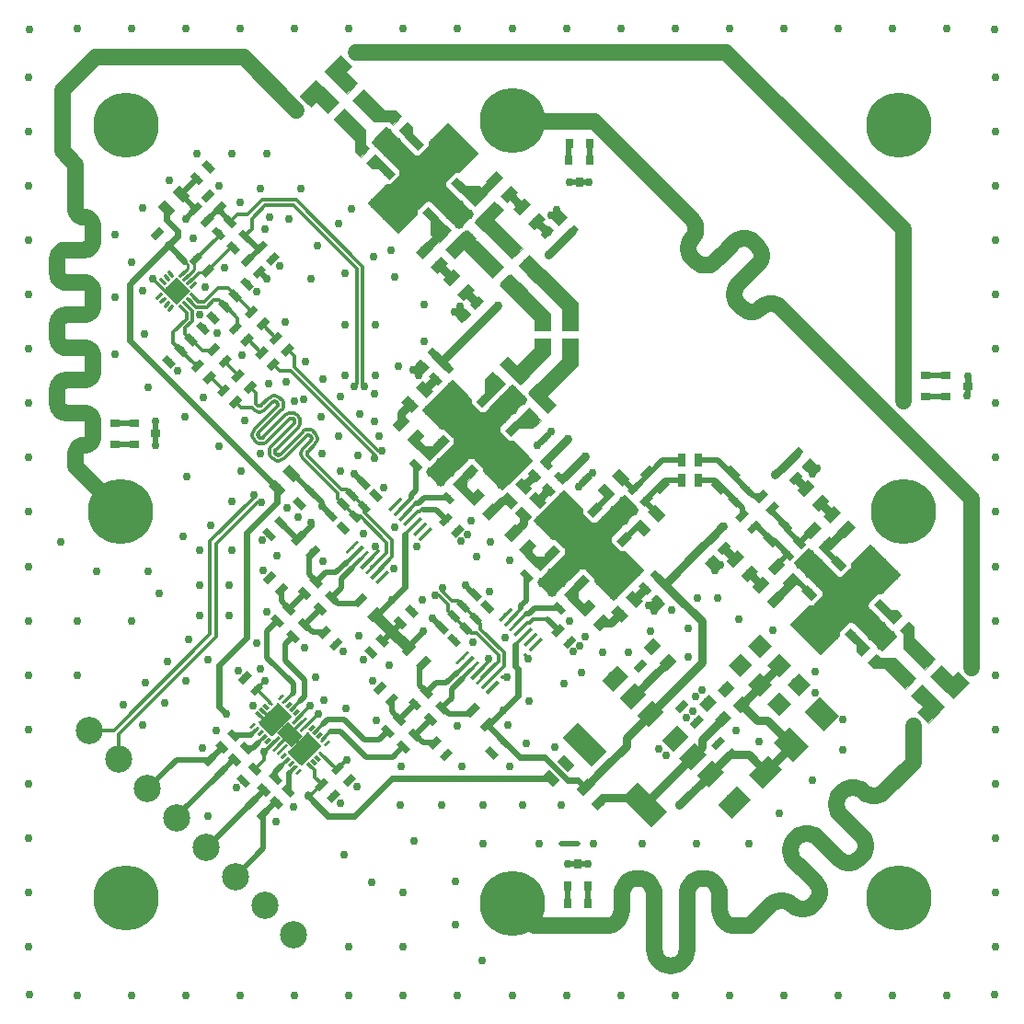
<source format=gbr>
G04 #@! TF.GenerationSoftware,KiCad,Pcbnew,(5.1.0-3-gb9944e2c0)*
G04 #@! TF.CreationDate,2019-04-29T13:26:23+02:00*
G04 #@! TF.ProjectId,QFHMIX01C,5146484d-4958-4303-9143-2e6b69636164,REV 0.2*
G04 #@! TF.SameCoordinates,Original*
G04 #@! TF.FileFunction,Copper,L2,Bot*
G04 #@! TF.FilePolarity,Positive*
%FSLAX45Y45*%
G04 Gerber Fmt 4.5, Leading zero omitted, Abs format (unit mm)*
G04 Created by KiCad (PCBNEW (5.1.0-3-gb9944e2c0)) date 2019-04-29 13:26:23*
%MOMM*%
%LPD*%
G04 APERTURE LIST*
%ADD10C,3.200000*%
%ADD11C,0.150000*%
%ADD12C,0.760000*%
%ADD13C,0.635000*%
%ADD14C,0.700000*%
%ADD15C,0.889000*%
%ADD16R,0.635000X1.143000*%
%ADD17R,1.143000X0.635000*%
%ADD18C,1.850000*%
%ADD19C,0.300000*%
%ADD20C,1.450000*%
%ADD21C,2.500000*%
%ADD22C,1.000000*%
%ADD23C,0.600000*%
%ADD24C,0.900000*%
%ADD25C,0.300000*%
%ADD26C,1.800000*%
%ADD27R,0.900000X0.800000*%
%ADD28R,0.800000X0.900000*%
%ADD29C,2.000000*%
%ADD30C,1.500000*%
%ADD31C,0.299720*%
%ADD32C,1.524000*%
%ADD33C,6.000000*%
%ADD34C,0.750000*%
%ADD35C,0.250000*%
%ADD36C,0.500000*%
%ADD37C,0.600000*%
%ADD38C,0.800000*%
%ADD39C,1.000000*%
%ADD40C,1.500000*%
%ADD41C,0.100000*%
G04 APERTURE END LIST*
D10*
X15701464Y-9313536D03*
D11*
G36*
X15418622Y-9256967D02*
G01*
X15644896Y-9030693D01*
X15984307Y-9370104D01*
X15758033Y-9596378D01*
X15418622Y-9256967D01*
X15418622Y-9256967D01*
G37*
D12*
X15764326Y-8981266D03*
D11*
G36*
X15692555Y-8999297D02*
G01*
X15782357Y-8909495D01*
X15836098Y-8963235D01*
X15746295Y-9053037D01*
X15692555Y-8999297D01*
X15692555Y-8999297D01*
G37*
D12*
X15854129Y-9071069D03*
D11*
G36*
X15782358Y-9089100D02*
G01*
X15872160Y-8999297D01*
X15925900Y-9053037D01*
X15836098Y-9142840D01*
X15782358Y-9089100D01*
X15782358Y-9089100D01*
G37*
D12*
X15943931Y-9160871D03*
D11*
G36*
X15872160Y-9178902D02*
G01*
X15961963Y-9089100D01*
X16015703Y-9142840D01*
X15925900Y-9232642D01*
X15872160Y-9178902D01*
X15872160Y-9178902D01*
G37*
D12*
X16033734Y-9250674D03*
D11*
G36*
X15961963Y-9268705D02*
G01*
X16051765Y-9178902D01*
X16105505Y-9232643D01*
X16015703Y-9322445D01*
X15961963Y-9268705D01*
X15961963Y-9268705D01*
G37*
D12*
X15369195Y-9376397D03*
D11*
G36*
X15297424Y-9394429D02*
G01*
X15387226Y-9304626D01*
X15440966Y-9358366D01*
X15351164Y-9448169D01*
X15297424Y-9394429D01*
X15297424Y-9394429D01*
G37*
D12*
X15458998Y-9466200D03*
D11*
G36*
X15387226Y-9484231D02*
G01*
X15477029Y-9394429D01*
X15530769Y-9448169D01*
X15440966Y-9537971D01*
X15387226Y-9484231D01*
X15387226Y-9484231D01*
G37*
D12*
X15548800Y-9556002D03*
D11*
G36*
X15477029Y-9574034D02*
G01*
X15566831Y-9484231D01*
X15620571Y-9537971D01*
X15530769Y-9627774D01*
X15477029Y-9574034D01*
X15477029Y-9574034D01*
G37*
D12*
X15638603Y-9645805D03*
D11*
G36*
X15566831Y-9663836D02*
G01*
X15656634Y-9574034D01*
X15710374Y-9627774D01*
X15620571Y-9717576D01*
X15566831Y-9663836D01*
X15566831Y-9663836D01*
G37*
D10*
X18070000Y-9807500D03*
D11*
G36*
X18126569Y-9524657D02*
G01*
X18352843Y-9750932D01*
X18013432Y-10090343D01*
X17787157Y-9864069D01*
X18126569Y-9524657D01*
X18126569Y-9524657D01*
G37*
D12*
X18402270Y-9870362D03*
D11*
G36*
X18384238Y-9798591D02*
G01*
X18474041Y-9888393D01*
X18420301Y-9942133D01*
X18330498Y-9852331D01*
X18384238Y-9798591D01*
X18384238Y-9798591D01*
G37*
D12*
X18312467Y-9960164D03*
D11*
G36*
X18294436Y-9888393D02*
G01*
X18384238Y-9978196D01*
X18330498Y-10031936D01*
X18240696Y-9942133D01*
X18294436Y-9888393D01*
X18294436Y-9888393D01*
G37*
D12*
X18222664Y-10049967D03*
D11*
G36*
X18204633Y-9978196D02*
G01*
X18294436Y-10067998D01*
X18240696Y-10121738D01*
X18150893Y-10031936D01*
X18204633Y-9978196D01*
X18204633Y-9978196D01*
G37*
D12*
X18132862Y-10139770D03*
D11*
G36*
X18114831Y-10067998D02*
G01*
X18204633Y-10157801D01*
X18150893Y-10211541D01*
X18061091Y-10121738D01*
X18114831Y-10067998D01*
X18114831Y-10067998D01*
G37*
D12*
X18007138Y-9475231D03*
D11*
G36*
X17989107Y-9403459D02*
G01*
X18078910Y-9493262D01*
X18025169Y-9547002D01*
X17935367Y-9457199D01*
X17989107Y-9403459D01*
X17989107Y-9403459D01*
G37*
D12*
X17917336Y-9565033D03*
D11*
G36*
X17899304Y-9493262D02*
G01*
X17989107Y-9583064D01*
X17935367Y-9636804D01*
X17845564Y-9547002D01*
X17899304Y-9493262D01*
X17899304Y-9493262D01*
G37*
D12*
X17827533Y-9654836D03*
D11*
G36*
X17809502Y-9583064D02*
G01*
X17899304Y-9672867D01*
X17845564Y-9726607D01*
X17755762Y-9636804D01*
X17809502Y-9583064D01*
X17809502Y-9583064D01*
G37*
D12*
X17737731Y-9744638D03*
D11*
G36*
X17719699Y-9672867D02*
G01*
X17809502Y-9762669D01*
X17755762Y-9816410D01*
X17665959Y-9726607D01*
X17719699Y-9672867D01*
X17719699Y-9672867D01*
G37*
D10*
X14676464Y-8298535D03*
D11*
G36*
X14393622Y-8241967D02*
G01*
X14619896Y-8015693D01*
X14959307Y-8355104D01*
X14733033Y-8581378D01*
X14393622Y-8241967D01*
X14393622Y-8241967D01*
G37*
D12*
X14739326Y-7966266D03*
D11*
G36*
X14667555Y-7984297D02*
G01*
X14757357Y-7894495D01*
X14811098Y-7948235D01*
X14721295Y-8038037D01*
X14667555Y-7984297D01*
X14667555Y-7984297D01*
G37*
D12*
X14829129Y-8056069D03*
D11*
G36*
X14757358Y-8074100D02*
G01*
X14847160Y-7984297D01*
X14900900Y-8038037D01*
X14811098Y-8127840D01*
X14757358Y-8074100D01*
X14757358Y-8074100D01*
G37*
D12*
X14918931Y-8145871D03*
D11*
G36*
X14847160Y-8163902D02*
G01*
X14936963Y-8074100D01*
X14990703Y-8127840D01*
X14900900Y-8217642D01*
X14847160Y-8163902D01*
X14847160Y-8163902D01*
G37*
D12*
X15008734Y-8235674D03*
D11*
G36*
X14936963Y-8253705D02*
G01*
X15026765Y-8163902D01*
X15080505Y-8217642D01*
X14990703Y-8307445D01*
X14936963Y-8253705D01*
X14936963Y-8253705D01*
G37*
D12*
X14344195Y-8361397D03*
D11*
G36*
X14272424Y-8379428D02*
G01*
X14362226Y-8289626D01*
X14415966Y-8343366D01*
X14326164Y-8433169D01*
X14272424Y-8379428D01*
X14272424Y-8379428D01*
G37*
D12*
X14433998Y-8451200D03*
D11*
G36*
X14362226Y-8469231D02*
G01*
X14452029Y-8379429D01*
X14505769Y-8433169D01*
X14415966Y-8522971D01*
X14362226Y-8469231D01*
X14362226Y-8469231D01*
G37*
D12*
X14523800Y-8541002D03*
D11*
G36*
X14452029Y-8559034D02*
G01*
X14541831Y-8469231D01*
X14595571Y-8522971D01*
X14505769Y-8612774D01*
X14452029Y-8559034D01*
X14452029Y-8559034D01*
G37*
D12*
X14613603Y-8630805D03*
D11*
G36*
X14541831Y-8648836D02*
G01*
X14631634Y-8559034D01*
X14685374Y-8612774D01*
X14595571Y-8702576D01*
X14541831Y-8648836D01*
X14541831Y-8648836D01*
G37*
D10*
X14180000Y-5932500D03*
D11*
G36*
X14123431Y-6215343D02*
G01*
X13897157Y-5989068D01*
X14236568Y-5649657D01*
X14462843Y-5875931D01*
X14123431Y-6215343D01*
X14123431Y-6215343D01*
G37*
D12*
X13847730Y-5869638D03*
D11*
G36*
X13865762Y-5941409D02*
G01*
X13775959Y-5851607D01*
X13829699Y-5797867D01*
X13919502Y-5887669D01*
X13865762Y-5941409D01*
X13865762Y-5941409D01*
G37*
D12*
X13937533Y-5779836D03*
D11*
G36*
X13955564Y-5851607D02*
G01*
X13865762Y-5761804D01*
X13919502Y-5708064D01*
X14009304Y-5797867D01*
X13955564Y-5851607D01*
X13955564Y-5851607D01*
G37*
D12*
X14027336Y-5690033D03*
D11*
G36*
X14045367Y-5761804D02*
G01*
X13955564Y-5672002D01*
X14009304Y-5618262D01*
X14099107Y-5708064D01*
X14045367Y-5761804D01*
X14045367Y-5761804D01*
G37*
D12*
X14117138Y-5600230D03*
D11*
G36*
X14135169Y-5672002D02*
G01*
X14045367Y-5582199D01*
X14099107Y-5528459D01*
X14188909Y-5618262D01*
X14135169Y-5672002D01*
X14135169Y-5672002D01*
G37*
D12*
X14242862Y-6264769D03*
D11*
G36*
X14260893Y-6336541D02*
G01*
X14171090Y-6246738D01*
X14224831Y-6192998D01*
X14314633Y-6282801D01*
X14260893Y-6336541D01*
X14260893Y-6336541D01*
G37*
D12*
X14332664Y-6174967D03*
D11*
G36*
X14350696Y-6246738D02*
G01*
X14260893Y-6156936D01*
X14314633Y-6103196D01*
X14404436Y-6192998D01*
X14350696Y-6246738D01*
X14350696Y-6246738D01*
G37*
D12*
X14422467Y-6085164D03*
D11*
G36*
X14440498Y-6156936D02*
G01*
X14350696Y-6067133D01*
X14404436Y-6013393D01*
X14494238Y-6103196D01*
X14440498Y-6156936D01*
X14440498Y-6156936D01*
G37*
D12*
X14512269Y-5995362D03*
D11*
G36*
X14530301Y-6067133D02*
G01*
X14440498Y-5977331D01*
X14494238Y-5923590D01*
X14584041Y-6013393D01*
X14530301Y-6067133D01*
X14530301Y-6067133D01*
G37*
D13*
X12526829Y-11473171D03*
D11*
G36*
X12508869Y-11410309D02*
G01*
X12589691Y-11491131D01*
X12544790Y-11536033D01*
X12463967Y-11455210D01*
X12508869Y-11410309D01*
X12508869Y-11410309D01*
G37*
D13*
X12634592Y-11365408D03*
D11*
G36*
X12616632Y-11302546D02*
G01*
X12697454Y-11383368D01*
X12652553Y-11428270D01*
X12571730Y-11347447D01*
X12616632Y-11302546D01*
X12616632Y-11302546D01*
G37*
D13*
X13355671Y-11613171D03*
D11*
G36*
X13292809Y-11631131D02*
G01*
X13373631Y-11550309D01*
X13418533Y-11595210D01*
X13337710Y-11676033D01*
X13292809Y-11631131D01*
X13292809Y-11631131D01*
G37*
D13*
X13247908Y-11505408D03*
D11*
G36*
X13185046Y-11523368D02*
G01*
X13265868Y-11442546D01*
X13310770Y-11487447D01*
X13229947Y-11568270D01*
X13185046Y-11523368D01*
X13185046Y-11523368D01*
G37*
D14*
X14184675Y-10392175D03*
D11*
G36*
X14255386Y-10370962D02*
G01*
X14163462Y-10462886D01*
X14113964Y-10413388D01*
X14205888Y-10321464D01*
X14255386Y-10370962D01*
X14255386Y-10370962D01*
G37*
D14*
X14050325Y-10257825D03*
D11*
G36*
X14121036Y-10236612D02*
G01*
X14029112Y-10328536D01*
X13979614Y-10279038D01*
X14071538Y-10187114D01*
X14121036Y-10236612D01*
X14121036Y-10236612D01*
G37*
D14*
X14637825Y-10817825D03*
D11*
G36*
X14567114Y-10839038D02*
G01*
X14659038Y-10747114D01*
X14708536Y-10796612D01*
X14616612Y-10888536D01*
X14567114Y-10839038D01*
X14567114Y-10839038D01*
G37*
D14*
X14772175Y-10952175D03*
D11*
G36*
X14701464Y-10973388D02*
G01*
X14793388Y-10881464D01*
X14842886Y-10930962D01*
X14750962Y-11022886D01*
X14701464Y-10973388D01*
X14701464Y-10973388D01*
G37*
D14*
X13738673Y-9943673D03*
D11*
G36*
X13809384Y-9922460D02*
G01*
X13717460Y-10014384D01*
X13667962Y-9964886D01*
X13759886Y-9872963D01*
X13809384Y-9922460D01*
X13809384Y-9922460D01*
G37*
D14*
X13604323Y-9809323D03*
D11*
G36*
X13675034Y-9788110D02*
G01*
X13583110Y-9880034D01*
X13533612Y-9830536D01*
X13625536Y-9738612D01*
X13675034Y-9788110D01*
X13675034Y-9788110D01*
G37*
D14*
X13032825Y-9237825D03*
D11*
G36*
X12962114Y-9259038D02*
G01*
X13054038Y-9167114D01*
X13103536Y-9216612D01*
X13011612Y-9308536D01*
X12962114Y-9259038D01*
X12962114Y-9259038D01*
G37*
D14*
X13167175Y-9372175D03*
D11*
G36*
X13096464Y-9393388D02*
G01*
X13188388Y-9301464D01*
X13237886Y-9350962D01*
X13145962Y-9442886D01*
X13096464Y-9393388D01*
X13096464Y-9393388D01*
G37*
D13*
X13151381Y-8813619D03*
D11*
G36*
X13169342Y-8876480D02*
G01*
X13088520Y-8795658D01*
X13133421Y-8750757D01*
X13214243Y-8831579D01*
X13169342Y-8876480D01*
X13169342Y-8876480D01*
G37*
D13*
X13043618Y-8921382D03*
D11*
G36*
X13061579Y-8984243D02*
G01*
X12980757Y-8903421D01*
X13025658Y-8858520D01*
X13106480Y-8939342D01*
X13061579Y-8984243D01*
X13061579Y-8984243D01*
G37*
D13*
X12214268Y-7761362D03*
D11*
G36*
X12151406Y-7779323D02*
G01*
X12232228Y-7698500D01*
X12277129Y-7743402D01*
X12196307Y-7824224D01*
X12151406Y-7779323D01*
X12151406Y-7779323D01*
G37*
D13*
X12106505Y-7653599D03*
D11*
G36*
X12043643Y-7671560D02*
G01*
X12124465Y-7590737D01*
X12169366Y-7635639D01*
X12088544Y-7716461D01*
X12043643Y-7671560D01*
X12043643Y-7671560D01*
G37*
D13*
X12435448Y-6567353D03*
D11*
G36*
X12417487Y-6504491D02*
G01*
X12498310Y-6585313D01*
X12453408Y-6630215D01*
X12372586Y-6549392D01*
X12417487Y-6504491D01*
X12417487Y-6504491D01*
G37*
D13*
X12543211Y-6459590D03*
D11*
G36*
X12525250Y-6396728D02*
G01*
X12606073Y-6477550D01*
X12561171Y-6522452D01*
X12480349Y-6441629D01*
X12525250Y-6396728D01*
X12525250Y-6396728D01*
G37*
D13*
X12361562Y-7611672D03*
D11*
G36*
X12298700Y-7629632D02*
G01*
X12379523Y-7548810D01*
X12424424Y-7593711D01*
X12343602Y-7674534D01*
X12298700Y-7629632D01*
X12298700Y-7629632D01*
G37*
D13*
X12253799Y-7503909D03*
D11*
G36*
X12190937Y-7521869D02*
G01*
X12271760Y-7441047D01*
X12316661Y-7485948D01*
X12235839Y-7566771D01*
X12190937Y-7521869D01*
X12190937Y-7521869D01*
G37*
D13*
X12299748Y-6434353D03*
D11*
G36*
X12281787Y-6371491D02*
G01*
X12362609Y-6452313D01*
X12317708Y-6497214D01*
X12236886Y-6416392D01*
X12281787Y-6371491D01*
X12281787Y-6371491D01*
G37*
D13*
X12407511Y-6326590D03*
D11*
G36*
X12389550Y-6263728D02*
G01*
X12470372Y-6344550D01*
X12425471Y-6389451D01*
X12344649Y-6308629D01*
X12389550Y-6263728D01*
X12389550Y-6263728D01*
G37*
D13*
X12560750Y-7414880D03*
D11*
G36*
X12497888Y-7432840D02*
G01*
X12578711Y-7352018D01*
X12623612Y-7396919D01*
X12542790Y-7477742D01*
X12497888Y-7432840D01*
X12497888Y-7432840D01*
G37*
D13*
X12452987Y-7307117D03*
D11*
G36*
X12390125Y-7325077D02*
G01*
X12470948Y-7244255D01*
X12515849Y-7289156D01*
X12435027Y-7369979D01*
X12390125Y-7325077D01*
X12390125Y-7325077D01*
G37*
D13*
X12709242Y-7266387D03*
D11*
G36*
X12646381Y-7284348D02*
G01*
X12727203Y-7203526D01*
X12772104Y-7248427D01*
X12691282Y-7329249D01*
X12646381Y-7284348D01*
X12646381Y-7284348D01*
G37*
D13*
X12601479Y-7158624D03*
D11*
G36*
X12538618Y-7176585D02*
G01*
X12619440Y-7095763D01*
X12664341Y-7140664D01*
X12583519Y-7221486D01*
X12538618Y-7176585D01*
X12538618Y-7176585D01*
G37*
D13*
X16807763Y-11037763D03*
D11*
G36*
X16744901Y-11055724D02*
G01*
X16825724Y-10974901D01*
X16870625Y-11019803D01*
X16789803Y-11100625D01*
X16744901Y-11055724D01*
X16744901Y-11055724D01*
G37*
D13*
X16700000Y-10930000D03*
D11*
G36*
X16637138Y-10947961D02*
G01*
X16717960Y-10867138D01*
X16762862Y-10912040D01*
X16682039Y-10992862D01*
X16637138Y-10947961D01*
X16637138Y-10947961D01*
G37*
D13*
X17003882Y-11233881D03*
D11*
G36*
X16941020Y-11251842D02*
G01*
X17021842Y-11171020D01*
X17066743Y-11215921D01*
X16985921Y-11296743D01*
X16941020Y-11251842D01*
X16941020Y-11251842D01*
G37*
D13*
X16896119Y-11126119D03*
D11*
G36*
X16833257Y-11144079D02*
G01*
X16914079Y-11063257D01*
X16958980Y-11108158D01*
X16878158Y-11188980D01*
X16833257Y-11144079D01*
X16833257Y-11144079D01*
G37*
D13*
X12206381Y-5823618D03*
D11*
G36*
X12224342Y-5886480D02*
G01*
X12143520Y-5805658D01*
X12188421Y-5760757D01*
X12269243Y-5841579D01*
X12224342Y-5886480D01*
X12224342Y-5886480D01*
G37*
D13*
X12098618Y-5931381D03*
D11*
G36*
X12116579Y-5994243D02*
G01*
X12035757Y-5913421D01*
X12080658Y-5868520D01*
X12161480Y-5949342D01*
X12116579Y-5994243D01*
X12116579Y-5994243D01*
G37*
D13*
X11733618Y-6436118D03*
D11*
G36*
X11796480Y-6418158D02*
G01*
X11715658Y-6498980D01*
X11670757Y-6454079D01*
X11751579Y-6373257D01*
X11796480Y-6418158D01*
X11796480Y-6418158D01*
G37*
D13*
X11841381Y-6543881D03*
D11*
G36*
X11904243Y-6525921D02*
G01*
X11823421Y-6606743D01*
X11778520Y-6561842D01*
X11859342Y-6481020D01*
X11904243Y-6525921D01*
X11904243Y-6525921D01*
G37*
D13*
X16288881Y-10523882D03*
D11*
G36*
X16226020Y-10541842D02*
G01*
X16306842Y-10461020D01*
X16351743Y-10505921D01*
X16270921Y-10586743D01*
X16226020Y-10541842D01*
X16226020Y-10541842D01*
G37*
D13*
X16181118Y-10416119D03*
D11*
G36*
X16118257Y-10434079D02*
G01*
X16199079Y-10353257D01*
X16243980Y-10398158D01*
X16163158Y-10478980D01*
X16118257Y-10434079D01*
X16118257Y-10434079D01*
G37*
D13*
X16451118Y-10681119D03*
D11*
G36*
X16513980Y-10663158D02*
G01*
X16433158Y-10743980D01*
X16388257Y-10699079D01*
X16469079Y-10618257D01*
X16513980Y-10663158D01*
X16513980Y-10663158D01*
G37*
D13*
X16558881Y-10788882D03*
D11*
G36*
X16621743Y-10770921D02*
G01*
X16540921Y-10851743D01*
X16496020Y-10806842D01*
X16576842Y-10726020D01*
X16621743Y-10770921D01*
X16621743Y-10770921D01*
G37*
D13*
X14918881Y-11108619D03*
D11*
G36*
X14936842Y-11171480D02*
G01*
X14856020Y-11090658D01*
X14900921Y-11045757D01*
X14981743Y-11126579D01*
X14936842Y-11171480D01*
X14936842Y-11171480D01*
G37*
D13*
X14811118Y-11216381D03*
D11*
G36*
X14829079Y-11279243D02*
G01*
X14748257Y-11198421D01*
X14793158Y-11153520D01*
X14873980Y-11234342D01*
X14829079Y-11279243D01*
X14829079Y-11279243D01*
G37*
D13*
X13971118Y-10018882D03*
D11*
G36*
X13953158Y-9956020D02*
G01*
X14033980Y-10036842D01*
X13989079Y-10081743D01*
X13908257Y-10000921D01*
X13953158Y-9956020D01*
X13953158Y-9956020D01*
G37*
D13*
X14078881Y-9911119D03*
D11*
G36*
X14060921Y-9848257D02*
G01*
X14141743Y-9929079D01*
X14096842Y-9973980D01*
X14016020Y-9893158D01*
X14060921Y-9848257D01*
X14060921Y-9848257D01*
G37*
D13*
X15531381Y-10198882D03*
D11*
G36*
X15468520Y-10216842D02*
G01*
X15549342Y-10136020D01*
X15594243Y-10180921D01*
X15513421Y-10261743D01*
X15468520Y-10216842D01*
X15468520Y-10216842D01*
G37*
D13*
X15423618Y-10091119D03*
D11*
G36*
X15360757Y-10109079D02*
G01*
X15441579Y-10028257D01*
X15486480Y-10073158D01*
X15405658Y-10153980D01*
X15360757Y-10109079D01*
X15360757Y-10109079D01*
G37*
D13*
X13503171Y-11468171D03*
D11*
G36*
X13440309Y-11486131D02*
G01*
X13521131Y-11405309D01*
X13566033Y-11450210D01*
X13485210Y-11531033D01*
X13440309Y-11486131D01*
X13440309Y-11486131D01*
G37*
D13*
X13395408Y-11360408D03*
D11*
G36*
X13332546Y-11378368D02*
G01*
X13413368Y-11297546D01*
X13458270Y-11342447D01*
X13377447Y-11423270D01*
X13332546Y-11378368D01*
X13332546Y-11378368D01*
G37*
D13*
X14359041Y-10800075D03*
D11*
G36*
X14377002Y-10862937D02*
G01*
X14296179Y-10782115D01*
X14341081Y-10737213D01*
X14421903Y-10818036D01*
X14377002Y-10862937D01*
X14377002Y-10862937D01*
G37*
D13*
X14251278Y-10907838D03*
D11*
G36*
X14269239Y-10970700D02*
G01*
X14188416Y-10889878D01*
X14233318Y-10844976D01*
X14314140Y-10925799D01*
X14269239Y-10970700D01*
X14269239Y-10970700D01*
G37*
D13*
X12711580Y-11780066D03*
D11*
G36*
X12648718Y-11798027D02*
G01*
X12729541Y-11717204D01*
X12774442Y-11762106D01*
X12693620Y-11842928D01*
X12648718Y-11798027D01*
X12648718Y-11798027D01*
G37*
D13*
X12603817Y-11672303D03*
D11*
G36*
X12540955Y-11690264D02*
G01*
X12621778Y-11609441D01*
X12666679Y-11654343D01*
X12585857Y-11735165D01*
X12540955Y-11690264D01*
X12540955Y-11690264D01*
G37*
D13*
X14214225Y-10657522D03*
D11*
G36*
X14232186Y-10720384D02*
G01*
X14151364Y-10639562D01*
X14196265Y-10594661D01*
X14277087Y-10675483D01*
X14232186Y-10720384D01*
X14232186Y-10720384D01*
G37*
D13*
X14106462Y-10765285D03*
D11*
G36*
X14124423Y-10828147D02*
G01*
X14043601Y-10747325D01*
X14088502Y-10702424D01*
X14169324Y-10783246D01*
X14124423Y-10828147D01*
X14124423Y-10828147D01*
G37*
D13*
X13343353Y-9784387D03*
D11*
G36*
X13361313Y-9847249D02*
G01*
X13280491Y-9766426D01*
X13325392Y-9721525D01*
X13406215Y-9802347D01*
X13361313Y-9847249D01*
X13361313Y-9847249D01*
G37*
D13*
X13235590Y-9892150D03*
D11*
G36*
X13253550Y-9955012D02*
G01*
X13172728Y-9874189D01*
X13217629Y-9829288D01*
X13298452Y-9910110D01*
X13253550Y-9955012D01*
X13253550Y-9955012D01*
G37*
D13*
X12324881Y-11388881D03*
D11*
G36*
X12262020Y-11406842D02*
G01*
X12342842Y-11326020D01*
X12387743Y-11370921D01*
X12306921Y-11451743D01*
X12262020Y-11406842D01*
X12262020Y-11406842D01*
G37*
D13*
X12217118Y-11281118D03*
D11*
G36*
X12154257Y-11299079D02*
G01*
X12235079Y-11218257D01*
X12279980Y-11263158D01*
X12199158Y-11343980D01*
X12154257Y-11299079D01*
X12154257Y-11299079D01*
G37*
D13*
X13199669Y-9640703D03*
D11*
G36*
X13217629Y-9703565D02*
G01*
X13136807Y-9622742D01*
X13181708Y-9577841D01*
X13262531Y-9658663D01*
X13217629Y-9703565D01*
X13217629Y-9703565D01*
G37*
D13*
X13091906Y-9748466D03*
D11*
G36*
X13109866Y-9811328D02*
G01*
X13029044Y-9730505D01*
X13073945Y-9685604D01*
X13154768Y-9766426D01*
X13109866Y-9811328D01*
X13109866Y-9811328D01*
G37*
D13*
X14498881Y-9176382D03*
D11*
G36*
X14436020Y-9194342D02*
G01*
X14516842Y-9113520D01*
X14561743Y-9158421D01*
X14480921Y-9239243D01*
X14436020Y-9194342D01*
X14436020Y-9194342D01*
G37*
D13*
X14391118Y-9068619D03*
D11*
G36*
X14328257Y-9086579D02*
G01*
X14409079Y-9005757D01*
X14453980Y-9050658D01*
X14373158Y-9131480D01*
X14328257Y-9086579D01*
X14328257Y-9086579D01*
G37*
D13*
X12650035Y-10631289D03*
D11*
G36*
X12587173Y-10649249D02*
G01*
X12667995Y-10568427D01*
X12712896Y-10613328D01*
X12632074Y-10694150D01*
X12587173Y-10649249D01*
X12587173Y-10649249D01*
G37*
D13*
X12542272Y-10523526D03*
D11*
G36*
X12479410Y-10541486D02*
G01*
X12560232Y-10460664D01*
X12605133Y-10505565D01*
X12524311Y-10586387D01*
X12479410Y-10541486D01*
X12479410Y-10541486D01*
G37*
D13*
X13701118Y-10291382D03*
D11*
G36*
X13683158Y-10228520D02*
G01*
X13763980Y-10309342D01*
X13719079Y-10354243D01*
X13638257Y-10273421D01*
X13683158Y-10228520D01*
X13683158Y-10228520D01*
G37*
D13*
X13808881Y-10183619D03*
D11*
G36*
X13790921Y-10120757D02*
G01*
X13871743Y-10201579D01*
X13826842Y-10246480D01*
X13746020Y-10165658D01*
X13790921Y-10120757D01*
X13790921Y-10120757D01*
G37*
D13*
X12764329Y-9205671D03*
D11*
G36*
X12746369Y-9142809D02*
G01*
X12827191Y-9223631D01*
X12782290Y-9268533D01*
X12701467Y-9187710D01*
X12746369Y-9142809D01*
X12746369Y-9142809D01*
G37*
D13*
X12872092Y-9097908D03*
D11*
G36*
X12854132Y-9035046D02*
G01*
X12934954Y-9115868D01*
X12890053Y-9160770D01*
X12809230Y-9079947D01*
X12854132Y-9035046D01*
X12854132Y-9035046D01*
G37*
D14*
X16247825Y-8632825D03*
D11*
G36*
X16177114Y-8654038D02*
G01*
X16269038Y-8562114D01*
X16318536Y-8611612D01*
X16226612Y-8703536D01*
X16177114Y-8654038D01*
X16177114Y-8654038D01*
G37*
D14*
X16382175Y-8767175D03*
D11*
G36*
X16311464Y-8788388D02*
G01*
X16403388Y-8696464D01*
X16452886Y-8745962D01*
X16360962Y-8837886D01*
X16311464Y-8788388D01*
X16311464Y-8788388D01*
G37*
D14*
X17034675Y-8637825D03*
D11*
G36*
X17013462Y-8567114D02*
G01*
X17105386Y-8659038D01*
X17055888Y-8708536D01*
X16963964Y-8616612D01*
X17013462Y-8567114D01*
X17013462Y-8567114D01*
G37*
D14*
X16900325Y-8772175D03*
D11*
G36*
X16879112Y-8701464D02*
G01*
X16971036Y-8793388D01*
X16921538Y-8842886D01*
X16829614Y-8750962D01*
X16879112Y-8701464D01*
X16879112Y-8701464D01*
G37*
D14*
X17515294Y-9123543D03*
D11*
G36*
X17494081Y-9052832D02*
G01*
X17586005Y-9144756D01*
X17536508Y-9194254D01*
X17444584Y-9102330D01*
X17494081Y-9052832D01*
X17494081Y-9052832D01*
G37*
D14*
X17380944Y-9257893D03*
D11*
G36*
X17359731Y-9187183D02*
G01*
X17451655Y-9279106D01*
X17402157Y-9328604D01*
X17310233Y-9236680D01*
X17359731Y-9187183D01*
X17359731Y-9187183D01*
G37*
D15*
X15237352Y-8892648D03*
D11*
G36*
X15255312Y-8973470D02*
G01*
X15156530Y-8874688D01*
X15219391Y-8811826D01*
X15318174Y-8910609D01*
X15255312Y-8973470D01*
X15255312Y-8973470D01*
G37*
D15*
X15102648Y-9027352D03*
D11*
G36*
X15120609Y-9108174D02*
G01*
X15021826Y-9009391D01*
X15084688Y-8946530D01*
X15183470Y-9045312D01*
X15120609Y-9108174D01*
X15120609Y-9108174D01*
G37*
D15*
X16127352Y-9802648D03*
D11*
G36*
X16145312Y-9883470D02*
G01*
X16046530Y-9784688D01*
X16109391Y-9721826D01*
X16208174Y-9820609D01*
X16145312Y-9883470D01*
X16145312Y-9883470D01*
G37*
D15*
X15992648Y-9937352D03*
D11*
G36*
X16010609Y-10018174D02*
G01*
X15911826Y-9919391D01*
X15974688Y-9856530D01*
X16073470Y-9955312D01*
X16010609Y-10018174D01*
X16010609Y-10018174D01*
G37*
D15*
X17702648Y-8782648D03*
D11*
G36*
X17783470Y-8764688D02*
G01*
X17684688Y-8863470D01*
X17621826Y-8800609D01*
X17720609Y-8701826D01*
X17783470Y-8764688D01*
X17783470Y-8764688D01*
G37*
D15*
X17837352Y-8917352D03*
D11*
G36*
X17918174Y-8899391D02*
G01*
X17819391Y-8998174D01*
X17756530Y-8935312D01*
X17855312Y-8836530D01*
X17918174Y-8899391D01*
X17918174Y-8899391D01*
G37*
D15*
X17052648Y-9432648D03*
D11*
G36*
X17133470Y-9414688D02*
G01*
X17034688Y-9513470D01*
X16971826Y-9450609D01*
X17070609Y-9351826D01*
X17133470Y-9414688D01*
X17133470Y-9414688D01*
G37*
D15*
X17187352Y-9567352D03*
D11*
G36*
X17268174Y-9549391D02*
G01*
X17169391Y-9648174D01*
X17106530Y-9585312D01*
X17205312Y-9486530D01*
X17268174Y-9549391D01*
X17268174Y-9549391D01*
G37*
D15*
X15012648Y-9192648D03*
D11*
G36*
X15093470Y-9174688D02*
G01*
X14994688Y-9273470D01*
X14931826Y-9210609D01*
X15030609Y-9111826D01*
X15093470Y-9174688D01*
X15093470Y-9174688D01*
G37*
D15*
X15147352Y-9327352D03*
D11*
G36*
X15228174Y-9309391D02*
G01*
X15129391Y-9408174D01*
X15066530Y-9345312D01*
X15165312Y-9246530D01*
X15228174Y-9309391D01*
X15228174Y-9309391D01*
G37*
D15*
X15827352Y-10017352D03*
D11*
G36*
X15746530Y-10035312D02*
G01*
X15845312Y-9936530D01*
X15908174Y-9999391D01*
X15809391Y-10098174D01*
X15746530Y-10035312D01*
X15746530Y-10035312D01*
G37*
D15*
X15692648Y-9882648D03*
D11*
G36*
X15611826Y-9900609D02*
G01*
X15710609Y-9801826D01*
X15773470Y-9864688D01*
X15674688Y-9963470D01*
X15611826Y-9900609D01*
X15611826Y-9900609D01*
G37*
D15*
X17942648Y-9022648D03*
D11*
G36*
X18023470Y-9004688D02*
G01*
X17924688Y-9103470D01*
X17861826Y-9040609D01*
X17960609Y-8941826D01*
X18023470Y-9004688D01*
X18023470Y-9004688D01*
G37*
D15*
X18077352Y-9157352D03*
D11*
G36*
X18158174Y-9139391D02*
G01*
X18059391Y-9238174D01*
X17996530Y-9175312D01*
X18095312Y-9076530D01*
X18158174Y-9139391D01*
X18158174Y-9139391D01*
G37*
D15*
X17292648Y-9672648D03*
D11*
G36*
X17373470Y-9654688D02*
G01*
X17274688Y-9753470D01*
X17211826Y-9690609D01*
X17310609Y-9591826D01*
X17373470Y-9654688D01*
X17373470Y-9654688D01*
G37*
D15*
X17427352Y-9807352D03*
D11*
G36*
X17508174Y-9789391D02*
G01*
X17409391Y-9888174D01*
X17346530Y-9825312D01*
X17445312Y-9726530D01*
X17508174Y-9789391D01*
X17508174Y-9789391D01*
G37*
D15*
X14672648Y-8862648D03*
D11*
G36*
X14753470Y-8844688D02*
G01*
X14654688Y-8943470D01*
X14591826Y-8880609D01*
X14690609Y-8781826D01*
X14753470Y-8844688D01*
X14753470Y-8844688D01*
G37*
D15*
X14807352Y-8997352D03*
D11*
G36*
X14888174Y-8979391D02*
G01*
X14789391Y-9078174D01*
X14726530Y-9015312D01*
X14825312Y-8916530D01*
X14888174Y-8979391D01*
X14888174Y-8979391D01*
G37*
D15*
X14117352Y-8317352D03*
D11*
G36*
X14036530Y-8335312D02*
G01*
X14135312Y-8236530D01*
X14198174Y-8299391D01*
X14099391Y-8398174D01*
X14036530Y-8335312D01*
X14036530Y-8335312D01*
G37*
D15*
X13982648Y-8182648D03*
D11*
G36*
X13901826Y-8200609D02*
G01*
X14000609Y-8101826D01*
X14063470Y-8164688D01*
X13964688Y-8263470D01*
X13901826Y-8200609D01*
X13901826Y-8200609D01*
G37*
D15*
X14842648Y-5942648D03*
D11*
G36*
X14923470Y-5924688D02*
G01*
X14824688Y-6023470D01*
X14761826Y-5960609D01*
X14860609Y-5861826D01*
X14923470Y-5924688D01*
X14923470Y-5924688D01*
G37*
D15*
X14977352Y-6077352D03*
D11*
G36*
X15058174Y-6059391D02*
G01*
X14959391Y-6158174D01*
X14896530Y-6095312D01*
X14995312Y-5996530D01*
X15058174Y-6059391D01*
X15058174Y-6059391D01*
G37*
D15*
X14192648Y-6592648D03*
D11*
G36*
X14273470Y-6574688D02*
G01*
X14174688Y-6673470D01*
X14111826Y-6610609D01*
X14210609Y-6511826D01*
X14273470Y-6574688D01*
X14273470Y-6574688D01*
G37*
D15*
X14327352Y-6727352D03*
D11*
G36*
X14408174Y-6709391D02*
G01*
X14309391Y-6808174D01*
X14246530Y-6745312D01*
X14345312Y-6646530D01*
X14408174Y-6709391D01*
X14408174Y-6709391D01*
G37*
D15*
X14972648Y-8897352D03*
D11*
G36*
X14954688Y-8816530D02*
G01*
X15053470Y-8915312D01*
X14990609Y-8978174D01*
X14891826Y-8879391D01*
X14954688Y-8816530D01*
X14954688Y-8816530D01*
G37*
D15*
X15107352Y-8762648D03*
D11*
G36*
X15089391Y-8681826D02*
G01*
X15188174Y-8780609D01*
X15125312Y-8843470D01*
X15026530Y-8744688D01*
X15089391Y-8681826D01*
X15089391Y-8681826D01*
G37*
D15*
X14062648Y-8007352D03*
D11*
G36*
X14044688Y-7926530D02*
G01*
X14143470Y-8025312D01*
X14080609Y-8088174D01*
X13981826Y-7989391D01*
X14044688Y-7926530D01*
X14044688Y-7926530D01*
G37*
D15*
X14197352Y-7872648D03*
D11*
G36*
X14179391Y-7791826D02*
G01*
X14278174Y-7890609D01*
X14215312Y-7953470D01*
X14116530Y-7854688D01*
X14179391Y-7791826D01*
X14179391Y-7791826D01*
G37*
D15*
X15092648Y-6192648D03*
D11*
G36*
X15173470Y-6174688D02*
G01*
X15074688Y-6273470D01*
X15011826Y-6210609D01*
X15110609Y-6111826D01*
X15173470Y-6174688D01*
X15173470Y-6174688D01*
G37*
D15*
X15227352Y-6327352D03*
D11*
G36*
X15308174Y-6309391D02*
G01*
X15209391Y-6408174D01*
X15146530Y-6345312D01*
X15245312Y-6246530D01*
X15308174Y-6309391D01*
X15308174Y-6309391D01*
G37*
D15*
X14442648Y-6842648D03*
D11*
G36*
X14523470Y-6824688D02*
G01*
X14424688Y-6923470D01*
X14361826Y-6860609D01*
X14460609Y-6761826D01*
X14523470Y-6824688D01*
X14523470Y-6824688D01*
G37*
D15*
X14577352Y-6977352D03*
D11*
G36*
X14658174Y-6959391D02*
G01*
X14559391Y-7058174D01*
X14496530Y-6995312D01*
X14595312Y-6896530D01*
X14658174Y-6959391D01*
X14658174Y-6959391D01*
G37*
D13*
X15673881Y-8703882D03*
D11*
G36*
X15611020Y-8721842D02*
G01*
X15691842Y-8641020D01*
X15736743Y-8685921D01*
X15655921Y-8766743D01*
X15611020Y-8721842D01*
X15611020Y-8721842D01*
G37*
D13*
X15566118Y-8596119D03*
D11*
G36*
X15503257Y-8614079D02*
G01*
X15584079Y-8533257D01*
X15628980Y-8578158D01*
X15548158Y-8658980D01*
X15503257Y-8614079D01*
X15503257Y-8614079D01*
G37*
D13*
X16453881Y-9716119D03*
D11*
G36*
X16471842Y-9778980D02*
G01*
X16391020Y-9698158D01*
X16435921Y-9653257D01*
X16516743Y-9734079D01*
X16471842Y-9778980D01*
X16471842Y-9778980D01*
G37*
D13*
X16346118Y-9823882D03*
D11*
G36*
X16364079Y-9886743D02*
G01*
X16283257Y-9805921D01*
X16328158Y-9761020D01*
X16408980Y-9841842D01*
X16364079Y-9886743D01*
X16364079Y-9886743D01*
G37*
D13*
X17728882Y-8568882D03*
D11*
G36*
X17666020Y-8586842D02*
G01*
X17746842Y-8506020D01*
X17791743Y-8550921D01*
X17710921Y-8631743D01*
X17666020Y-8586842D01*
X17666020Y-8586842D01*
G37*
D13*
X17621119Y-8461119D03*
D11*
G36*
X17558257Y-8479079D02*
G01*
X17639079Y-8398257D01*
X17683980Y-8443158D01*
X17603158Y-8523980D01*
X17558257Y-8479079D01*
X17558257Y-8479079D01*
G37*
D13*
X16726118Y-9346119D03*
D11*
G36*
X16788980Y-9328158D02*
G01*
X16708158Y-9408980D01*
X16663257Y-9364079D01*
X16744079Y-9283257D01*
X16788980Y-9328158D01*
X16788980Y-9328158D01*
G37*
D13*
X16833882Y-9453882D03*
D11*
G36*
X16896743Y-9435921D02*
G01*
X16815921Y-9516743D01*
X16771020Y-9471842D01*
X16851842Y-9391020D01*
X16896743Y-9435921D01*
X16896743Y-9435921D01*
G37*
D13*
X15432016Y-9884531D03*
D11*
G36*
X15414056Y-9821669D02*
G01*
X15494878Y-9902492D01*
X15449977Y-9947393D01*
X15369155Y-9866571D01*
X15414056Y-9821669D01*
X15414056Y-9821669D01*
G37*
D13*
X15539779Y-9776768D03*
D11*
G36*
X15521819Y-9713906D02*
G01*
X15602641Y-9794729D01*
X15557740Y-9839630D01*
X15476918Y-9758808D01*
X15521819Y-9713906D01*
X15521819Y-9713906D01*
G37*
D16*
X16711200Y-8710000D03*
X16558800Y-8710000D03*
D13*
X17226382Y-9138882D03*
D11*
G36*
X17163520Y-9156842D02*
G01*
X17244342Y-9076020D01*
X17289243Y-9120921D01*
X17208421Y-9201743D01*
X17163520Y-9156842D01*
X17163520Y-9156842D01*
G37*
D13*
X17118619Y-9031119D03*
D11*
G36*
X17055757Y-9049079D02*
G01*
X17136579Y-8968257D01*
X17181480Y-9013158D01*
X17100658Y-9093980D01*
X17055757Y-9049079D01*
X17055757Y-9049079D01*
G37*
D13*
X18233619Y-10266119D03*
D11*
G36*
X18296480Y-10248158D02*
G01*
X18215658Y-10328980D01*
X18170757Y-10284079D01*
X18251579Y-10203257D01*
X18296480Y-10248158D01*
X18296480Y-10248158D01*
G37*
D13*
X18341382Y-10373882D03*
D11*
G36*
X18404243Y-10355921D02*
G01*
X18323421Y-10436743D01*
X18278520Y-10391842D01*
X18359342Y-10311020D01*
X18404243Y-10355921D01*
X18404243Y-10355921D01*
G37*
D13*
X18642281Y-10554586D03*
D11*
G36*
X18705143Y-10536625D02*
G01*
X18624321Y-10617448D01*
X18579419Y-10572546D01*
X18660242Y-10491724D01*
X18705143Y-10536625D01*
X18705143Y-10536625D01*
G37*
D13*
X18750044Y-10662349D03*
D11*
G36*
X18812906Y-10644388D02*
G01*
X18732084Y-10725211D01*
X18687182Y-10680309D01*
X18768005Y-10599487D01*
X18812906Y-10644388D01*
X18812906Y-10644388D01*
G37*
D13*
X18808882Y-10863619D03*
D11*
G36*
X18826842Y-10926480D02*
G01*
X18746020Y-10845658D01*
X18790921Y-10800757D01*
X18871743Y-10881579D01*
X18826842Y-10926480D01*
X18826842Y-10926480D01*
G37*
D13*
X18701119Y-10971382D03*
D11*
G36*
X18719079Y-11034243D02*
G01*
X18638257Y-10953421D01*
X18683158Y-10908520D01*
X18763980Y-10989342D01*
X18719079Y-11034243D01*
X18719079Y-11034243D01*
G37*
D13*
X16126118Y-8781119D03*
D11*
G36*
X16188980Y-8763158D02*
G01*
X16108158Y-8843980D01*
X16063257Y-8799079D01*
X16144079Y-8718257D01*
X16188980Y-8763158D01*
X16188980Y-8763158D01*
G37*
D13*
X16233881Y-8888882D03*
D11*
G36*
X16296743Y-8870921D02*
G01*
X16215921Y-8951743D01*
X16171020Y-8906842D01*
X16251842Y-8826020D01*
X16296743Y-8870921D01*
X16296743Y-8870921D01*
G37*
D13*
X17158882Y-8788619D03*
D11*
G36*
X17176842Y-8851480D02*
G01*
X17096020Y-8770658D01*
X17140921Y-8725757D01*
X17221743Y-8806579D01*
X17176842Y-8851480D01*
X17176842Y-8851480D01*
G37*
D13*
X17051119Y-8896382D03*
D11*
G36*
X17069079Y-8959243D02*
G01*
X16988257Y-8878421D01*
X17033158Y-8833520D01*
X17113980Y-8914342D01*
X17069079Y-8959243D01*
X17069079Y-8959243D01*
G37*
D13*
X17643882Y-9281119D03*
D11*
G36*
X17661842Y-9343980D02*
G01*
X17581020Y-9263158D01*
X17625921Y-9218257D01*
X17706743Y-9299079D01*
X17661842Y-9343980D01*
X17661842Y-9343980D01*
G37*
D13*
X17536119Y-9388882D03*
D11*
G36*
X17554079Y-9451743D02*
G01*
X17473257Y-9370921D01*
X17518158Y-9326020D01*
X17598980Y-9406842D01*
X17554079Y-9451743D01*
X17554079Y-9451743D01*
G37*
D13*
X15135032Y-9587546D03*
D11*
G36*
X15117071Y-9524685D02*
G01*
X15197893Y-9605507D01*
X15152992Y-9650408D01*
X15072170Y-9569586D01*
X15117071Y-9524685D01*
X15117071Y-9524685D01*
G37*
D13*
X15242795Y-9479783D03*
D11*
G36*
X15224834Y-9416922D02*
G01*
X15305656Y-9497744D01*
X15260755Y-9542645D01*
X15179933Y-9461823D01*
X15224834Y-9416922D01*
X15224834Y-9416922D01*
G37*
D16*
X16711200Y-8520000D03*
X16558800Y-8520000D03*
D13*
X17398882Y-8963882D03*
D11*
G36*
X17336020Y-8981842D02*
G01*
X17416842Y-8901020D01*
X17461743Y-8945921D01*
X17380921Y-9026743D01*
X17336020Y-8981842D01*
X17336020Y-8981842D01*
G37*
D13*
X17291119Y-8856119D03*
D11*
G36*
X17228257Y-8874079D02*
G01*
X17309079Y-8793257D01*
X17353980Y-8838158D01*
X17273158Y-8918980D01*
X17228257Y-8874079D01*
X17228257Y-8874079D01*
G37*
D13*
X18636907Y-10075450D03*
D11*
G36*
X18574045Y-10093411D02*
G01*
X18654868Y-10012588D01*
X18699769Y-10057490D01*
X18618947Y-10138312D01*
X18574045Y-10093411D01*
X18574045Y-10093411D01*
G37*
D13*
X18529144Y-9967687D03*
D11*
G36*
X18466282Y-9985648D02*
G01*
X18547105Y-9904825D01*
X18592006Y-9949727D01*
X18511184Y-10030549D01*
X18466282Y-9985648D01*
X18466282Y-9985648D01*
G37*
D13*
X18926821Y-10485572D03*
D11*
G36*
X18863959Y-10503533D02*
G01*
X18944781Y-10422710D01*
X18989683Y-10467612D01*
X18908860Y-10548434D01*
X18863959Y-10503533D01*
X18863959Y-10503533D01*
G37*
D13*
X18819058Y-10377809D03*
D11*
G36*
X18756196Y-10395770D02*
G01*
X18837018Y-10314947D01*
X18881920Y-10359849D01*
X18801097Y-10440671D01*
X18756196Y-10395770D01*
X18756196Y-10395770D01*
G37*
D13*
X19233882Y-10438619D03*
D11*
G36*
X19251842Y-10501480D02*
G01*
X19171020Y-10420658D01*
X19215921Y-10375757D01*
X19296743Y-10456579D01*
X19251842Y-10501480D01*
X19251842Y-10501480D01*
G37*
D13*
X19126119Y-10546382D03*
D11*
G36*
X19144079Y-10609243D02*
G01*
X19063257Y-10528421D01*
X19108158Y-10483520D01*
X19188980Y-10564342D01*
X19144079Y-10609243D01*
X19144079Y-10609243D01*
G37*
D13*
X15403881Y-8433882D03*
D11*
G36*
X15341020Y-8451842D02*
G01*
X15421842Y-8371020D01*
X15466743Y-8415921D01*
X15385921Y-8496743D01*
X15341020Y-8451842D01*
X15341020Y-8451842D01*
G37*
D13*
X15296118Y-8326118D03*
D11*
G36*
X15233257Y-8344079D02*
G01*
X15314079Y-8263257D01*
X15358980Y-8308158D01*
X15278158Y-8388980D01*
X15233257Y-8344079D01*
X15233257Y-8344079D01*
G37*
D13*
X14176118Y-7653881D03*
D11*
G36*
X14158158Y-7591020D02*
G01*
X14238980Y-7671842D01*
X14194079Y-7716743D01*
X14113257Y-7635921D01*
X14158158Y-7591020D01*
X14158158Y-7591020D01*
G37*
D13*
X14283881Y-7546118D03*
D11*
G36*
X14265921Y-7483257D02*
G01*
X14346743Y-7564079D01*
X14301842Y-7608980D01*
X14221020Y-7528158D01*
X14265921Y-7483257D01*
X14265921Y-7483257D01*
G37*
D13*
X15553881Y-6413881D03*
D11*
G36*
X15491020Y-6431842D02*
G01*
X15571842Y-6351020D01*
X15616743Y-6395921D01*
X15535921Y-6476743D01*
X15491020Y-6431842D01*
X15491020Y-6431842D01*
G37*
D13*
X15446118Y-6306118D03*
D11*
G36*
X15383257Y-6324079D02*
G01*
X15464079Y-6243257D01*
X15508980Y-6288158D01*
X15428158Y-6368980D01*
X15383257Y-6324079D01*
X15383257Y-6324079D01*
G37*
D13*
X14556118Y-7196118D03*
D11*
G36*
X14618980Y-7178158D02*
G01*
X14538158Y-7258980D01*
X14493257Y-7214079D01*
X14574079Y-7133257D01*
X14618980Y-7178158D01*
X14618980Y-7178158D01*
G37*
D13*
X14663881Y-7303881D03*
D11*
G36*
X14726743Y-7285921D02*
G01*
X14645921Y-7366743D01*
X14601020Y-7321842D01*
X14681842Y-7241020D01*
X14726743Y-7285921D01*
X14726743Y-7285921D01*
G37*
D13*
X14411811Y-8868874D03*
D11*
G36*
X14393851Y-8806012D02*
G01*
X14474673Y-8886835D01*
X14429772Y-8931736D01*
X14348949Y-8850914D01*
X14393851Y-8806012D01*
X14393851Y-8806012D01*
G37*
D13*
X14519574Y-8761111D03*
D11*
G36*
X14501614Y-8698249D02*
G01*
X14582436Y-8779072D01*
X14537535Y-8823973D01*
X14456712Y-8743151D01*
X14501614Y-8698249D01*
X14501614Y-8698249D01*
G37*
D17*
X15530000Y-7283800D03*
X15530000Y-7436200D03*
D13*
X15023459Y-6593829D03*
D11*
G36*
X15086320Y-6575868D02*
G01*
X15005498Y-6656691D01*
X14960597Y-6611789D01*
X15041419Y-6530967D01*
X15086320Y-6575868D01*
X15086320Y-6575868D01*
G37*
D13*
X15131222Y-6701592D03*
D11*
G36*
X15194083Y-6683631D02*
G01*
X15113261Y-6764454D01*
X15068360Y-6719552D01*
X15149182Y-6638730D01*
X15194083Y-6683631D01*
X15194083Y-6683631D01*
G37*
D13*
X14023881Y-5471382D03*
D11*
G36*
X13961020Y-5489342D02*
G01*
X14041842Y-5408520D01*
X14086743Y-5453421D01*
X14005921Y-5534243D01*
X13961020Y-5489342D01*
X13961020Y-5489342D01*
G37*
D13*
X13916118Y-5363619D03*
D11*
G36*
X13853257Y-5381579D02*
G01*
X13934079Y-5300757D01*
X13978980Y-5345658D01*
X13898158Y-5426480D01*
X13853257Y-5381579D01*
X13853257Y-5381579D01*
G37*
D13*
X13611381Y-5186382D03*
D11*
G36*
X13548520Y-5204342D02*
G01*
X13629342Y-5123520D01*
X13674243Y-5168421D01*
X13593421Y-5249243D01*
X13548520Y-5204342D01*
X13548520Y-5204342D01*
G37*
D13*
X13503618Y-5078619D03*
D11*
G36*
X13440757Y-5096579D02*
G01*
X13521579Y-5015757D01*
X13566480Y-5060658D01*
X13485658Y-5141480D01*
X13440757Y-5096579D01*
X13440757Y-5096579D01*
G37*
D13*
X13441118Y-4878882D03*
D11*
G36*
X13423158Y-4816020D02*
G01*
X13503980Y-4896842D01*
X13459079Y-4941743D01*
X13378257Y-4860921D01*
X13423158Y-4816020D01*
X13423158Y-4816020D01*
G37*
D13*
X13548881Y-4771119D03*
D11*
G36*
X13530921Y-4708257D02*
G01*
X13611743Y-4789079D01*
X13566842Y-4833980D01*
X13486020Y-4753158D01*
X13530921Y-4708257D01*
X13530921Y-4708257D01*
G37*
D13*
X15106118Y-7771118D03*
D11*
G36*
X15168980Y-7753158D02*
G01*
X15088158Y-7833980D01*
X15043257Y-7789079D01*
X15124079Y-7708257D01*
X15168980Y-7753158D01*
X15168980Y-7753158D01*
G37*
D13*
X15213881Y-7878881D03*
D11*
G36*
X15276743Y-7860921D02*
G01*
X15195921Y-7941743D01*
X15151020Y-7896842D01*
X15231842Y-7816020D01*
X15276743Y-7860921D01*
X15276743Y-7860921D01*
G37*
D13*
X15090634Y-6945544D03*
D11*
G36*
X15072673Y-6882682D02*
G01*
X15153496Y-6963504D01*
X15108594Y-7008405D01*
X15027772Y-6927583D01*
X15072673Y-6882682D01*
X15072673Y-6882682D01*
G37*
D13*
X15198397Y-6837781D03*
D11*
G36*
X15180436Y-6774919D02*
G01*
X15261259Y-6855741D01*
X15216357Y-6900642D01*
X15135535Y-6819820D01*
X15180436Y-6774919D01*
X15180436Y-6774919D01*
G37*
D13*
X14611118Y-6466381D03*
D11*
G36*
X14593158Y-6403520D02*
G01*
X14673980Y-6484342D01*
X14629079Y-6529243D01*
X14548257Y-6448421D01*
X14593158Y-6403520D01*
X14593158Y-6403520D01*
G37*
D13*
X14718881Y-6358618D03*
D11*
G36*
X14700921Y-6295757D02*
G01*
X14781743Y-6376579D01*
X14736842Y-6421480D01*
X14656020Y-6340658D01*
X14700921Y-6295757D01*
X14700921Y-6295757D01*
G37*
D13*
X14114826Y-8571889D03*
D11*
G36*
X14096866Y-8509028D02*
G01*
X14177688Y-8589850D01*
X14132787Y-8634751D01*
X14051965Y-8553929D01*
X14096866Y-8509028D01*
X14096866Y-8509028D01*
G37*
D13*
X14222589Y-8464126D03*
D11*
G36*
X14204629Y-8401265D02*
G01*
X14285451Y-8482087D01*
X14240550Y-8526988D01*
X14159728Y-8446166D01*
X14204629Y-8401265D01*
X14204629Y-8401265D01*
G37*
D17*
X15282401Y-7285688D03*
X15282401Y-7438088D03*
D13*
X14846682Y-6770605D03*
D11*
G36*
X14909544Y-6752645D02*
G01*
X14828721Y-6833467D01*
X14783820Y-6788566D01*
X14864642Y-6707744D01*
X14909544Y-6752645D01*
X14909544Y-6752645D01*
G37*
D13*
X14954445Y-6878368D03*
D11*
G36*
X15017307Y-6860408D02*
G01*
X14936484Y-6941230D01*
X14891583Y-6896329D01*
X14972405Y-6815507D01*
X15017307Y-6860408D01*
X15017307Y-6860408D01*
G37*
D13*
X13616118Y-5663618D03*
D11*
G36*
X13678980Y-5645658D02*
G01*
X13598158Y-5726480D01*
X13553257Y-5681579D01*
X13634079Y-5600757D01*
X13678980Y-5645658D01*
X13678980Y-5645658D01*
G37*
D13*
X13723881Y-5771381D03*
D11*
G36*
X13786743Y-5753421D02*
G01*
X13705921Y-5834243D01*
X13661020Y-5789342D01*
X13741842Y-5708520D01*
X13786743Y-5753421D01*
X13786743Y-5753421D01*
G37*
D13*
X13326118Y-5256119D03*
D11*
G36*
X13388980Y-5238158D02*
G01*
X13308158Y-5318980D01*
X13263257Y-5274079D01*
X13344079Y-5193257D01*
X13388980Y-5238158D01*
X13388980Y-5238158D01*
G37*
D13*
X13433881Y-5363882D03*
D11*
G36*
X13496743Y-5345921D02*
G01*
X13415921Y-5426743D01*
X13371020Y-5381842D01*
X13451842Y-5301020D01*
X13496743Y-5345921D01*
X13496743Y-5345921D01*
G37*
D13*
X13016118Y-5301382D03*
D11*
G36*
X12998158Y-5238520D02*
G01*
X13078980Y-5319342D01*
X13034079Y-5364243D01*
X12953257Y-5283421D01*
X12998158Y-5238520D01*
X12998158Y-5238520D01*
G37*
D13*
X13123881Y-5193619D03*
D11*
G36*
X13105921Y-5130757D02*
G01*
X13186743Y-5211579D01*
X13141842Y-5256480D01*
X13061020Y-5175658D01*
X13105921Y-5130757D01*
X13105921Y-5130757D01*
G37*
D13*
X15336118Y-8793882D03*
D11*
G36*
X15318158Y-8731020D02*
G01*
X15398980Y-8811842D01*
X15354079Y-8856743D01*
X15273257Y-8775921D01*
X15318158Y-8731020D01*
X15318158Y-8731020D01*
G37*
D13*
X15443881Y-8686119D03*
D11*
G36*
X15425921Y-8623257D02*
G01*
X15506743Y-8704079D01*
X15461842Y-8748980D01*
X15381020Y-8668158D01*
X15425921Y-8623257D01*
X15425921Y-8623257D01*
G37*
D13*
X16333881Y-9596119D03*
D11*
G36*
X16351842Y-9658980D02*
G01*
X16271020Y-9578158D01*
X16315921Y-9533257D01*
X16396743Y-9614079D01*
X16351842Y-9658980D01*
X16351842Y-9658980D01*
G37*
D13*
X16226118Y-9703882D03*
D11*
G36*
X16244079Y-9766743D02*
G01*
X16163257Y-9685921D01*
X16208158Y-9641020D01*
X16288980Y-9721842D01*
X16244079Y-9766743D01*
X16244079Y-9766743D01*
G37*
D13*
X17608882Y-8688882D03*
D11*
G36*
X17546020Y-8706842D02*
G01*
X17626842Y-8626020D01*
X17671743Y-8670921D01*
X17590921Y-8751743D01*
X17546020Y-8706842D01*
X17546020Y-8706842D01*
G37*
D13*
X17501119Y-8581119D03*
D11*
G36*
X17438257Y-8599079D02*
G01*
X17519079Y-8518257D01*
X17563980Y-8563158D01*
X17483158Y-8643980D01*
X17438257Y-8599079D01*
X17438257Y-8599079D01*
G37*
D13*
X16846119Y-9226119D03*
D11*
G36*
X16908980Y-9208158D02*
G01*
X16828158Y-9288980D01*
X16783257Y-9244079D01*
X16864079Y-9163257D01*
X16908980Y-9208158D01*
X16908980Y-9208158D01*
G37*
D13*
X16953882Y-9333882D03*
D11*
G36*
X17016743Y-9315921D02*
G01*
X16935921Y-9396743D01*
X16891020Y-9351842D01*
X16971842Y-9271020D01*
X17016743Y-9315921D01*
X17016743Y-9315921D01*
G37*
D13*
X15313881Y-8556119D03*
D11*
G36*
X15331842Y-8618980D02*
G01*
X15251020Y-8538158D01*
X15295921Y-8493257D01*
X15376743Y-8574079D01*
X15331842Y-8618980D01*
X15331842Y-8618980D01*
G37*
D13*
X15206118Y-8663882D03*
D11*
G36*
X15224079Y-8726743D02*
G01*
X15143257Y-8645921D01*
X15188158Y-8601020D01*
X15268980Y-8681842D01*
X15224079Y-8726743D01*
X15224079Y-8726743D01*
G37*
D13*
X14296118Y-7773881D03*
D11*
G36*
X14278158Y-7711020D02*
G01*
X14358980Y-7791842D01*
X14314079Y-7836743D01*
X14233257Y-7755921D01*
X14278158Y-7711020D01*
X14278158Y-7711020D01*
G37*
D13*
X14403881Y-7666118D03*
D11*
G36*
X14385921Y-7603257D02*
G01*
X14466743Y-7684079D01*
X14421842Y-7728980D01*
X14341020Y-7648158D01*
X14385921Y-7603257D01*
X14385921Y-7603257D01*
G37*
D13*
X15433881Y-6533881D03*
D11*
G36*
X15371020Y-6551842D02*
G01*
X15451842Y-6471020D01*
X15496743Y-6515921D01*
X15415921Y-6596743D01*
X15371020Y-6551842D01*
X15371020Y-6551842D01*
G37*
D13*
X15326118Y-6426118D03*
D11*
G36*
X15263257Y-6444079D02*
G01*
X15344079Y-6363257D01*
X15388980Y-6408158D01*
X15308158Y-6488980D01*
X15263257Y-6444079D01*
X15263257Y-6444079D01*
G37*
D13*
X14676118Y-7076118D03*
D11*
G36*
X14738980Y-7058158D02*
G01*
X14658158Y-7138980D01*
X14613257Y-7094079D01*
X14694079Y-7013257D01*
X14738980Y-7058158D01*
X14738980Y-7058158D01*
G37*
D13*
X14783881Y-7183881D03*
D11*
G36*
X14846743Y-7165921D02*
G01*
X14765921Y-7246743D01*
X14721020Y-7201842D01*
X14801842Y-7121020D01*
X14846743Y-7165921D01*
X14846743Y-7165921D01*
G37*
D15*
X16332352Y-9012648D03*
D11*
G36*
X16350312Y-9093470D02*
G01*
X16251530Y-8994688D01*
X16314391Y-8931826D01*
X16413174Y-9030609D01*
X16350312Y-9093470D01*
X16350312Y-9093470D01*
G37*
D15*
X16197648Y-9147352D03*
D11*
G36*
X16215609Y-9228174D02*
G01*
X16116826Y-9129391D01*
X16179688Y-9066530D01*
X16278470Y-9165312D01*
X16215609Y-9228174D01*
X16215609Y-9228174D01*
G37*
D15*
X17567352Y-9637352D03*
D11*
G36*
X17486530Y-9655312D02*
G01*
X17585312Y-9556530D01*
X17648174Y-9619391D01*
X17549391Y-9718174D01*
X17486530Y-9655312D01*
X17486530Y-9655312D01*
G37*
D15*
X17432648Y-9502648D03*
D11*
G36*
X17351826Y-9520609D02*
G01*
X17450609Y-9421826D01*
X17513470Y-9484688D01*
X17414688Y-9583470D01*
X17351826Y-9520609D01*
X17351826Y-9520609D01*
G37*
D14*
X18682021Y-10283198D03*
D11*
G36*
X18660807Y-10212487D02*
G01*
X18752731Y-10304411D01*
X18703234Y-10353909D01*
X18611310Y-10261985D01*
X18660807Y-10212487D01*
X18660807Y-10212487D01*
G37*
D14*
X18547670Y-10417548D03*
D11*
G36*
X18526457Y-10346838D02*
G01*
X18618381Y-10438762D01*
X18568884Y-10488259D01*
X18476960Y-10396335D01*
X18526457Y-10346838D01*
X18526457Y-10346838D01*
G37*
D14*
X19021432Y-10629680D03*
D11*
G36*
X19000219Y-10558970D02*
G01*
X19092143Y-10650894D01*
X19042645Y-10700391D01*
X18950721Y-10608467D01*
X19000219Y-10558970D01*
X19000219Y-10558970D01*
G37*
D14*
X18887082Y-10764031D03*
D11*
G36*
X18865868Y-10693320D02*
G01*
X18957792Y-10785244D01*
X18908295Y-10834741D01*
X18816371Y-10742817D01*
X18865868Y-10693320D01*
X18865868Y-10693320D01*
G37*
D15*
X15867648Y-8817352D03*
D11*
G36*
X15849688Y-8736530D02*
G01*
X15948470Y-8835312D01*
X15885609Y-8898174D01*
X15786826Y-8799391D01*
X15849688Y-8736530D01*
X15849688Y-8736530D01*
G37*
D15*
X16002352Y-8682648D03*
D11*
G36*
X15984391Y-8601826D02*
G01*
X16083174Y-8700609D01*
X16020312Y-8763470D01*
X15921530Y-8664688D01*
X15984391Y-8601826D01*
X15984391Y-8601826D01*
G37*
D15*
X17765148Y-9170148D03*
D11*
G36*
X17845970Y-9152188D02*
G01*
X17747188Y-9250970D01*
X17684326Y-9188109D01*
X17783109Y-9089326D01*
X17845970Y-9152188D01*
X17845970Y-9152188D01*
G37*
D15*
X17899852Y-9304852D03*
D11*
G36*
X17980674Y-9286891D02*
G01*
X17881891Y-9385674D01*
X17819030Y-9322812D01*
X17917812Y-9224030D01*
X17980674Y-9286891D01*
X17980674Y-9286891D01*
G37*
D15*
X15314398Y-8008714D03*
D11*
G36*
X15332358Y-8089536D02*
G01*
X15233575Y-7990754D01*
X15296437Y-7927892D01*
X15395220Y-8026675D01*
X15332358Y-8089536D01*
X15332358Y-8089536D01*
G37*
D15*
X15179694Y-8143418D03*
D11*
G36*
X15197654Y-8224240D02*
G01*
X15098872Y-8125457D01*
X15161733Y-8062596D01*
X15260516Y-8161378D01*
X15197654Y-8224240D01*
X15197654Y-8224240D01*
G37*
D15*
X14684719Y-6099526D03*
D11*
G36*
X14765541Y-6081565D02*
G01*
X14666759Y-6180348D01*
X14603897Y-6117486D01*
X14702680Y-6018703D01*
X14765541Y-6081565D01*
X14765541Y-6081565D01*
G37*
D15*
X14819423Y-6234230D03*
D11*
G36*
X14900245Y-6216269D02*
G01*
X14801462Y-6315052D01*
X14738601Y-6252190D01*
X14837383Y-6153407D01*
X14900245Y-6216269D01*
X14900245Y-6216269D01*
G37*
D14*
X15234017Y-7615334D03*
D11*
G36*
X15163306Y-7636547D02*
G01*
X15255230Y-7544623D01*
X15304727Y-7594120D01*
X15212803Y-7686044D01*
X15163306Y-7636547D01*
X15163306Y-7636547D01*
G37*
D14*
X15368367Y-7749684D03*
D11*
G36*
X15297656Y-7770897D02*
G01*
X15389580Y-7678973D01*
X15439078Y-7728471D01*
X15347154Y-7820395D01*
X15297656Y-7770897D01*
X15297656Y-7770897D01*
G37*
D14*
X15211690Y-7093187D03*
D11*
G36*
X15232904Y-7163898D02*
G01*
X15140980Y-7071974D01*
X15190477Y-7022477D01*
X15282401Y-7114401D01*
X15232904Y-7163898D01*
X15232904Y-7163898D01*
G37*
D14*
X15346041Y-6958837D03*
D11*
G36*
X15367254Y-7029548D02*
G01*
X15275330Y-6937624D01*
X15324827Y-6888127D01*
X15416751Y-6980050D01*
X15367254Y-7029548D01*
X15367254Y-7029548D01*
G37*
D14*
X14741464Y-6630033D03*
D11*
G36*
X14762678Y-6700743D02*
G01*
X14670754Y-6608819D01*
X14720251Y-6559322D01*
X14812175Y-6651246D01*
X14762678Y-6700743D01*
X14762678Y-6700743D01*
G37*
D14*
X14875815Y-6495682D03*
D11*
G36*
X14897028Y-6566393D02*
G01*
X14805104Y-6474469D01*
X14854601Y-6424972D01*
X14946525Y-6516896D01*
X14897028Y-6566393D01*
X14897028Y-6566393D01*
G37*
D14*
X13575325Y-5462175D03*
D11*
G36*
X13596538Y-5532886D02*
G01*
X13504614Y-5440962D01*
X13554112Y-5391464D01*
X13646036Y-5483388D01*
X13596538Y-5532886D01*
X13596538Y-5532886D01*
G37*
D14*
X13709675Y-5327825D03*
D11*
G36*
X13730888Y-5398536D02*
G01*
X13638964Y-5306612D01*
X13688462Y-5257114D01*
X13780386Y-5349038D01*
X13730888Y-5398536D01*
X13730888Y-5398536D01*
G37*
D14*
X13230325Y-5117175D03*
D11*
G36*
X13251538Y-5187886D02*
G01*
X13159614Y-5095962D01*
X13209112Y-5046464D01*
X13301036Y-5138388D01*
X13251538Y-5187886D01*
X13251538Y-5187886D01*
G37*
D14*
X13364675Y-4982825D03*
D11*
G36*
X13385888Y-5053536D02*
G01*
X13293964Y-4961612D01*
X13343462Y-4912114D01*
X13435386Y-5004038D01*
X13385888Y-5053536D01*
X13385888Y-5053536D01*
G37*
D15*
X14842167Y-7805891D03*
D11*
G36*
X14824206Y-7725069D02*
G01*
X14922989Y-7823851D01*
X14860127Y-7886713D01*
X14761345Y-7787930D01*
X14824206Y-7725069D01*
X14824206Y-7725069D01*
G37*
D15*
X14976871Y-7671187D03*
D11*
G36*
X14958910Y-7590365D02*
G01*
X15057693Y-7689148D01*
X14994831Y-7752009D01*
X14896048Y-7653227D01*
X14958910Y-7590365D01*
X14958910Y-7590365D01*
G37*
D15*
X14487083Y-6566570D03*
D11*
G36*
X14406260Y-6584530D02*
G01*
X14505043Y-6485747D01*
X14567905Y-6548609D01*
X14469122Y-6647392D01*
X14406260Y-6584530D01*
X14406260Y-6584530D01*
G37*
D15*
X14352379Y-6431866D03*
D11*
G36*
X14271557Y-6449826D02*
G01*
X14370339Y-6351044D01*
X14433201Y-6413905D01*
X14334418Y-6512688D01*
X14271557Y-6449826D01*
X14271557Y-6449826D01*
G37*
D13*
X13963910Y-10907838D03*
D11*
G36*
X13981870Y-10970700D02*
G01*
X13901048Y-10889878D01*
X13945949Y-10844976D01*
X14026771Y-10925799D01*
X13981870Y-10970700D01*
X13981870Y-10970700D01*
G37*
D13*
X13856147Y-11015601D03*
D11*
G36*
X13874107Y-11078463D02*
G01*
X13793285Y-10997641D01*
X13838186Y-10952739D01*
X13919008Y-11033562D01*
X13874107Y-11078463D01*
X13874107Y-11078463D01*
G37*
G36*
X13119811Y-11028091D02*
G01*
X13121607Y-11028357D01*
X13123368Y-11028798D01*
X13125077Y-11029410D01*
X13126719Y-11030186D01*
X13128276Y-11031120D01*
X13129734Y-11032201D01*
X13131079Y-11033420D01*
X13235731Y-11138072D01*
X13236950Y-11139417D01*
X13238032Y-11140876D01*
X13238965Y-11142433D01*
X13239741Y-11144074D01*
X13240353Y-11145783D01*
X13240794Y-11147544D01*
X13241060Y-11149340D01*
X13241150Y-11151154D01*
X13241060Y-11152967D01*
X13240794Y-11154763D01*
X13240353Y-11156524D01*
X13239741Y-11158233D01*
X13238965Y-11159874D01*
X13238032Y-11161432D01*
X13236950Y-11162890D01*
X13235731Y-11164235D01*
X13075218Y-11324748D01*
X13073873Y-11325967D01*
X13072414Y-11327049D01*
X13070857Y-11327982D01*
X13069216Y-11328758D01*
X13067507Y-11329370D01*
X13065746Y-11329811D01*
X13063950Y-11330078D01*
X13062136Y-11330167D01*
X13060323Y-11330078D01*
X13058527Y-11329811D01*
X13056766Y-11329370D01*
X13055057Y-11328758D01*
X13053416Y-11327982D01*
X13051858Y-11327049D01*
X13050400Y-11325967D01*
X13049055Y-11324748D01*
X12944403Y-11220096D01*
X12943184Y-11218751D01*
X12942102Y-11217293D01*
X12941169Y-11215736D01*
X12940393Y-11214094D01*
X12939781Y-11212385D01*
X12939340Y-11210624D01*
X12939074Y-11208828D01*
X12938985Y-11207015D01*
X12939074Y-11205202D01*
X12939340Y-11203406D01*
X12939781Y-11201645D01*
X12940393Y-11199935D01*
X12941169Y-11198294D01*
X12942102Y-11196737D01*
X12943184Y-11195279D01*
X12944403Y-11193933D01*
X13104916Y-11033420D01*
X13106261Y-11032201D01*
X13107720Y-11031120D01*
X13109277Y-11030186D01*
X13110918Y-11029410D01*
X13112627Y-11028798D01*
X13114389Y-11028357D01*
X13116184Y-11028091D01*
X13117998Y-11028002D01*
X13119811Y-11028091D01*
X13119811Y-11028091D01*
G37*
D18*
X13090067Y-11179084D03*
D11*
G36*
X12850403Y-10758683D02*
G01*
X12852199Y-10758950D01*
X12853960Y-10759391D01*
X12855670Y-10760002D01*
X12857311Y-10760779D01*
X12858868Y-10761712D01*
X12860326Y-10762793D01*
X12861672Y-10764013D01*
X12966323Y-10868664D01*
X12967543Y-10870010D01*
X12968624Y-10871468D01*
X12969557Y-10873025D01*
X12970334Y-10874666D01*
X12970945Y-10876376D01*
X12971386Y-10878137D01*
X12971653Y-10879933D01*
X12971742Y-10881746D01*
X12971653Y-10883559D01*
X12971386Y-10885355D01*
X12970945Y-10887116D01*
X12970334Y-10888826D01*
X12969557Y-10890467D01*
X12968624Y-10892024D01*
X12967543Y-10893482D01*
X12966323Y-10894827D01*
X12805810Y-11055341D01*
X12804465Y-11056560D01*
X12803007Y-11057641D01*
X12801450Y-11058575D01*
X12799808Y-11059351D01*
X12798099Y-11059963D01*
X12796338Y-11060404D01*
X12794542Y-11060670D01*
X12792729Y-11060759D01*
X12790915Y-11060670D01*
X12789120Y-11060404D01*
X12787358Y-11059963D01*
X12785649Y-11059351D01*
X12784008Y-11058575D01*
X12782451Y-11057641D01*
X12780992Y-11056560D01*
X12779647Y-11055341D01*
X12674995Y-10950689D01*
X12673776Y-10949344D01*
X12672695Y-10947885D01*
X12671761Y-10946328D01*
X12670985Y-10944687D01*
X12670374Y-10942978D01*
X12669932Y-10941217D01*
X12669666Y-10939421D01*
X12669577Y-10937607D01*
X12669666Y-10935794D01*
X12669932Y-10933998D01*
X12670374Y-10932237D01*
X12670985Y-10930528D01*
X12671761Y-10928887D01*
X12672695Y-10927329D01*
X12673776Y-10925871D01*
X12674995Y-10924526D01*
X12835509Y-10764013D01*
X12836854Y-10762793D01*
X12838312Y-10761712D01*
X12839869Y-10760779D01*
X12841511Y-10760002D01*
X12843220Y-10759391D01*
X12844981Y-10758950D01*
X12846777Y-10758683D01*
X12848590Y-10758594D01*
X12850403Y-10758683D01*
X12850403Y-10758683D01*
G37*
D18*
X12820659Y-10909677D03*
D19*
X12665449Y-10860533D03*
D11*
G36*
X12697269Y-10871139D02*
G01*
X12676056Y-10892352D01*
X12633630Y-10849926D01*
X12654843Y-10828713D01*
X12697269Y-10871139D01*
X12697269Y-10871139D01*
G37*
D19*
X12771515Y-10754467D03*
D11*
G36*
X12803335Y-10765073D02*
G01*
X12782122Y-10786286D01*
X12739696Y-10743860D01*
X12760909Y-10722647D01*
X12803335Y-10765073D01*
X12803335Y-10765073D01*
G37*
D19*
X12700805Y-10825177D03*
D11*
G36*
X12732625Y-10835784D02*
G01*
X12711411Y-10856997D01*
X12668985Y-10814571D01*
X12690198Y-10793358D01*
X12732625Y-10835784D01*
X12732625Y-10835784D01*
G37*
D19*
X12736160Y-10789822D03*
D11*
G36*
X12767980Y-10800429D02*
G01*
X12746767Y-10821642D01*
X12704340Y-10779215D01*
X12725554Y-10758002D01*
X12767980Y-10800429D01*
X12767980Y-10800429D01*
G37*
D19*
X13139211Y-11334294D03*
D11*
G36*
X13171031Y-11344901D02*
G01*
X13149818Y-11366114D01*
X13107391Y-11323688D01*
X13128604Y-11302474D01*
X13171031Y-11344901D01*
X13171031Y-11344901D01*
G37*
D19*
X13245277Y-11228228D03*
D11*
G36*
X13277097Y-11238835D02*
G01*
X13255884Y-11260048D01*
X13213457Y-11217622D01*
X13234670Y-11196408D01*
X13277097Y-11238835D01*
X13277097Y-11238835D01*
G37*
D19*
X13174566Y-11298939D03*
D11*
G36*
X13206386Y-11309545D02*
G01*
X13185173Y-11330759D01*
X13142747Y-11288332D01*
X13163960Y-11267119D01*
X13206386Y-11309545D01*
X13206386Y-11309545D01*
G37*
D19*
X13209922Y-11263583D03*
D11*
G36*
X13241741Y-11274190D02*
G01*
X13220528Y-11295403D01*
X13178102Y-11252977D01*
X13199315Y-11231764D01*
X13241741Y-11274190D01*
X13241741Y-11274190D01*
G37*
D19*
X13036681Y-11387327D03*
D11*
G36*
X13047287Y-11355507D02*
G01*
X13068500Y-11376721D01*
X13026074Y-11419147D01*
X13004861Y-11397934D01*
X13047287Y-11355507D01*
X13047287Y-11355507D01*
G37*
D19*
X13001325Y-11351972D03*
D11*
G36*
X13011932Y-11320152D02*
G01*
X13033145Y-11341365D01*
X12990719Y-11383792D01*
X12969505Y-11362578D01*
X13011932Y-11320152D01*
X13011932Y-11320152D01*
G37*
D19*
X12965970Y-11316616D03*
D11*
G36*
X12976576Y-11284797D02*
G01*
X12997790Y-11306010D01*
X12955363Y-11348436D01*
X12934150Y-11327223D01*
X12976576Y-11284797D01*
X12976576Y-11284797D01*
G37*
D19*
X12930615Y-11281261D03*
D11*
G36*
X12941221Y-11249441D02*
G01*
X12962434Y-11270655D01*
X12920008Y-11313081D01*
X12898795Y-11291868D01*
X12941221Y-11249441D01*
X12941221Y-11249441D01*
G37*
D19*
X12895259Y-11245906D03*
D11*
G36*
X12905866Y-11214086D02*
G01*
X12927079Y-11235299D01*
X12884653Y-11277726D01*
X12863439Y-11256512D01*
X12905866Y-11214086D01*
X12905866Y-11214086D01*
G37*
D19*
X12612416Y-10963063D03*
D11*
G36*
X12623023Y-10931243D02*
G01*
X12644236Y-10952457D01*
X12601810Y-10994883D01*
X12580597Y-10973670D01*
X12623023Y-10931243D01*
X12623023Y-10931243D01*
G37*
D19*
X12647772Y-10998419D03*
D11*
G36*
X12658378Y-10966599D02*
G01*
X12679592Y-10987812D01*
X12637165Y-11030238D01*
X12615952Y-11009025D01*
X12658378Y-10966599D01*
X12658378Y-10966599D01*
G37*
D19*
X12683127Y-11033774D03*
D11*
G36*
X12693734Y-11001954D02*
G01*
X12714947Y-11023167D01*
X12672521Y-11065594D01*
X12651307Y-11044380D01*
X12693734Y-11001954D01*
X12693734Y-11001954D01*
G37*
D19*
X12718482Y-11069129D03*
D11*
G36*
X12729089Y-11037309D02*
G01*
X12750302Y-11058523D01*
X12707876Y-11100949D01*
X12686663Y-11079736D01*
X12729089Y-11037309D01*
X12729089Y-11037309D01*
G37*
D19*
X12753838Y-11104485D03*
D11*
G36*
X12764444Y-11072665D02*
G01*
X12785658Y-11093878D01*
X12743231Y-11136304D01*
X12722018Y-11115091D01*
X12764444Y-11072665D01*
X12764444Y-11072665D01*
G37*
D19*
X13298310Y-11125698D03*
D11*
G36*
X13308917Y-11093878D02*
G01*
X13330130Y-11115091D01*
X13287703Y-11157518D01*
X13266490Y-11136304D01*
X13308917Y-11093878D01*
X13308917Y-11093878D01*
G37*
D19*
X13262955Y-11090342D03*
D11*
G36*
X13273561Y-11058523D02*
G01*
X13294774Y-11079736D01*
X13252348Y-11122162D01*
X13231135Y-11100949D01*
X13273561Y-11058523D01*
X13273561Y-11058523D01*
G37*
D19*
X13227599Y-11054987D03*
D11*
G36*
X13238206Y-11023167D02*
G01*
X13259419Y-11044380D01*
X13216993Y-11086807D01*
X13195780Y-11065594D01*
X13238206Y-11023167D01*
X13238206Y-11023167D01*
G37*
D19*
X13192244Y-11019632D03*
D11*
G36*
X13202851Y-10987812D02*
G01*
X13224064Y-11009025D01*
X13181637Y-11051452D01*
X13160424Y-11030238D01*
X13202851Y-10987812D01*
X13202851Y-10987812D01*
G37*
D19*
X13156889Y-10984276D03*
D11*
G36*
X13167495Y-10952457D02*
G01*
X13188708Y-10973670D01*
X13146282Y-11016096D01*
X13125069Y-10994883D01*
X13167495Y-10952457D01*
X13167495Y-10952457D01*
G37*
D19*
X12874046Y-10701434D03*
D11*
G36*
X12884653Y-10669614D02*
G01*
X12905866Y-10690827D01*
X12863439Y-10733253D01*
X12842226Y-10712040D01*
X12884653Y-10669614D01*
X12884653Y-10669614D01*
G37*
D19*
X12909401Y-10736789D03*
D11*
G36*
X12920008Y-10704969D02*
G01*
X12941221Y-10726182D01*
X12898795Y-10768609D01*
X12877582Y-10747396D01*
X12920008Y-10704969D01*
X12920008Y-10704969D01*
G37*
D19*
X12944757Y-10772144D03*
D11*
G36*
X12955363Y-10740325D02*
G01*
X12976576Y-10761538D01*
X12934150Y-10803964D01*
X12912937Y-10782751D01*
X12955363Y-10740325D01*
X12955363Y-10740325D01*
G37*
D19*
X12980112Y-10807500D03*
D11*
G36*
X12990719Y-10775680D02*
G01*
X13011932Y-10796893D01*
X12969505Y-10839319D01*
X12948292Y-10818106D01*
X12990719Y-10775680D01*
X12990719Y-10775680D01*
G37*
D19*
X12813942Y-11115091D03*
D11*
G36*
X12849297Y-11058523D02*
G01*
X12870510Y-11079736D01*
X12778587Y-11171660D01*
X12757373Y-11150446D01*
X12849297Y-11058523D01*
X12849297Y-11058523D01*
G37*
D19*
X12884653Y-11185802D03*
D11*
G36*
X12920008Y-11129233D02*
G01*
X12941221Y-11150447D01*
X12849297Y-11242370D01*
X12828084Y-11221157D01*
X12920008Y-11129233D01*
X12920008Y-11129233D01*
G37*
D19*
X12849297Y-11150446D03*
D11*
G36*
X12884653Y-11093878D02*
G01*
X12905866Y-11115091D01*
X12813942Y-11207015D01*
X12792729Y-11185802D01*
X12884653Y-11093878D01*
X12884653Y-11093878D01*
G37*
D19*
X13096785Y-10973670D03*
D11*
G36*
X13132140Y-10917101D02*
G01*
X13153353Y-10938314D01*
X13061429Y-11030238D01*
X13040216Y-11009025D01*
X13132140Y-10917101D01*
X13132140Y-10917101D01*
G37*
D19*
X13026074Y-10902959D03*
D11*
G36*
X13061429Y-10846391D02*
G01*
X13082642Y-10867604D01*
X12990719Y-10959528D01*
X12969505Y-10938314D01*
X13061429Y-10846391D01*
X13061429Y-10846391D01*
G37*
D19*
X13015467Y-10842855D03*
D11*
G36*
X13026074Y-10811035D02*
G01*
X13047287Y-10832248D01*
X13004861Y-10874675D01*
X12983648Y-10853462D01*
X13026074Y-10811035D01*
X13026074Y-10811035D01*
G37*
D20*
X12955363Y-11044380D03*
D11*
G36*
X12935918Y-10922405D02*
G01*
X13077339Y-11063826D01*
X12974809Y-11166356D01*
X12833387Y-11024935D01*
X12935918Y-10922405D01*
X12935918Y-10922405D01*
G37*
D19*
X13061429Y-10938314D03*
D11*
G36*
X13096785Y-10881746D02*
G01*
X13117998Y-10902959D01*
X13026074Y-10994883D01*
X13004861Y-10973670D01*
X13096785Y-10881746D01*
X13096785Y-10881746D01*
G37*
D13*
X13556573Y-9038331D03*
D11*
G36*
X13574533Y-9101192D02*
G01*
X13493711Y-9020370D01*
X13538612Y-8975469D01*
X13619434Y-9056291D01*
X13574533Y-9101192D01*
X13574533Y-9101192D01*
G37*
D13*
X13448810Y-9146094D03*
D11*
G36*
X13466770Y-9208955D02*
G01*
X13385948Y-9128133D01*
X13430849Y-9083232D01*
X13511671Y-9164054D01*
X13466770Y-9208955D01*
X13466770Y-9208955D01*
G37*
D13*
X13271511Y-10107676D03*
D11*
G36*
X13334373Y-10089716D02*
G01*
X13253550Y-10170538D01*
X13208649Y-10125637D01*
X13289471Y-10044814D01*
X13334373Y-10089716D01*
X13334373Y-10089716D01*
G37*
D13*
X13379274Y-10215439D03*
D11*
G36*
X13442136Y-10197479D02*
G01*
X13361313Y-10278301D01*
X13316412Y-10233400D01*
X13397234Y-10152577D01*
X13442136Y-10197479D01*
X13442136Y-10197479D01*
G37*
D13*
X12768617Y-9604782D03*
D11*
G36*
X12831478Y-9586821D02*
G01*
X12750656Y-9667644D01*
X12705755Y-9622742D01*
X12786577Y-9541920D01*
X12831478Y-9586821D01*
X12831478Y-9586821D01*
G37*
D13*
X12876380Y-9712545D03*
D11*
G36*
X12939241Y-9694584D02*
G01*
X12858419Y-9775407D01*
X12813518Y-9730505D01*
X12894340Y-9649683D01*
X12939241Y-9694584D01*
X12939241Y-9694584D01*
G37*
D13*
X12948222Y-9892150D03*
D11*
G36*
X12966182Y-9955012D02*
G01*
X12885360Y-9874189D01*
X12930261Y-9829288D01*
X13011084Y-9910110D01*
X12966182Y-9955012D01*
X12966182Y-9955012D01*
G37*
D13*
X12840459Y-9999913D03*
D11*
G36*
X12858419Y-10062775D02*
G01*
X12777597Y-9981952D01*
X12822498Y-9937051D01*
X12903321Y-10017873D01*
X12858419Y-10062775D01*
X12858419Y-10062775D01*
G37*
D13*
X12438101Y-11055157D03*
D11*
G36*
X12456061Y-11118019D02*
G01*
X12375239Y-11037196D01*
X12420140Y-10992295D01*
X12500962Y-11073117D01*
X12456061Y-11118019D01*
X12456061Y-11118019D01*
G37*
D13*
X12330338Y-11162920D03*
D11*
G36*
X12348298Y-11225782D02*
G01*
X12267476Y-11144959D01*
X12312377Y-11100058D01*
X12393199Y-11180880D01*
X12348298Y-11225782D01*
X12348298Y-11225782D01*
G37*
D13*
X12554844Y-11171900D03*
D11*
G36*
X12572804Y-11234762D02*
G01*
X12491982Y-11153940D01*
X12536883Y-11109038D01*
X12617706Y-11189861D01*
X12572804Y-11234762D01*
X12572804Y-11234762D01*
G37*
D13*
X12447081Y-11279663D03*
D11*
G36*
X12465041Y-11342525D02*
G01*
X12384219Y-11261703D01*
X12429120Y-11216801D01*
X12509943Y-11297624D01*
X12465041Y-11342525D01*
X12465041Y-11342525D01*
G37*
D13*
X13091906Y-10035834D03*
D11*
G36*
X13109866Y-10098696D02*
G01*
X13029044Y-10017873D01*
X13073945Y-9972972D01*
X13154768Y-10053794D01*
X13109866Y-10098696D01*
X13109866Y-10098696D01*
G37*
D13*
X12984143Y-10143597D03*
D11*
G36*
X13002103Y-10206459D02*
G01*
X12921281Y-10125636D01*
X12966182Y-10080735D01*
X13047005Y-10161557D01*
X13002103Y-10206459D01*
X13002103Y-10206459D01*
G37*
D13*
X12824252Y-11448492D03*
D11*
G36*
X12842212Y-11511354D02*
G01*
X12761390Y-11430531D01*
X12806291Y-11385630D01*
X12887113Y-11466452D01*
X12842212Y-11511354D01*
X12842212Y-11511354D01*
G37*
D13*
X12716489Y-11556255D03*
D11*
G36*
X12734449Y-11619117D02*
G01*
X12653627Y-11538294D01*
X12698528Y-11493393D01*
X12779350Y-11574215D01*
X12734449Y-11619117D01*
X12734449Y-11619117D01*
G37*
D13*
X12940995Y-11565235D03*
D11*
G36*
X12958955Y-11628097D02*
G01*
X12878133Y-11547275D01*
X12923034Y-11502374D01*
X13003857Y-11583196D01*
X12958955Y-11628097D01*
X12958955Y-11628097D01*
G37*
D13*
X12833232Y-11672998D03*
D11*
G36*
X12851192Y-11735860D02*
G01*
X12770370Y-11655038D01*
X12815271Y-11610137D01*
X12896094Y-11690959D01*
X12851192Y-11735860D01*
X12851192Y-11735860D01*
G37*
D13*
X14107594Y-11051522D03*
D11*
G36*
X14125554Y-11114384D02*
G01*
X14044732Y-11033562D01*
X14089633Y-10988660D01*
X14170456Y-11069483D01*
X14125554Y-11114384D01*
X14125554Y-11114384D01*
G37*
D13*
X13999831Y-11159285D03*
D11*
G36*
X14017791Y-11222147D02*
G01*
X13936969Y-11141325D01*
X13981870Y-11096423D01*
X14062693Y-11177246D01*
X14017791Y-11222147D01*
X14017791Y-11222147D01*
G37*
D13*
X13784305Y-10620470D03*
D11*
G36*
X13847166Y-10602510D02*
G01*
X13766344Y-10683332D01*
X13721443Y-10638431D01*
X13802265Y-10557608D01*
X13847166Y-10602510D01*
X13847166Y-10602510D01*
G37*
D13*
X13892068Y-10728233D03*
D11*
G36*
X13954929Y-10710273D02*
G01*
X13874107Y-10791095D01*
X13829206Y-10746194D01*
X13910028Y-10665371D01*
X13954929Y-10710273D01*
X13954929Y-10710273D01*
G37*
D13*
X14287199Y-11123364D03*
D11*
G36*
X14350061Y-11105404D02*
G01*
X14269239Y-11186226D01*
X14224337Y-11141325D01*
X14305160Y-11060502D01*
X14350061Y-11105404D01*
X14350061Y-11105404D01*
G37*
D13*
X14394962Y-11231127D03*
D11*
G36*
X14457824Y-11213166D02*
G01*
X14377002Y-11293989D01*
X14332100Y-11249087D01*
X14412923Y-11168265D01*
X14457824Y-11213166D01*
X14457824Y-11213166D01*
G37*
D13*
X14665033Y-9980480D03*
D11*
G36*
X14647073Y-9917618D02*
G01*
X14727895Y-9998440D01*
X14682994Y-10043341D01*
X14602172Y-9962519D01*
X14647073Y-9917618D01*
X14647073Y-9917618D01*
G37*
D13*
X14772796Y-9872717D03*
D11*
G36*
X14754836Y-9809855D02*
G01*
X14835658Y-9890677D01*
X14790757Y-9935578D01*
X14709935Y-9854756D01*
X14754836Y-9809855D01*
X14754836Y-9809855D01*
G37*
D13*
X14574806Y-10070707D03*
D11*
G36*
X14592767Y-10133568D02*
G01*
X14511945Y-10052746D01*
X14556846Y-10007845D01*
X14637668Y-10088667D01*
X14592767Y-10133568D01*
X14592767Y-10133568D01*
G37*
D13*
X14467043Y-10178470D03*
D11*
G36*
X14485004Y-10241331D02*
G01*
X14404182Y-10160509D01*
X14449083Y-10115608D01*
X14529905Y-10196430D01*
X14485004Y-10241331D01*
X14485004Y-10241331D01*
G37*
D13*
X13637706Y-8953152D03*
D11*
G36*
X13619746Y-8890291D02*
G01*
X13700568Y-8971113D01*
X13655667Y-9016014D01*
X13574844Y-8935192D01*
X13619746Y-8890291D01*
X13619746Y-8890291D01*
G37*
D13*
X13745469Y-8845389D03*
D11*
G36*
X13727509Y-8782528D02*
G01*
X13808331Y-8863350D01*
X13763430Y-8908251D01*
X13682607Y-8827429D01*
X13727509Y-8782528D01*
X13727509Y-8782528D01*
G37*
D13*
X12453913Y-7007554D03*
D11*
G36*
X12435952Y-6944692D02*
G01*
X12516775Y-7025514D01*
X12471873Y-7070416D01*
X12391051Y-6989593D01*
X12435952Y-6944692D01*
X12435952Y-6944692D01*
G37*
D13*
X12561676Y-6899791D03*
D11*
G36*
X12543715Y-6836929D02*
G01*
X12624538Y-6917751D01*
X12579636Y-6962653D01*
X12498814Y-6881830D01*
X12543715Y-6836929D01*
X12543715Y-6836929D01*
G37*
D13*
X12358476Y-7102991D03*
D11*
G36*
X12376436Y-7165853D02*
G01*
X12295614Y-7085030D01*
X12340515Y-7040129D01*
X12421338Y-7120951D01*
X12376436Y-7165853D01*
X12376436Y-7165853D01*
G37*
D13*
X12250713Y-7210754D03*
D11*
G36*
X12268673Y-7273616D02*
G01*
X12187851Y-7192793D01*
X12232752Y-7147892D01*
X12313575Y-7228714D01*
X12268673Y-7273616D01*
X12268673Y-7273616D01*
G37*
D13*
X12828323Y-7399611D03*
D11*
G36*
X12891185Y-7381650D02*
G01*
X12810363Y-7462472D01*
X12765462Y-7417571D01*
X12846284Y-7336749D01*
X12891185Y-7381650D01*
X12891185Y-7381650D01*
G37*
D13*
X12936086Y-7507374D03*
D11*
G36*
X12998948Y-7489413D02*
G01*
X12918126Y-7570235D01*
X12873225Y-7525334D01*
X12954047Y-7444512D01*
X12998948Y-7489413D01*
X12998948Y-7489413D01*
G37*
D13*
X12087176Y-6207998D03*
D11*
G36*
X12150038Y-6190038D02*
G01*
X12069216Y-6270860D01*
X12024315Y-6225959D01*
X12105137Y-6145137D01*
X12150038Y-6190038D01*
X12150038Y-6190038D01*
G37*
D13*
X12194939Y-6315761D03*
D11*
G36*
X12257801Y-6297801D02*
G01*
X12176979Y-6378623D01*
X12132078Y-6333722D01*
X12212900Y-6252900D01*
X12257801Y-6297801D01*
X12257801Y-6297801D01*
G37*
D13*
X12675306Y-6791048D03*
D11*
G36*
X12612445Y-6809009D02*
G01*
X12693267Y-6728187D01*
X12738168Y-6773088D01*
X12657346Y-6853910D01*
X12612445Y-6809009D01*
X12612445Y-6809009D01*
G37*
D13*
X12567543Y-6683285D03*
D11*
G36*
X12504682Y-6701246D02*
G01*
X12585504Y-6620424D01*
X12630405Y-6665325D01*
X12549583Y-6746147D01*
X12504682Y-6701246D01*
X12504682Y-6701246D01*
G37*
D13*
X12693973Y-7533961D03*
D11*
G36*
X12756835Y-7516000D02*
G01*
X12676013Y-7596823D01*
X12631111Y-7551921D01*
X12711934Y-7471099D01*
X12756835Y-7516000D01*
X12756835Y-7516000D01*
G37*
D13*
X12801736Y-7641724D03*
D11*
G36*
X12864598Y-7623763D02*
G01*
X12783776Y-7704586D01*
X12738874Y-7659684D01*
X12819697Y-7578862D01*
X12864598Y-7623763D01*
X12864598Y-7623763D01*
G37*
D13*
X12480073Y-7744325D03*
D11*
G36*
X12542935Y-7726365D02*
G01*
X12462113Y-7807187D01*
X12417212Y-7762286D01*
X12498034Y-7681463D01*
X12542935Y-7726365D01*
X12542935Y-7726365D01*
G37*
D13*
X12587836Y-7852088D03*
D11*
G36*
X12650698Y-7834128D02*
G01*
X12569876Y-7914950D01*
X12524975Y-7870049D01*
X12605797Y-7789226D01*
X12650698Y-7834128D01*
X12650698Y-7834128D01*
G37*
D13*
X12091963Y-6671191D03*
D11*
G36*
X12154825Y-6653230D02*
G01*
X12074002Y-6734053D01*
X12029101Y-6689151D01*
X12109923Y-6608329D01*
X12154825Y-6653230D01*
X12154825Y-6653230D01*
G37*
D13*
X12199726Y-6778954D03*
D11*
G36*
X12262588Y-6760993D02*
G01*
X12181765Y-6841816D01*
X12136864Y-6796914D01*
X12217686Y-6716092D01*
X12262588Y-6760993D01*
X12262588Y-6760993D01*
G37*
D13*
X12345723Y-7878675D03*
D11*
G36*
X12408585Y-7860715D02*
G01*
X12327763Y-7941537D01*
X12282861Y-7896636D01*
X12363684Y-7815814D01*
X12408585Y-7860715D01*
X12408585Y-7860715D01*
G37*
D13*
X12453486Y-7986438D03*
D11*
G36*
X12516348Y-7968478D02*
G01*
X12435526Y-8049300D01*
X12390624Y-8004399D01*
X12471447Y-7923577D01*
X12516348Y-7968478D01*
X12516348Y-7968478D01*
G37*
D13*
X11844313Y-7617154D03*
D11*
G36*
X11826352Y-7554292D02*
G01*
X11907175Y-7635114D01*
X11862273Y-7680016D01*
X11781451Y-7599193D01*
X11826352Y-7554292D01*
X11826352Y-7554292D01*
G37*
D13*
X11952076Y-7509391D03*
D11*
G36*
X11934115Y-7446529D02*
G01*
X12014938Y-7527351D01*
X11970036Y-7572253D01*
X11889214Y-7491430D01*
X11934115Y-7446529D01*
X11934115Y-7446529D01*
G37*
D13*
X12155276Y-7306191D03*
D11*
G36*
X12173236Y-7369053D02*
G01*
X12092414Y-7288230D01*
X12137315Y-7243329D01*
X12218138Y-7324151D01*
X12173236Y-7369053D01*
X12173236Y-7369053D01*
G37*
D13*
X12047513Y-7413954D03*
D11*
G36*
X12065473Y-7476816D02*
G01*
X11984651Y-7395993D01*
X12029552Y-7351092D01*
X12110375Y-7431914D01*
X12065473Y-7476816D01*
X12065473Y-7476816D01*
G37*
D13*
X12311779Y-6198921D03*
D11*
G36*
X12248918Y-6216882D02*
G01*
X12329740Y-6136060D01*
X12374641Y-6180961D01*
X12293819Y-6261783D01*
X12248918Y-6216882D01*
X12248918Y-6216882D01*
G37*
D13*
X12204016Y-6091158D03*
D11*
G36*
X12141155Y-6109119D02*
G01*
X12221977Y-6028297D01*
X12266878Y-6073198D01*
X12186056Y-6154020D01*
X12141155Y-6109119D01*
X12141155Y-6109119D01*
G37*
D13*
X12689414Y-6561723D03*
D11*
G36*
X12752276Y-6543762D02*
G01*
X12671454Y-6624585D01*
X12626552Y-6579683D01*
X12707375Y-6498861D01*
X12752276Y-6543762D01*
X12752276Y-6543762D01*
G37*
D13*
X12797177Y-6669486D03*
D11*
G36*
X12860039Y-6651525D02*
G01*
X12779217Y-6732348D01*
X12734315Y-6687446D01*
X12815138Y-6606624D01*
X12860039Y-6651525D01*
X12860039Y-6651525D01*
G37*
D13*
X14659659Y-9759580D03*
D11*
G36*
X14677620Y-9822441D02*
G01*
X14596797Y-9741619D01*
X14641699Y-9696718D01*
X14722521Y-9777540D01*
X14677620Y-9822441D01*
X14677620Y-9822441D01*
G37*
D13*
X14551896Y-9867343D03*
D11*
G36*
X14569857Y-9930204D02*
G01*
X14489034Y-9849382D01*
X14533936Y-9804481D01*
X14614758Y-9885303D01*
X14569857Y-9930204D01*
X14569857Y-9930204D01*
G37*
D13*
X14353906Y-10065332D03*
D11*
G36*
X14335946Y-10002471D02*
G01*
X14416768Y-10083293D01*
X14371867Y-10128194D01*
X14291045Y-10047372D01*
X14335946Y-10002471D01*
X14335946Y-10002471D01*
G37*
D13*
X14461669Y-9957569D03*
D11*
G36*
X14443709Y-9894708D02*
G01*
X14524531Y-9975530D01*
X14479630Y-10020431D01*
X14398808Y-9939609D01*
X14443709Y-9894708D01*
X14443709Y-9894708D01*
G37*
D13*
X13634354Y-8734275D03*
D11*
G36*
X13652315Y-8797137D02*
G01*
X13571493Y-8716314D01*
X13616394Y-8671413D01*
X13697216Y-8752235D01*
X13652315Y-8797137D01*
X13652315Y-8797137D01*
G37*
D13*
X13526591Y-8842038D03*
D11*
G36*
X13544552Y-8904900D02*
G01*
X13463730Y-8824077D01*
X13508631Y-8779176D01*
X13589453Y-8859998D01*
X13544552Y-8904900D01*
X13544552Y-8904900D01*
G37*
D13*
X13335673Y-9032957D03*
D11*
G36*
X13317712Y-8970095D02*
G01*
X13398534Y-9050917D01*
X13353633Y-9095818D01*
X13272811Y-9014996D01*
X13317712Y-8970095D01*
X13317712Y-8970095D01*
G37*
D13*
X13443436Y-8925194D03*
D11*
G36*
X13425475Y-8862332D02*
G01*
X13506297Y-8943154D01*
X13461396Y-8988055D01*
X13380574Y-8907233D01*
X13425475Y-8862332D01*
X13425475Y-8862332D01*
G37*
D21*
X11107073Y-11007073D03*
X12992927Y-12892927D03*
X11376481Y-11276481D03*
X11645888Y-11545888D03*
X11915296Y-11815296D03*
X12184704Y-12084704D03*
X12454111Y-12354111D03*
X12723519Y-12623519D03*
D15*
X15357963Y-11448737D03*
D11*
G36*
X15340003Y-11367914D02*
G01*
X15438785Y-11466697D01*
X15375924Y-11529559D01*
X15277141Y-11430776D01*
X15340003Y-11367914D01*
X15340003Y-11367914D01*
G37*
D15*
X15492667Y-11314033D03*
D11*
G36*
X15474706Y-11233211D02*
G01*
X15573489Y-11331993D01*
X15510627Y-11394855D01*
X15411845Y-11296072D01*
X15474706Y-11233211D01*
X15474706Y-11233211D01*
G37*
D15*
X15672648Y-11532648D03*
D11*
G36*
X15753470Y-11514688D02*
G01*
X15654688Y-11613470D01*
X15591826Y-11550609D01*
X15690609Y-11451826D01*
X15753470Y-11514688D01*
X15753470Y-11514688D01*
G37*
D15*
X15807352Y-11667352D03*
D11*
G36*
X15888174Y-11649391D02*
G01*
X15789391Y-11748174D01*
X15726530Y-11685312D01*
X15825312Y-11586530D01*
X15888174Y-11649391D01*
X15888174Y-11649391D01*
G37*
D15*
X11953275Y-6073743D03*
D11*
G36*
X11971235Y-6154565D02*
G01*
X11872452Y-6055783D01*
X11935314Y-5992921D01*
X12034097Y-6091704D01*
X11971235Y-6154565D01*
X11971235Y-6154565D01*
G37*
D15*
X11818571Y-6208447D03*
D11*
G36*
X11836531Y-6289269D02*
G01*
X11737749Y-6190486D01*
X11800610Y-6127625D01*
X11899393Y-6226407D01*
X11836531Y-6289269D01*
X11836531Y-6289269D01*
G37*
D15*
X12972352Y-8645148D03*
D11*
G36*
X12990312Y-8725970D02*
G01*
X12891530Y-8627188D01*
X12954391Y-8564326D01*
X13053174Y-8663109D01*
X12990312Y-8725970D01*
X12990312Y-8725970D01*
G37*
D15*
X12837648Y-8779852D03*
D11*
G36*
X12855609Y-8860674D02*
G01*
X12756826Y-8761891D01*
X12819688Y-8699030D01*
X12918470Y-8797812D01*
X12855609Y-8860674D01*
X12855609Y-8860674D01*
G37*
D22*
X16435711Y-10380711D03*
D11*
G36*
X16515260Y-10371872D02*
G01*
X16426872Y-10460260D01*
X16356161Y-10389550D01*
X16444549Y-10301161D01*
X16515260Y-10371872D01*
X16515260Y-10371872D01*
G37*
D22*
X16294289Y-10239289D03*
D11*
G36*
X16373839Y-10230451D02*
G01*
X16285450Y-10318839D01*
X16214740Y-10248128D01*
X16303128Y-10159740D01*
X16373839Y-10230451D01*
X16373839Y-10230451D01*
G37*
D22*
X16943211Y-10900711D03*
D11*
G36*
X17022760Y-10891872D02*
G01*
X16934372Y-10980260D01*
X16863661Y-10909550D01*
X16952050Y-10821161D01*
X17022760Y-10891872D01*
X17022760Y-10891872D01*
G37*
D22*
X16801789Y-10759289D03*
D11*
G36*
X16881339Y-10750451D02*
G01*
X16792951Y-10838839D01*
X16722240Y-10768128D01*
X16810628Y-10679740D01*
X16881339Y-10750451D01*
X16881339Y-10750451D01*
G37*
D23*
X11910894Y-6895662D03*
X11981605Y-6966372D03*
X11910894Y-7037083D03*
X11840184Y-6966372D03*
X11910894Y-6966372D03*
D24*
X11847255Y-6966372D03*
D11*
G36*
X11783615Y-6966372D02*
G01*
X11847255Y-6902733D01*
X11910894Y-6966372D01*
X11847255Y-7030012D01*
X11783615Y-6966372D01*
X11783615Y-6966372D01*
G37*
D24*
X11910894Y-6902733D03*
D11*
G36*
X11847255Y-6902733D02*
G01*
X11910894Y-6839093D01*
X11974534Y-6902733D01*
X11910894Y-6966372D01*
X11847255Y-6902733D01*
X11847255Y-6902733D01*
G37*
D24*
X11910894Y-7030012D03*
D11*
G36*
X11847255Y-7030012D02*
G01*
X11910894Y-6966372D01*
X11974534Y-7030012D01*
X11910894Y-7093651D01*
X11847255Y-7030012D01*
X11847255Y-7030012D01*
G37*
D24*
X11974534Y-6966372D03*
D11*
G36*
X11910894Y-6966372D02*
G01*
X11974534Y-6902733D01*
X12038174Y-6966372D01*
X11974534Y-7030012D01*
X11910894Y-6966372D01*
X11910894Y-6966372D01*
G37*
D19*
X11753563Y-7017637D03*
D25*
X11769473Y-7001728D02*
X11737653Y-7033547D01*
D19*
X11788918Y-7052993D03*
D25*
X11804828Y-7037083D02*
X11773009Y-7068903D01*
D19*
X11824274Y-7088348D03*
D25*
X11840184Y-7072438D02*
X11808364Y-7104258D01*
D19*
X11859629Y-7123704D03*
D25*
X11875539Y-7107794D02*
X11843719Y-7139613D01*
D19*
X11962160Y-7123704D03*
D25*
X11946250Y-7107794D02*
X11978069Y-7139613D01*
D19*
X11997515Y-7088348D03*
D25*
X11981605Y-7072438D02*
X12013425Y-7104258D01*
D19*
X12032870Y-7052993D03*
D25*
X12016960Y-7037083D02*
X12048780Y-7068903D01*
D19*
X12068226Y-7017637D03*
D25*
X12052316Y-7001728D02*
X12084136Y-7033547D01*
D19*
X12068226Y-6915107D03*
D25*
X12084136Y-6899197D02*
X12052316Y-6931017D01*
D19*
X12032870Y-6879752D03*
D25*
X12048780Y-6863842D02*
X12016960Y-6895662D01*
D19*
X11997515Y-6844396D03*
D25*
X12013425Y-6828486D02*
X11981605Y-6860306D01*
D19*
X11962160Y-6809041D03*
D25*
X11978069Y-6793131D02*
X11946250Y-6824951D01*
D19*
X11859629Y-6809041D03*
D25*
X11843719Y-6793131D02*
X11875539Y-6824951D01*
D19*
X11824274Y-6844396D03*
D25*
X11808364Y-6828486D02*
X11840184Y-6860306D01*
D19*
X11788918Y-6879752D03*
D25*
X11773009Y-6863842D02*
X11804828Y-6895662D01*
D19*
X11753563Y-6915107D03*
D25*
X11737653Y-6899197D02*
X11769473Y-6931017D01*
D26*
X17331421Y-11388579D03*
D11*
G36*
X17356170Y-11236551D02*
G01*
X17483449Y-11363830D01*
X17306673Y-11540607D01*
X17179393Y-11413327D01*
X17356170Y-11236551D01*
X17356170Y-11236551D01*
G37*
D26*
X17048579Y-11671421D03*
D11*
G36*
X17073327Y-11519393D02*
G01*
X17200607Y-11646673D01*
X17023830Y-11823449D01*
X16896551Y-11696170D01*
X17073327Y-11519393D01*
X17073327Y-11519393D01*
G37*
D27*
X11350000Y-8185000D03*
X11350000Y-8375000D03*
X11150000Y-8280000D03*
X18607605Y-7840711D03*
X18807605Y-7935711D03*
X18807605Y-7745711D03*
D28*
X15605727Y-12800000D03*
X15700727Y-12600000D03*
X15510727Y-12600000D03*
D29*
X15666261Y-11140439D03*
D11*
G36*
X15602622Y-10935378D02*
G01*
X15871322Y-11204078D01*
X15729901Y-11345499D01*
X15461200Y-11076799D01*
X15602622Y-10935378D01*
X15602622Y-10935378D01*
G37*
D30*
X16111739Y-10694961D03*
D11*
G36*
X16129416Y-10571218D02*
G01*
X16235482Y-10677284D01*
X16094061Y-10818705D01*
X15987995Y-10712639D01*
X16129416Y-10571218D01*
X16129416Y-10571218D01*
G37*
D30*
X16274373Y-10857596D03*
D11*
G36*
X16292051Y-10733852D02*
G01*
X16398117Y-10839918D01*
X16256695Y-10981340D01*
X16150629Y-10875274D01*
X16292051Y-10733852D01*
X16292051Y-10733852D01*
G37*
D30*
X15949104Y-10532327D03*
D11*
G36*
X15966782Y-10408583D02*
G01*
X16072848Y-10514649D01*
X15931426Y-10656070D01*
X15825360Y-10550004D01*
X15966782Y-10408583D01*
X15966782Y-10408583D01*
G37*
D30*
X16500104Y-11084627D03*
D11*
G36*
X16517782Y-10960883D02*
G01*
X16623848Y-11066949D01*
X16482426Y-11208370D01*
X16376360Y-11102305D01*
X16517782Y-10960883D01*
X16517782Y-10960883D01*
G37*
D30*
X16825373Y-11409896D03*
D11*
G36*
X16843051Y-11286152D02*
G01*
X16949117Y-11392218D01*
X16807696Y-11533640D01*
X16701629Y-11427574D01*
X16843051Y-11286152D01*
X16843051Y-11286152D01*
G37*
D30*
X16662739Y-11247261D03*
D11*
G36*
X16680416Y-11123518D02*
G01*
X16786482Y-11229584D01*
X16645061Y-11371005D01*
X16538995Y-11264939D01*
X16680416Y-11123518D01*
X16680416Y-11123518D01*
G37*
D29*
X16217261Y-11692739D03*
D11*
G36*
X16153622Y-11487678D02*
G01*
X16422322Y-11756378D01*
X16280901Y-11897800D01*
X16012200Y-11629099D01*
X16153622Y-11487678D01*
X16153622Y-11487678D01*
G37*
D31*
X13528526Y-9323700D03*
D11*
G36*
X13463149Y-9367883D02*
G01*
X13572709Y-9258323D01*
X13593902Y-9279517D01*
X13484343Y-9389076D01*
X13463149Y-9367883D01*
X13463149Y-9367883D01*
G37*
D31*
X13574505Y-9369679D03*
D11*
G36*
X13509128Y-9413862D02*
G01*
X13618688Y-9304302D01*
X13639881Y-9325496D01*
X13530322Y-9435055D01*
X13509128Y-9413862D01*
X13509128Y-9413862D01*
G37*
D31*
X13620484Y-9415658D03*
D11*
G36*
X13555107Y-9459840D02*
G01*
X13664666Y-9350281D01*
X13685860Y-9371475D01*
X13576301Y-9481034D01*
X13555107Y-9459840D01*
X13555107Y-9459840D01*
G37*
D31*
X13666283Y-9461457D03*
D11*
G36*
X13600907Y-9505640D02*
G01*
X13710466Y-9396081D01*
X13731659Y-9417274D01*
X13622100Y-9526833D01*
X13600907Y-9505640D01*
X13600907Y-9505640D01*
G37*
D31*
X13712082Y-9507256D03*
D11*
G36*
X13646706Y-9551439D02*
G01*
X13756265Y-9441880D01*
X13777459Y-9463073D01*
X13667899Y-9572633D01*
X13646706Y-9551439D01*
X13646706Y-9551439D01*
G37*
D31*
X13758061Y-9553235D03*
D11*
G36*
X13692685Y-9597418D02*
G01*
X13802244Y-9487859D01*
X13823437Y-9509052D01*
X13713878Y-9618611D01*
X13692685Y-9597418D01*
X13692685Y-9597418D01*
G37*
D31*
X13804040Y-9599214D03*
D11*
G36*
X13738664Y-9643397D02*
G01*
X13848223Y-9533838D01*
X13869416Y-9555031D01*
X13759857Y-9664590D01*
X13738664Y-9643397D01*
X13738664Y-9643397D01*
G37*
D31*
X14199890Y-9203364D03*
D11*
G36*
X14265266Y-9159181D02*
G01*
X14155707Y-9268741D01*
X14134513Y-9247547D01*
X14244073Y-9137988D01*
X14265266Y-9159181D01*
X14265266Y-9159181D01*
G37*
D31*
X14153911Y-9157385D03*
D11*
G36*
X14219287Y-9113203D02*
G01*
X14109728Y-9222762D01*
X14088535Y-9201568D01*
X14198094Y-9092009D01*
X14219287Y-9113203D01*
X14219287Y-9113203D01*
G37*
D31*
X14107932Y-9111407D03*
D11*
G36*
X14173308Y-9067224D02*
G01*
X14063749Y-9176783D01*
X14042556Y-9155589D01*
X14152115Y-9046030D01*
X14173308Y-9067224D01*
X14173308Y-9067224D01*
G37*
D31*
X14062133Y-9065607D03*
D11*
G36*
X14127509Y-9021424D02*
G01*
X14017950Y-9130984D01*
X13996756Y-9109790D01*
X14106315Y-9000231D01*
X14127509Y-9021424D01*
X14127509Y-9021424D01*
G37*
D31*
X14016333Y-9019808D03*
D11*
G36*
X14081710Y-8975625D02*
G01*
X13972150Y-9085184D01*
X13950957Y-9063991D01*
X14060516Y-8954432D01*
X14081710Y-8975625D01*
X14081710Y-8975625D01*
G37*
D31*
X13970354Y-8973829D03*
D11*
G36*
X14035731Y-8929646D02*
G01*
X13926171Y-9039205D01*
X13904978Y-9018012D01*
X14014537Y-8908453D01*
X14035731Y-8929646D01*
X14035731Y-8929646D01*
G37*
D31*
X13924375Y-8927850D03*
D11*
G36*
X13989752Y-8883667D02*
G01*
X13880193Y-8993226D01*
X13858999Y-8972033D01*
X13968558Y-8862474D01*
X13989752Y-8883667D01*
X13989752Y-8883667D01*
G37*
D32*
X17639408Y-10589803D03*
D11*
G36*
X17639408Y-10482040D02*
G01*
X17747171Y-10589803D01*
X17639408Y-10697566D01*
X17531645Y-10589803D01*
X17639408Y-10482040D01*
X17639408Y-10482040D01*
G37*
D32*
X17459803Y-10769408D03*
D11*
G36*
X17459803Y-10661645D02*
G01*
X17567566Y-10769408D01*
X17459803Y-10877171D01*
X17352040Y-10769408D01*
X17459803Y-10661645D01*
X17459803Y-10661645D01*
G37*
D32*
X17459803Y-10410197D03*
D11*
G36*
X17459803Y-10302434D02*
G01*
X17567566Y-10410197D01*
X17459803Y-10517961D01*
X17352040Y-10410197D01*
X17459803Y-10302434D01*
X17459803Y-10302434D01*
G37*
D32*
X17280197Y-10589803D03*
D11*
G36*
X17280197Y-10482040D02*
G01*
X17387961Y-10589803D01*
X17280197Y-10697566D01*
X17172434Y-10589803D01*
X17280197Y-10482040D01*
X17280197Y-10482040D01*
G37*
D32*
X17280197Y-10230592D03*
D11*
G36*
X17280197Y-10122829D02*
G01*
X17387961Y-10230592D01*
X17280197Y-10338355D01*
X17172434Y-10230592D01*
X17280197Y-10122829D01*
X17280197Y-10122829D01*
G37*
D32*
X17100592Y-10410197D03*
D11*
G36*
X17100592Y-10302434D02*
G01*
X17208355Y-10410197D01*
X17100592Y-10517961D01*
X16992829Y-10410197D01*
X17100592Y-10302434D01*
X17100592Y-10302434D01*
G37*
D33*
X11444000Y-12556000D03*
X18556000Y-5444000D03*
X18556000Y-12556000D03*
D31*
X14544214Y-10339388D03*
D11*
G36*
X14478838Y-10383571D02*
G01*
X14588397Y-10274012D01*
X14609590Y-10295205D01*
X14500031Y-10404764D01*
X14478838Y-10383571D01*
X14478838Y-10383571D01*
G37*
D31*
X14590193Y-10385367D03*
D11*
G36*
X14524816Y-10429550D02*
G01*
X14634376Y-10319990D01*
X14655569Y-10341184D01*
X14546010Y-10450743D01*
X14524816Y-10429550D01*
X14524816Y-10429550D01*
G37*
D31*
X14636172Y-10431346D03*
D11*
G36*
X14570795Y-10475529D02*
G01*
X14680355Y-10365969D01*
X14701548Y-10387163D01*
X14591989Y-10496722D01*
X14570795Y-10475529D01*
X14570795Y-10475529D01*
G37*
D31*
X14681971Y-10477145D03*
D11*
G36*
X14616595Y-10521328D02*
G01*
X14726154Y-10411769D01*
X14747347Y-10432962D01*
X14637788Y-10542521D01*
X14616595Y-10521328D01*
X14616595Y-10521328D01*
G37*
D31*
X14727770Y-10522944D03*
D11*
G36*
X14662394Y-10567127D02*
G01*
X14771953Y-10457568D01*
X14793147Y-10478761D01*
X14683587Y-10588321D01*
X14662394Y-10567127D01*
X14662394Y-10567127D01*
G37*
D31*
X14773749Y-10568923D03*
D11*
G36*
X14708373Y-10613106D02*
G01*
X14817932Y-10503547D01*
X14839126Y-10524740D01*
X14729566Y-10634300D01*
X14708373Y-10613106D01*
X14708373Y-10613106D01*
G37*
D31*
X14819728Y-10614902D03*
D11*
G36*
X14754352Y-10659085D02*
G01*
X14863911Y-10549526D01*
X14885104Y-10570719D01*
X14775545Y-10680278D01*
X14754352Y-10659085D01*
X14754352Y-10659085D01*
G37*
D31*
X15215578Y-10219052D03*
D11*
G36*
X15280954Y-10174870D02*
G01*
X15171395Y-10284429D01*
X15150202Y-10263235D01*
X15259761Y-10153676D01*
X15280954Y-10174870D01*
X15280954Y-10174870D01*
G37*
D31*
X15169599Y-10173074D03*
D11*
G36*
X15234975Y-10128891D02*
G01*
X15125416Y-10238450D01*
X15104223Y-10217256D01*
X15213782Y-10107697D01*
X15234975Y-10128891D01*
X15234975Y-10128891D01*
G37*
D31*
X15123620Y-10127095D03*
D11*
G36*
X15188996Y-10082912D02*
G01*
X15079437Y-10192471D01*
X15058244Y-10171278D01*
X15167803Y-10061718D01*
X15188996Y-10082912D01*
X15188996Y-10082912D01*
G37*
D31*
X15077821Y-10081295D03*
D11*
G36*
X15143197Y-10037112D02*
G01*
X15033638Y-10146672D01*
X15012444Y-10125478D01*
X15122004Y-10015919D01*
X15143197Y-10037112D01*
X15143197Y-10037112D01*
G37*
D31*
X15032021Y-10035496D03*
D11*
G36*
X15097398Y-9991313D02*
G01*
X14987838Y-10100872D01*
X14966645Y-10079679D01*
X15076204Y-9970120D01*
X15097398Y-9991313D01*
X15097398Y-9991313D01*
G37*
D31*
X14986042Y-9989517D03*
D11*
G36*
X15051419Y-9945334D02*
G01*
X14941860Y-10054893D01*
X14920666Y-10033700D01*
X15030225Y-9924141D01*
X15051419Y-9945334D01*
X15051419Y-9945334D01*
G37*
D31*
X14940064Y-9943538D03*
D11*
G36*
X15005440Y-9899355D02*
G01*
X14895881Y-10008914D01*
X14874687Y-9987721D01*
X14984246Y-9878162D01*
X15005440Y-9899355D01*
X15005440Y-9899355D01*
G37*
D33*
X11400000Y-9000000D03*
X18600000Y-9000000D03*
X15000000Y-5400000D03*
X15000000Y-12600000D03*
D29*
X17851421Y-10858579D03*
D11*
G36*
X17869099Y-11017678D02*
G01*
X17692322Y-10840901D01*
X17833744Y-10699480D01*
X18010520Y-10876256D01*
X17869099Y-11017678D01*
X17869099Y-11017678D01*
G37*
D29*
X17568579Y-11141421D03*
D11*
G36*
X17586256Y-11300520D02*
G01*
X17409480Y-11123744D01*
X17550901Y-10982322D01*
X17727678Y-11159099D01*
X17586256Y-11300520D01*
X17586256Y-11300520D01*
G37*
D28*
X15620000Y-5410000D03*
X15525000Y-5610000D03*
X15715000Y-5610000D03*
D27*
X19192305Y-7840711D03*
X18992305Y-7745711D03*
X18992305Y-7935711D03*
X11520000Y-8375000D03*
X11520000Y-8185000D03*
X11720000Y-8280000D03*
D28*
X15700727Y-12440000D03*
X15510727Y-12440000D03*
X15605727Y-12240000D03*
X15617981Y-5965000D03*
X15712981Y-5765000D03*
X15522981Y-5765000D03*
D33*
X11444000Y-5444000D03*
D22*
X16969289Y-10629289D03*
D11*
G36*
X17048839Y-10620451D02*
G01*
X16960451Y-10708839D01*
X16889740Y-10638128D01*
X16978128Y-10549740D01*
X17048839Y-10620451D01*
X17048839Y-10620451D01*
G37*
D22*
X17110711Y-10770711D03*
D11*
G36*
X17190260Y-10761872D02*
G01*
X17101872Y-10850260D01*
X17031161Y-10779550D01*
X17119550Y-10691161D01*
X17190260Y-10761872D01*
X17190260Y-10761872D01*
G37*
D22*
X14605754Y-8086403D03*
D34*
X13035065Y-11220677D03*
X13133848Y-11121894D03*
X13457071Y-12157647D03*
X13707071Y-12407647D03*
X15450000Y-11700000D03*
X15100000Y-11700000D03*
X14730000Y-11700000D03*
X13420000Y-7940000D03*
X13740000Y-7280000D03*
X13149138Y-6850684D03*
X12512742Y-7557790D03*
X13460000Y-7740000D03*
X11650000Y-7850000D03*
X13210000Y-6550000D03*
X13400000Y-6350000D03*
X12510000Y-8620000D03*
X12000000Y-10550000D03*
X12200000Y-10360000D03*
X13820000Y-8777550D03*
X13780000Y-8300000D03*
X13420000Y-8620000D03*
X12540000Y-8160000D03*
X13460000Y-7280000D03*
X13920000Y-9140000D03*
X14780000Y-10350000D03*
X14950000Y-10520908D03*
X14120000Y-9320000D03*
X11690434Y-6852656D03*
X11500000Y-6700000D03*
X12620000Y-10780000D03*
X12680000Y-8460000D03*
X12150000Y-11170000D03*
X13000000Y-7980000D03*
X13750000Y-10920000D03*
X12654163Y-10209441D03*
X12747279Y-9917279D03*
X13090000Y-10250000D03*
X13270000Y-10730000D03*
X12990039Y-11712043D03*
X12276360Y-11011508D03*
X12830000Y-11850000D03*
X19440000Y-4560000D03*
X12500000Y-6150000D03*
X16414000Y-11242200D03*
X16350500Y-11178700D03*
X15480000Y-10580000D03*
X15640000Y-10480000D03*
X12125000Y-7180000D03*
X12290000Y-7350000D03*
X12425000Y-5700000D03*
X14500000Y-10970000D03*
X13630000Y-9200000D03*
X14940000Y-10160000D03*
X13002540Y-11091557D03*
X12774638Y-10960249D03*
X12873421Y-10861467D03*
X14639960Y-10200000D03*
X11800000Y-10760000D03*
X12920000Y-7805278D03*
X12760000Y-7820000D03*
X13100000Y-7620000D03*
X13740000Y-7740000D03*
X12680000Y-6025000D03*
X13725000Y-6650000D03*
X13060000Y-6025000D03*
X13465000Y-6805000D03*
X13240000Y-8120000D03*
X13400000Y-8300000D03*
X13600000Y-8100000D03*
X11425000Y-10775000D03*
X12025000Y-10175000D03*
X11825000Y-10375000D03*
X11625000Y-10575000D03*
X11600000Y-10960000D03*
X11750000Y-9750000D03*
X12400000Y-9950000D03*
X13260000Y-7780000D03*
X13080000Y-7960000D03*
X11990000Y-8125000D03*
X12865000Y-6737500D03*
X12910000Y-7252500D03*
X12480000Y-10460000D03*
X13975000Y-11700000D03*
X13420000Y-11680000D03*
X13570000Y-11530000D03*
X13260000Y-9450000D03*
X13910000Y-9520000D03*
X14177500Y-9807500D03*
X16690000Y-10700000D03*
X16750000Y-10640000D03*
X12650000Y-6975000D03*
X12350000Y-6750000D03*
X12070000Y-6480000D03*
X11600000Y-6200000D03*
X16270000Y-10100000D03*
X16470000Y-9900000D03*
X14540000Y-11340000D03*
X13980000Y-11340000D03*
X13470000Y-10810000D03*
X13190000Y-10520000D03*
X14670000Y-9410000D03*
X13250000Y-8460000D03*
X11500000Y-10000000D03*
X12420000Y-9350000D03*
X15000000Y-13450000D03*
X15500000Y-13450000D03*
X14500000Y-13450000D03*
X14000000Y-13450000D03*
X13500000Y-13450000D03*
X13000000Y-13450000D03*
X12000000Y-13450000D03*
X12500000Y-13450000D03*
X11500000Y-13450000D03*
X11000000Y-13450000D03*
X10550000Y-13000000D03*
X10550000Y-12000000D03*
X10550000Y-12500000D03*
X10550000Y-11000000D03*
X10550000Y-11500000D03*
X10550000Y-10500000D03*
X10550000Y-10000000D03*
X10550000Y-9500000D03*
X10550000Y-9000000D03*
X18500000Y-4550000D03*
X18000000Y-4550000D03*
X19000000Y-4550000D03*
X19450000Y-5000000D03*
X19450000Y-6000000D03*
X19450000Y-5500000D03*
X19450000Y-7000000D03*
X19450000Y-6500000D03*
X17000000Y-13450000D03*
X16500000Y-13450000D03*
X18000000Y-13450000D03*
X17500000Y-13450000D03*
X19000000Y-13450000D03*
X18500000Y-13450000D03*
X19450000Y-13000000D03*
X19450000Y-12000000D03*
X19450000Y-12500000D03*
X19450000Y-11500000D03*
X19450000Y-11000000D03*
X16000000Y-13450000D03*
X12010000Y-8675000D03*
X12300000Y-8395000D03*
X12125000Y-9950000D03*
X12125000Y-9675000D03*
X12125000Y-9350000D03*
X12225000Y-9125000D03*
X12425000Y-8900000D03*
X12400000Y-9675000D03*
X10550000Y-8500000D03*
X10550000Y-8000000D03*
X10550000Y-7500000D03*
X10550000Y-7000000D03*
X10550000Y-6500000D03*
X10550000Y-6000000D03*
X10550000Y-5500000D03*
X10550000Y-5000000D03*
X11000000Y-4550000D03*
X11500000Y-4550000D03*
X12000000Y-4550000D03*
X12500000Y-4550000D03*
X13000000Y-4550000D03*
X13500000Y-4550000D03*
X14000000Y-4550000D03*
X14500000Y-4550000D03*
X15000000Y-4550000D03*
X15500000Y-4550000D03*
X16000000Y-4550000D03*
X16500000Y-4550000D03*
X17000000Y-4550000D03*
X17500000Y-4550000D03*
X19450000Y-7500000D03*
X19450000Y-8000000D03*
X19450000Y-8500000D03*
X19450000Y-9000000D03*
X19450000Y-9500000D03*
X19450000Y-10000000D03*
X19450000Y-10500000D03*
D22*
X14535043Y-8157114D03*
X14464332Y-8227825D03*
X14535043Y-8298535D03*
X14605754Y-8227825D03*
X14676464Y-8157114D03*
X14747175Y-8227825D03*
X14676464Y-8298535D03*
X14605754Y-8369246D03*
X14676464Y-8439957D03*
X14747175Y-8369246D03*
X14817886Y-8298535D03*
X14888596Y-8369246D03*
X14817886Y-8439957D03*
X14747175Y-8510668D03*
X14888596Y-8510668D03*
X14464332Y-8086403D03*
X14570398Y-7980337D03*
X14358266Y-8192469D03*
X14340589Y-7962660D03*
X14446655Y-7856594D03*
X14234523Y-8068726D03*
X14994662Y-8404602D03*
X14782530Y-8616734D03*
X15012340Y-8634411D03*
X15118406Y-8528345D03*
X14906274Y-8740477D03*
X15005269Y-7969731D03*
X14920416Y-7969731D03*
X15005269Y-7884878D03*
X15090122Y-7969731D03*
X15005269Y-8054584D03*
X14344124Y-8630876D03*
X14259271Y-8630876D03*
X14344124Y-8715729D03*
X14428977Y-8630876D03*
X14344124Y-8546023D03*
X14180000Y-5930000D03*
X14109289Y-5859289D03*
X14250711Y-6000711D03*
X14038579Y-6071421D03*
X13967868Y-6000711D03*
X14038579Y-5930000D03*
X14109289Y-6142132D03*
X14109289Y-6000711D03*
X14180000Y-6071421D03*
X14180000Y-5788579D03*
X14250711Y-5859289D03*
X14321421Y-5930000D03*
X14392132Y-5859289D03*
X14321421Y-5788579D03*
X14250711Y-5717868D03*
X14392132Y-5717868D03*
X13967868Y-6142132D03*
X13851195Y-5601195D03*
X13766342Y-5601195D03*
X13851195Y-5516343D03*
X13936048Y-5601195D03*
X13851195Y-5686048D03*
X14512340Y-6262340D03*
X14427487Y-6262340D03*
X14512340Y-6177487D03*
X14512340Y-6347193D03*
X14597193Y-6262340D03*
X14073934Y-6248198D03*
X13950190Y-6371942D03*
X13844124Y-6265876D03*
X13738058Y-6159810D03*
X13861802Y-6036066D03*
X14286066Y-5611802D03*
X14409810Y-5488058D03*
X14515876Y-5594124D03*
X14621942Y-5700190D03*
X14498198Y-5823934D03*
X18072500Y-9810000D03*
X18143211Y-9880711D03*
X18218921Y-9820000D03*
X18284632Y-9739289D03*
X18213921Y-9668579D03*
X18143211Y-9597868D03*
X18072500Y-9668579D03*
X18143211Y-9739289D03*
X18001789Y-9739289D03*
X17931079Y-9810000D03*
X18001789Y-9880711D03*
X18072500Y-9951421D03*
X18001789Y-10022132D03*
X17931079Y-9951421D03*
X17860368Y-9880711D03*
X17860368Y-10022132D03*
X17966434Y-10128198D03*
X18390698Y-9703934D03*
X18284632Y-9597868D03*
X18178566Y-9491802D03*
X17754302Y-9916066D03*
X17740160Y-9477660D03*
X17825013Y-9477660D03*
X17740160Y-9562513D03*
X17655307Y-9477660D03*
X17740160Y-9392807D03*
X18401305Y-10138805D03*
X18486158Y-10138805D03*
X18401305Y-10223658D03*
X18316452Y-10138805D03*
X18401305Y-10053952D03*
X18408376Y-9474124D03*
X18302310Y-9368058D03*
X18514442Y-9580190D03*
X17736624Y-10145876D03*
X17630558Y-10039810D03*
X17842690Y-10251942D03*
X15701464Y-9313536D03*
X15630754Y-9242825D03*
X15772175Y-9242825D03*
X15701464Y-9172114D03*
X15560043Y-9313536D03*
X15630754Y-9384246D03*
X15701464Y-9454957D03*
X15772175Y-9384246D03*
X15842886Y-9313536D03*
X15842886Y-9454957D03*
X15772175Y-9525668D03*
X15913596Y-9384246D03*
X16019662Y-9419602D03*
X15913596Y-9525668D03*
X15807530Y-9631734D03*
X15931274Y-9755477D03*
X16037340Y-9649411D03*
X16143406Y-9543345D03*
X15560043Y-9172114D03*
X15489332Y-9242825D03*
X15630754Y-9101404D03*
X15595398Y-8995338D03*
X15471655Y-8871594D03*
X15365589Y-8977660D03*
X15489332Y-9101404D03*
X15383266Y-9207470D03*
X15259523Y-9083726D03*
X15369124Y-9645876D03*
X15369124Y-9561023D03*
X15284271Y-9645876D03*
X15369124Y-9730729D03*
X15453977Y-9645876D03*
X16030269Y-8984731D03*
X15945416Y-8984731D03*
X16030269Y-8899878D03*
X16115122Y-8984731D03*
X16030269Y-9069584D03*
D34*
X12912737Y-11001755D03*
X15525000Y-5965000D03*
X14350000Y-11700000D03*
X14100000Y-12025000D03*
X17760000Y-8650000D03*
X17810000Y-8600000D03*
X15360000Y-8260000D03*
X15740000Y-8640000D03*
X15670000Y-10150000D03*
X15530000Y-10000000D03*
X14590000Y-9210000D03*
X14530000Y-9270000D03*
X13030000Y-9050000D03*
X12930000Y-8960000D03*
X12700000Y-9260000D03*
X12840000Y-9400000D03*
X12710000Y-9540000D03*
X16600000Y-10890000D03*
X16660000Y-10830000D03*
X15830000Y-10290000D03*
X16070000Y-10290000D03*
X13630000Y-10360000D03*
X13590000Y-10140000D03*
X13870000Y-10410000D03*
X13450000Y-10280000D03*
X13720000Y-10550000D03*
X14980000Y-11340000D03*
X12460000Y-11540000D03*
X12200000Y-11800000D03*
X12172500Y-6932500D03*
X11597500Y-6960000D03*
X14000000Y-13000000D03*
X14000000Y-12500000D03*
X11000000Y-10000000D03*
X11000000Y-10500000D03*
X13500000Y-13000000D03*
X14475000Y-12400000D03*
X14730000Y-12050000D03*
X15250000Y-12050000D03*
X15750000Y-12050000D03*
X19192305Y-7750000D03*
X11350000Y-7550000D03*
X11350000Y-7020000D03*
X11350000Y-6450000D03*
X12100000Y-5700000D03*
X11850000Y-5950000D03*
X12300000Y-6000000D03*
X11650000Y-9550000D03*
X11975000Y-9225000D03*
X10850000Y-9275000D03*
X11175000Y-9550000D03*
X14475000Y-12800000D03*
X14725000Y-13125000D03*
X11450000Y-5225000D03*
X11444000Y-12331000D03*
X11444000Y-12781000D03*
X11669000Y-12556000D03*
X11219000Y-12556000D03*
X11284000Y-12396000D03*
X11604000Y-12396000D03*
X11604000Y-12716000D03*
X11284000Y-12716000D03*
X11604000Y-5284000D03*
X11219000Y-5444000D03*
X11444000Y-5669000D03*
X11284000Y-5284000D03*
X11284000Y-5604000D03*
X11669000Y-5444000D03*
X11604000Y-5604000D03*
X18716000Y-5284000D03*
X18331000Y-5444000D03*
X18556000Y-5669000D03*
X18396000Y-5604000D03*
X18556000Y-5219000D03*
X18781000Y-5444000D03*
X18716000Y-5604000D03*
X18716000Y-12716000D03*
X18781000Y-12556000D03*
X18716000Y-12396000D03*
X18331000Y-12556000D03*
X18556000Y-12331000D03*
X18396000Y-12396000D03*
X18556000Y-12781000D03*
X18396000Y-12716000D03*
X18396000Y-5284000D03*
X10560000Y-4560000D03*
X10560000Y-13440000D03*
X19440000Y-13440000D03*
X11620000Y-7360000D03*
X12770000Y-6290000D03*
X12950000Y-6300000D03*
X12730000Y-6400000D03*
X11925000Y-7700000D03*
X12155000Y-7945000D03*
X12740000Y-5700000D03*
X17060000Y-11010000D03*
X17270000Y-11110000D03*
X13740000Y-9320000D03*
X16200000Y-12050000D03*
X16700000Y-12050000D03*
X17180000Y-12050000D03*
X17460000Y-11770000D03*
X18040000Y-11190000D03*
X18040000Y-10910000D03*
X17760000Y-11470000D03*
X15150000Y-10350000D03*
X15700000Y-12240000D03*
X16870000Y-9540000D03*
X16920000Y-9490000D03*
X15360000Y-6270000D03*
X15410000Y-6220000D03*
X14520000Y-7110000D03*
X14470000Y-7160000D03*
X14140000Y-7740000D03*
X14090000Y-7690000D03*
X16310000Y-9910000D03*
X16260000Y-9860000D03*
X15610000Y-8770000D03*
X15230000Y-8390000D03*
X13580000Y-8480000D03*
X16710000Y-9790000D03*
X16890000Y-9790000D03*
X17090000Y-9990000D03*
X16620000Y-10070000D03*
X16620000Y-10330000D03*
X14960000Y-10960000D03*
X15390000Y-11160000D03*
X15130000Y-11130000D03*
X15160000Y-10740000D03*
X12680000Y-10440000D03*
X14790000Y-9730000D03*
X15710000Y-5965000D03*
X19190000Y-7930000D03*
X15510000Y-12240000D03*
X15620000Y-10230000D03*
X15565000Y-10285000D03*
X14805000Y-9275000D03*
X14980000Y-9445000D03*
X14620000Y-9080000D03*
X11720000Y-8390000D03*
X11720000Y-8170000D03*
X13520000Y-6210000D03*
X13890000Y-6590000D03*
X14190000Y-7090000D03*
X13920000Y-6840000D03*
X14190000Y-7430000D03*
X13730000Y-7910000D03*
X13950000Y-7660000D03*
X13730000Y-8170000D03*
X17400000Y-10090000D03*
X17790000Y-10470000D03*
X17790000Y-10660000D03*
X16540000Y-11700000D03*
X16610000Y-11630000D03*
X16680000Y-11560000D03*
X14920000Y-10822500D03*
X13895000Y-9810000D03*
X14185000Y-10092500D03*
X13150000Y-9100000D03*
X15512763Y-8325000D03*
X15675000Y-8485000D03*
X14870000Y-7100000D03*
X15330002Y-6634998D03*
X16945000Y-9135000D03*
X17420000Y-8660000D03*
X13120854Y-11609512D03*
X12371320Y-10859979D03*
X12719681Y-11205587D03*
X13215791Y-10855795D03*
X13480000Y-11280000D03*
X11997500Y-6300000D03*
X12740000Y-6850000D03*
X13797908Y-8436371D03*
X14363594Y-9702092D03*
X13730733Y-8503546D03*
X14296419Y-9769267D03*
X13143949Y-10785084D03*
X12730000Y-10550000D03*
X13550000Y-8652500D03*
X13252500Y-8945000D03*
X14572500Y-9675000D03*
X14270000Y-9980000D03*
X12688588Y-8908588D03*
X13642500Y-7845000D03*
X12621412Y-8841412D03*
X13547500Y-7845000D03*
X18600000Y-7980000D03*
D35*
X11753563Y-6915107D02*
X11804828Y-6966372D01*
X11804828Y-6966372D02*
X11840184Y-6966372D01*
D25*
X14913723Y-10520908D02*
X14917226Y-10520908D01*
X11753563Y-6915107D02*
X11691112Y-6852656D01*
X11691112Y-6852656D02*
X11690434Y-6852656D01*
D36*
X13378426Y-10214591D02*
X13379148Y-10214591D01*
X13785153Y-10621319D02*
X13784461Y-10621319D01*
X12796329Y-6668637D02*
X12796735Y-6668637D01*
X11845161Y-7616305D02*
X11845161Y-7616983D01*
X12560827Y-6900639D02*
X12561377Y-6900639D01*
D25*
X14544214Y-10339388D02*
X14544214Y-10339388D01*
X14940063Y-9943538D02*
X14939945Y-9943538D01*
X13528526Y-9323700D02*
X13528526Y-9323581D01*
X12665450Y-10860533D02*
X12765166Y-10960249D01*
X12765166Y-10960249D02*
X12774638Y-10960249D01*
X12700805Y-10825177D02*
X12774638Y-10899010D01*
X12774638Y-10899010D02*
X12774638Y-10960249D01*
D35*
X13090067Y-11179084D02*
X13002540Y-11091557D01*
X13090067Y-11179084D02*
X13090067Y-11179084D01*
D25*
X13760712Y-9364394D02*
X13760712Y-9367027D01*
X13061429Y-10938314D02*
X12955363Y-11044380D01*
X12849297Y-11150446D02*
X12955363Y-11044380D01*
X14682855Y-10477145D02*
X14780000Y-10380000D01*
X14681971Y-10477145D02*
X14682855Y-10477145D01*
D36*
X15600000Y-12050000D02*
X15450000Y-12050000D01*
X15605727Y-12055727D02*
X15600000Y-12050000D01*
X15673881Y-8703882D02*
X15676118Y-8703882D01*
X15446118Y-6306118D02*
X15446118Y-6303881D01*
X14556118Y-7196118D02*
X14553881Y-7196118D01*
X14176118Y-7653881D02*
X14173881Y-7653881D01*
D25*
X13666283Y-9461457D02*
X13668543Y-9461457D01*
X13668543Y-9461457D02*
X13770000Y-9360000D01*
X15121966Y-10315506D02*
X15121965Y-10315507D01*
X15121966Y-10312664D02*
X15121966Y-10315506D01*
D36*
X15296118Y-8323881D02*
X15360000Y-8260000D01*
X15296118Y-8326118D02*
X15296118Y-8323881D01*
X15232237Y-8390000D02*
X15296118Y-8326118D01*
X15230000Y-8390000D02*
X15232237Y-8390000D01*
X15610000Y-8767763D02*
X15673881Y-8703882D01*
X15610000Y-8770000D02*
X15610000Y-8767763D01*
X15737763Y-8640000D02*
X15673881Y-8703882D01*
X15740000Y-8640000D02*
X15737763Y-8640000D01*
X15510000Y-12240000D02*
X15605727Y-12240000D01*
X15605727Y-12240000D02*
X15700000Y-12240000D01*
X15617981Y-5965000D02*
X15525000Y-5965000D01*
X15617981Y-5965000D02*
X15710000Y-5965000D01*
X11720000Y-8280000D02*
X11720000Y-8170000D01*
X11720000Y-8280000D02*
X11720000Y-8390000D01*
X19192305Y-7927695D02*
X19190000Y-7930000D01*
X19192305Y-7840711D02*
X19192305Y-7927695D01*
D37*
X19192305Y-7840711D02*
X19192305Y-7750000D01*
D38*
X17459803Y-10421619D02*
X17110711Y-10770711D01*
X17459803Y-10410197D02*
X17459803Y-10421619D01*
X17260000Y-10920000D02*
X17110711Y-10770711D01*
X17350000Y-10920000D02*
X17260000Y-10920000D01*
X17568579Y-11141421D02*
X17568579Y-11138579D01*
X17568579Y-11138579D02*
X17350000Y-10920000D01*
X17568579Y-11151421D02*
X17331421Y-11388579D01*
X17568579Y-11141421D02*
X17568579Y-11151421D01*
X16827867Y-11409896D02*
X17003882Y-11233881D01*
X16825373Y-11409896D02*
X16827867Y-11409896D01*
X17176724Y-11233881D02*
X17331421Y-11388579D01*
X17003882Y-11233881D02*
X17176724Y-11233881D01*
X16825373Y-11414627D02*
X16540000Y-11700000D01*
X16825373Y-11409896D02*
X16825373Y-11414627D01*
D39*
X13897500Y-10095000D02*
X13897500Y-10105000D01*
X13897500Y-10105000D02*
X14036498Y-10243998D01*
X13897500Y-10095000D02*
X13890000Y-10095000D01*
X13890000Y-10095000D02*
X13752500Y-9957500D01*
D25*
X15026052Y-10223826D02*
X15026889Y-10223826D01*
X15026889Y-10223826D02*
X15123620Y-10127095D01*
X14107932Y-9111407D02*
X14107095Y-9111407D01*
X14107095Y-9111407D02*
X14012159Y-9206342D01*
D37*
X15026052Y-10421683D02*
X15026052Y-10223826D01*
X15051452Y-10447083D02*
X15026052Y-10421683D01*
X14920000Y-10822500D02*
X15051452Y-10691048D01*
X15051452Y-10691048D02*
X15051452Y-10447083D01*
X14036498Y-10243998D02*
X14036498Y-10241498D01*
X14012159Y-9692841D02*
X13932500Y-9772500D01*
X14012159Y-9206342D02*
X14012159Y-9692841D01*
X13932500Y-9772500D02*
X13895000Y-9810000D01*
X13752500Y-9952500D02*
X13895000Y-9810000D01*
X13752500Y-9957500D02*
X13752500Y-9952500D01*
X13897500Y-10092500D02*
X13897500Y-10095000D01*
X13954289Y-10035711D02*
X13897500Y-10092500D01*
X13897500Y-10095000D02*
X13825711Y-10166789D01*
X14036498Y-10243998D02*
X14185000Y-10095496D01*
X14185000Y-10095496D02*
X14185000Y-10092500D01*
X13142996Y-9100000D02*
X13150000Y-9100000D01*
D38*
X15313881Y-8523882D02*
X15403881Y-8433882D01*
X15313881Y-8556119D02*
X15313881Y-8523882D01*
X15476118Y-8686119D02*
X15566118Y-8596119D01*
X15443881Y-8686119D02*
X15476118Y-8686119D01*
X16846119Y-9226119D02*
X16726118Y-9346119D01*
X16406118Y-9666119D02*
X16403881Y-9666119D01*
X16726118Y-9346119D02*
X16406118Y-9666119D01*
X16333881Y-9596119D02*
X16403881Y-9666119D01*
X16403881Y-9666119D02*
X16453881Y-9716119D01*
X17621119Y-8461119D02*
X17501119Y-8581119D01*
X14663881Y-7303881D02*
X14783881Y-7183881D01*
X15433881Y-6533881D02*
X15553881Y-6413881D01*
X14354144Y-7613618D02*
X14351381Y-7613618D01*
X14663881Y-7303881D02*
X14354144Y-7613618D01*
X14283881Y-7546118D02*
X14351381Y-7613618D01*
X14351381Y-7613618D02*
X14403881Y-7666118D01*
X15403881Y-8433882D02*
X15512763Y-8325000D01*
X15566118Y-8596119D02*
X15566118Y-8593882D01*
X15566118Y-8593882D02*
X15675000Y-8485000D01*
X14867763Y-7100000D02*
X14870000Y-7100000D01*
X14783881Y-7183881D02*
X14867763Y-7100000D01*
X15433881Y-6533881D02*
X15332765Y-6634998D01*
X15332765Y-6634998D02*
X15330002Y-6634998D01*
X16937237Y-9135000D02*
X16846119Y-9226119D01*
X16945000Y-9135000D02*
X16937237Y-9135000D01*
X17501119Y-8581119D02*
X17498882Y-8581119D01*
X17498882Y-8581119D02*
X17420000Y-8660000D01*
X16450850Y-10681119D02*
X16274373Y-10857596D01*
X16451118Y-10681119D02*
X16450850Y-10681119D01*
X16501364Y-9763601D02*
X16501601Y-9763601D01*
X16453881Y-9716119D02*
X16501364Y-9763601D01*
X16501601Y-9763601D02*
X16744000Y-10006000D01*
X16744000Y-10388237D02*
X16451118Y-10681119D01*
X16744000Y-10006000D02*
X16744000Y-10388237D01*
D37*
X13150000Y-9120650D02*
X13032825Y-9237825D01*
X13150000Y-9100000D02*
X13150000Y-9120650D01*
X13012009Y-9237825D02*
X12872092Y-9097908D01*
X13032825Y-9237825D02*
X13012009Y-9237825D01*
X14786002Y-10956498D02*
X14920000Y-10822500D01*
X15605800Y-11465800D02*
X15510000Y-11465800D01*
X15672648Y-11532648D02*
X15605800Y-11465800D01*
X15510000Y-11465800D02*
X15297180Y-11252980D01*
X15297180Y-11252980D02*
X15072980Y-11252980D01*
X15072980Y-11252980D02*
X14786002Y-10966002D01*
X14786002Y-10966002D02*
X14786002Y-10956498D01*
D38*
X15845296Y-11360000D02*
X15672648Y-11532648D01*
X16052648Y-11079321D02*
X16052648Y-11152648D01*
X16274373Y-10857596D02*
X16052648Y-11079321D01*
X16052648Y-11152648D02*
X15845296Y-11360000D01*
D37*
X11918772Y-6624409D02*
X11983578Y-6689215D01*
D36*
X13120854Y-11599008D02*
X13120854Y-11609512D01*
D35*
X11995747Y-6775453D02*
X11995747Y-6773570D01*
X11962160Y-6809041D02*
X11995747Y-6775453D01*
X11995747Y-6773570D02*
X12012494Y-6756822D01*
X12012494Y-6756822D02*
X12012494Y-6722596D01*
X12012494Y-6722596D02*
X11983578Y-6693680D01*
D25*
X12813942Y-11115091D02*
X12723446Y-11205587D01*
X12723446Y-11205587D02*
X12719681Y-11205587D01*
D37*
X13158353Y-11647012D02*
X13120854Y-11609512D01*
X13306341Y-11795000D02*
X13158353Y-11647012D01*
X13545719Y-11795000D02*
X13306341Y-11795000D01*
X15358140Y-11448560D02*
X13892159Y-11448560D01*
X13892159Y-11448560D02*
X13545719Y-11795000D01*
X12837648Y-8909852D02*
X12837648Y-8779852D01*
X12555000Y-9192500D02*
X12837648Y-8909852D01*
X12555000Y-10155000D02*
X12555000Y-9192500D01*
X12300610Y-10409390D02*
X12555000Y-10155000D01*
X12371320Y-10859979D02*
X12300610Y-10789268D01*
X12300610Y-10789268D02*
X12300610Y-10409390D01*
D25*
X13183663Y-11441163D02*
X13247908Y-11505408D01*
X13139211Y-11334294D02*
X13183663Y-11378746D01*
X13183663Y-11378746D02*
X13183663Y-11441163D01*
X13143803Y-11609512D02*
X13247908Y-11505408D01*
X13120854Y-11609512D02*
X13143803Y-11609512D01*
X12719681Y-11280319D02*
X12634592Y-11365408D01*
X12719681Y-11205587D02*
X12719681Y-11280319D01*
D37*
X11480366Y-6904897D02*
X11841381Y-6543881D01*
X12837648Y-8779852D02*
X11480366Y-7422570D01*
X11480366Y-7422570D02*
X11480366Y-6904897D01*
X11918772Y-6621272D02*
X11841381Y-6543881D01*
X11918772Y-6624409D02*
X11918772Y-6621272D01*
X11841381Y-6543881D02*
X11925000Y-6460263D01*
X11925000Y-6460263D02*
X11925000Y-6415000D01*
X11818571Y-6308571D02*
X11818571Y-6208447D01*
X11925000Y-6415000D02*
X11818571Y-6308571D01*
D38*
X14117352Y-8358889D02*
X14222589Y-8464126D01*
X14117352Y-8317352D02*
X14117352Y-8358889D01*
D36*
X13091057Y-10036682D02*
X13162899Y-10108525D01*
X13162899Y-10108525D02*
X13272359Y-10108525D01*
X13218761Y-9908979D02*
X13091057Y-10036682D01*
D25*
X13620483Y-9415658D02*
X13530818Y-9505323D01*
X13530818Y-9505323D02*
X13530818Y-9511670D01*
D36*
X13430893Y-9696847D02*
X13360182Y-9767558D01*
X13530818Y-9511670D02*
X13430893Y-9611595D01*
X13430893Y-9611595D02*
X13430893Y-9696847D01*
X13360182Y-9767558D02*
X13362445Y-9767558D01*
X13360182Y-9795182D02*
X13360182Y-9767558D01*
X13575650Y-9840000D02*
X13617825Y-9797825D01*
X13398966Y-9840000D02*
X13575650Y-9840000D01*
X13339041Y-9780075D02*
X13398966Y-9840000D01*
X13963061Y-10908687D02*
X13891219Y-10836845D01*
X13891219Y-10836845D02*
X13891219Y-10727385D01*
X14089633Y-10782114D02*
X13963061Y-10908687D01*
D25*
X14590193Y-10385367D02*
X14502082Y-10473477D01*
X14502082Y-10473477D02*
X14492624Y-10473477D01*
D36*
X14396119Y-10569982D02*
X14492624Y-10473477D01*
X14231055Y-10640693D02*
X14301765Y-10569982D01*
X14301765Y-10569982D02*
X14396119Y-10569982D01*
X14208193Y-10640693D02*
X14231055Y-10640693D01*
X14150000Y-10426850D02*
X14184675Y-10392175D01*
X14214225Y-10657522D02*
X14150000Y-10593297D01*
X14150000Y-10593297D02*
X14150000Y-10426850D01*
X14106745Y-11052371D02*
X14178587Y-11124213D01*
X14178587Y-11124213D02*
X14288048Y-11124213D01*
X14234449Y-10924667D02*
X14106746Y-11052371D01*
X14106746Y-11052371D02*
X14106745Y-11052371D01*
X17226382Y-8856119D02*
X17158882Y-8788619D01*
X17291119Y-8856119D02*
X17226382Y-8856119D01*
X16890263Y-8520000D02*
X17158882Y-8788619D01*
X16711200Y-8520000D02*
X16890263Y-8520000D01*
D38*
X15147352Y-9384341D02*
X15242795Y-9479783D01*
X15147352Y-9327352D02*
X15147352Y-9384341D01*
D25*
X13214660Y-10855795D02*
X13215791Y-10855795D01*
X13096785Y-10973670D02*
X13214660Y-10855795D01*
X13377457Y-11360408D02*
X13245277Y-11228228D01*
X13395408Y-11360408D02*
X13377457Y-11360408D01*
X13395408Y-11344592D02*
X13395408Y-11360408D01*
X13395408Y-11360408D02*
X13475815Y-11280000D01*
X13475815Y-11280000D02*
X13480000Y-11280000D01*
D38*
X16432052Y-10380711D02*
X16288881Y-10523882D01*
X16435711Y-10380711D02*
X16432052Y-10380711D01*
X16117802Y-10694961D02*
X16288881Y-10523882D01*
X16111739Y-10694961D02*
X16117802Y-10694961D01*
X16154523Y-11630000D02*
X16217261Y-11692739D01*
X15807352Y-11667352D02*
X15844704Y-11630000D01*
X15844704Y-11630000D02*
X16154523Y-11630000D01*
X16217261Y-11692739D02*
X16662739Y-11247261D01*
X16943211Y-10902315D02*
X16807763Y-11037763D01*
X16943211Y-10900711D02*
X16943211Y-10902315D01*
X16807763Y-11037763D02*
X16750000Y-11095526D01*
X16750000Y-11160000D02*
X16662739Y-11247261D01*
X16750000Y-11095526D02*
X16750000Y-11160000D01*
D36*
X12087176Y-6210324D02*
X11997500Y-6300000D01*
X12087176Y-6207998D02*
X12087176Y-6210324D01*
X12087176Y-6207645D02*
X11953275Y-6073743D01*
X12087176Y-6207998D02*
X12087176Y-6207645D01*
X11956257Y-6073743D02*
X12081789Y-5948211D01*
X11953275Y-6073743D02*
X11956257Y-6073743D01*
X12674458Y-6790200D02*
X12680200Y-6790200D01*
X12702500Y-6812500D02*
X12740000Y-6850000D01*
X12680200Y-6790200D02*
X12702500Y-6812500D01*
D25*
X12454761Y-7006705D02*
X12584650Y-7136594D01*
X12584650Y-7136594D02*
X12584650Y-7141795D01*
X12389028Y-6940972D02*
X12291894Y-6940972D01*
X12454761Y-7006705D02*
X12389028Y-6940972D01*
X12291894Y-6940972D02*
X12171244Y-7061622D01*
X12171244Y-7061622D02*
X12112211Y-7061622D01*
X12112211Y-7061622D02*
X12068226Y-7017638D01*
X12813262Y-7384549D02*
X12726072Y-7297359D01*
X12726072Y-7297359D02*
X12726072Y-7283216D01*
X12679619Y-7519607D02*
X12591721Y-7431709D01*
X12591721Y-7431709D02*
X12577579Y-7431709D01*
X12304407Y-7048922D02*
X12358476Y-7102991D01*
X12253794Y-7048922D02*
X12304407Y-7048922D01*
X12190294Y-7112422D02*
X12253794Y-7048922D01*
X12032870Y-7052993D02*
X12092300Y-7112422D01*
X12092300Y-7112422D02*
X12190294Y-7112422D01*
X12470000Y-7214515D02*
X12358476Y-7102991D01*
X12452987Y-7307117D02*
X12470000Y-7290104D01*
X12470000Y-7290104D02*
X12470000Y-7214515D01*
D35*
X12092811Y-6672188D02*
X12092811Y-6672039D01*
X12075000Y-6690000D02*
X12092811Y-6672188D01*
X11997515Y-6844396D02*
X12075000Y-6766911D01*
X12075000Y-6766911D02*
X12075000Y-6690000D01*
D25*
X12299748Y-6463406D02*
X12299748Y-6434353D01*
X12091963Y-6671191D02*
X12299748Y-6463406D01*
D38*
X14577352Y-6977352D02*
X14676118Y-7076118D01*
D25*
X12831598Y-8471669D02*
X12837651Y-8474584D01*
X12826346Y-8467481D02*
X12831598Y-8471669D01*
X13430213Y-8793459D02*
X13479710Y-8793459D01*
X12822158Y-8462229D02*
X12826346Y-8467481D01*
X12819243Y-8456176D02*
X12822158Y-8462229D01*
X12817748Y-8449627D02*
X12819243Y-8456176D01*
X12822158Y-8430307D02*
X12819243Y-8436359D01*
X12826346Y-8425054D02*
X12822158Y-8430307D01*
X13047569Y-8193275D02*
X13040245Y-8208483D01*
X13178747Y-8264106D02*
X13185285Y-8270643D01*
X13051325Y-8159940D02*
X13051325Y-8176819D01*
X13051325Y-8176819D02*
X13047569Y-8193275D01*
X13047569Y-8143484D02*
X13051325Y-8159940D01*
X13040245Y-8128276D02*
X13047569Y-8143484D01*
X13029721Y-8115080D02*
X13040245Y-8128276D01*
X13023184Y-8108542D02*
X13029721Y-8115080D01*
X12994779Y-8090695D02*
X13009987Y-8098018D01*
X13009987Y-8098018D02*
X13023184Y-8108542D01*
X12961444Y-8086939D02*
X12978323Y-8086939D01*
X12944988Y-8090695D02*
X12961444Y-8086939D01*
X12916584Y-8108542D02*
X12929781Y-8098018D01*
X13117008Y-8242502D02*
X13133887Y-8242502D01*
X12707957Y-8316106D02*
X12713209Y-8311917D01*
X12868772Y-8467481D02*
X13072147Y-8264106D01*
X12701904Y-8319021D02*
X12707957Y-8316106D01*
X12688637Y-8320515D02*
X12695355Y-8320515D01*
X12682087Y-8319021D02*
X12688637Y-8320515D01*
X12676035Y-8316106D02*
X12682087Y-8319021D01*
X12670783Y-8311917D02*
X12676035Y-8316106D01*
X12666594Y-8306665D02*
X12670783Y-8311917D01*
X12663679Y-8300612D02*
X12666594Y-8306665D01*
X12662184Y-8294063D02*
X12663679Y-8300612D01*
X12662184Y-8287345D02*
X12662184Y-8294063D01*
X13029721Y-8221679D02*
X12826346Y-8425054D01*
X12666594Y-8274743D02*
X12663679Y-8280796D01*
X12670783Y-8269491D02*
X12666594Y-8274743D01*
X12874157Y-8066116D02*
X12670783Y-8269491D01*
X12884681Y-8052919D02*
X12874157Y-8066116D01*
X12892005Y-8037712D02*
X12884681Y-8052919D01*
X12895761Y-8021256D02*
X12892005Y-8037712D01*
X12895761Y-8004376D02*
X12895761Y-8021256D01*
X13185285Y-8270643D02*
X13195808Y-8283840D01*
X12892005Y-7987921D02*
X12895761Y-8004376D01*
X12884681Y-7972713D02*
X12892005Y-7987921D01*
X12874158Y-7959516D02*
X12884681Y-7972713D01*
X13203132Y-8299048D02*
X13206888Y-8315503D01*
X12867620Y-7952979D02*
X12874158Y-7959516D01*
X12839216Y-7935131D02*
X12854423Y-7942455D01*
X12822760Y-7931375D02*
X12839216Y-7935131D01*
X12805881Y-7931375D02*
X12822760Y-7931375D01*
X12789425Y-7935131D02*
X12805881Y-7931375D01*
X12774217Y-7942455D02*
X12789425Y-7935131D01*
X12696589Y-8017410D02*
X12761020Y-7952979D01*
X12691337Y-8021598D02*
X12696589Y-8017410D01*
X12685285Y-8024513D02*
X12691337Y-8021598D01*
X12678735Y-8026008D02*
X12685285Y-8024513D01*
X12665468Y-8024513D02*
X12672017Y-8026008D01*
X12659415Y-8021598D02*
X12665468Y-8024513D01*
X12654163Y-8017410D02*
X12659415Y-8021598D01*
X13116665Y-8446926D02*
X13113750Y-8452979D01*
X12640021Y-8003268D02*
X12654163Y-8017410D01*
X12640021Y-7904273D02*
X12640021Y-8003268D01*
X12586988Y-7851240D02*
X12640021Y-7904273D01*
X12837651Y-8474584D02*
X12844200Y-8476079D01*
X12695355Y-8320515D02*
X12701904Y-8319021D01*
X13040245Y-8208483D02*
X13029721Y-8221679D01*
X12817748Y-8442909D02*
X12817748Y-8449627D01*
X13195808Y-8283840D02*
X13203132Y-8299048D01*
X13100552Y-8246258D02*
X13117008Y-8242502D01*
X12672017Y-8026008D02*
X12678735Y-8026008D01*
X13116665Y-8478848D02*
X13120854Y-8484100D01*
X12863520Y-8471669D02*
X12868772Y-8467481D01*
X12663679Y-8280796D02*
X12662184Y-8287345D01*
X12854423Y-7942455D02*
X12867620Y-7952979D01*
X13133887Y-8242502D02*
X13150343Y-8246258D01*
X12978323Y-8086939D02*
X12994779Y-8090695D01*
X12929781Y-8098018D02*
X12944988Y-8090695D01*
X12713209Y-8311917D02*
X12916584Y-8108542D01*
X13120854Y-8441674D02*
X13116665Y-8446926D01*
X12844200Y-8476079D02*
X12850918Y-8476079D01*
X13165550Y-8253582D02*
X13178747Y-8264106D01*
X12819243Y-8436359D02*
X12817748Y-8442909D01*
X12761020Y-7952979D02*
X12774217Y-7942455D01*
X13085344Y-8253582D02*
X13100552Y-8246258D01*
X13150343Y-8246258D02*
X13165550Y-8253582D01*
X12850918Y-8476079D02*
X12857468Y-8474584D01*
X12857468Y-8474584D02*
X12863520Y-8471669D01*
X13072147Y-8264106D02*
X13085344Y-8253582D01*
X13206888Y-8315503D02*
X13206888Y-8332383D01*
X13206888Y-8332383D02*
X13203132Y-8348839D01*
X13203132Y-8348839D02*
X13195808Y-8364046D01*
X13195808Y-8364046D02*
X13185284Y-8377243D01*
X13185284Y-8377243D02*
X13120854Y-8441674D01*
X13113750Y-8452979D02*
X13112255Y-8459528D01*
X13112255Y-8459528D02*
X13112255Y-8466246D01*
X13112255Y-8466246D02*
X13113750Y-8472795D01*
X13113750Y-8472795D02*
X13116665Y-8478848D01*
X13120854Y-8484100D02*
X13430213Y-8793459D01*
X13479710Y-8793459D02*
X13527440Y-8841189D01*
X13638555Y-9003824D02*
X13894979Y-9260248D01*
X13638555Y-8952304D02*
X13638555Y-9003824D01*
X13894979Y-9260248D02*
X13894979Y-9414102D01*
X13894979Y-9414102D02*
X13758061Y-9551020D01*
X13758061Y-9551020D02*
X13758061Y-9553235D01*
X13527440Y-8841189D02*
X13638555Y-8952304D01*
X13104234Y-8302730D02*
X13109486Y-8298541D01*
X12872455Y-8523952D02*
X12887662Y-8516629D01*
X12900859Y-8506105D02*
X13104234Y-8302730D01*
X12822664Y-8523952D02*
X12839120Y-8527708D01*
X13064382Y-8437992D02*
X13060626Y-8454448D01*
X12766118Y-8454707D02*
X12769874Y-8471163D01*
X12769874Y-8421372D02*
X12766118Y-8437828D01*
X12610555Y-8282264D02*
X12610555Y-8299144D01*
X12777198Y-8406164D02*
X12769874Y-8421372D01*
X12787722Y-8392968D02*
X12777198Y-8406164D01*
X12991097Y-8189593D02*
X12787722Y-8392968D01*
X12769874Y-8471163D02*
X12777198Y-8486371D01*
X12999695Y-8171739D02*
X12998200Y-8178288D01*
X12995285Y-8152419D02*
X12998200Y-8158471D01*
X12991097Y-8147166D02*
X12995285Y-8152419D01*
X12999695Y-8165021D02*
X12999695Y-8171739D01*
X12979792Y-8140063D02*
X12985845Y-8142978D01*
X12973243Y-8138568D02*
X12979792Y-8140063D01*
X12766118Y-8437828D02*
X12766118Y-8454707D01*
X12966525Y-8138568D02*
X12973243Y-8138568D01*
X12953923Y-8142978D02*
X12959975Y-8140063D01*
X12839120Y-8527708D02*
X12855999Y-8527708D01*
X12745296Y-8350541D02*
X12948671Y-8147166D01*
X12732099Y-8361065D02*
X12745296Y-8350541D01*
X13150849Y-8339904D02*
X13146660Y-8345156D01*
X12700435Y-8372145D02*
X12716891Y-8368389D01*
X13082229Y-8409587D02*
X13071705Y-8422784D01*
X12716891Y-8368389D02*
X12732099Y-8361065D01*
X13394857Y-8878312D02*
X13442587Y-8926042D01*
X12667100Y-8368389D02*
X12683556Y-8372145D01*
X12651893Y-8361065D02*
X12667100Y-8368389D01*
X12638696Y-8350541D02*
X12651893Y-8361065D01*
X12887662Y-8516629D02*
X12900859Y-8506105D01*
X12985845Y-8142978D02*
X12991097Y-8147166D01*
X12728676Y-8056034D02*
X12793107Y-7991603D01*
X12666937Y-8077637D02*
X12683816Y-8077637D01*
X12777198Y-8486371D02*
X12787722Y-8499567D01*
X12798359Y-7987414D02*
X12804412Y-7984500D01*
X12715479Y-8066558D02*
X12728676Y-8056034D01*
X12683556Y-8372145D02*
X12700435Y-8372145D01*
X12683816Y-8077637D02*
X12700272Y-8073881D01*
X12650481Y-8073881D02*
X12666937Y-8077637D01*
X12635273Y-8066558D02*
X12650481Y-8073881D01*
X12787722Y-8499567D02*
X12794259Y-8506105D01*
X12839722Y-8028777D02*
X12835533Y-8034029D01*
X12998200Y-8158471D02*
X12999695Y-8165021D01*
X12621635Y-8330807D02*
X12632159Y-8344004D01*
X12998200Y-8178288D02*
X12995285Y-8184341D01*
X12622076Y-8056034D02*
X12635273Y-8066558D01*
X12794259Y-8506105D02*
X12807456Y-8516629D01*
X12844132Y-8009457D02*
X12844132Y-8016175D01*
X12842637Y-8022724D02*
X12839722Y-8028777D01*
X12793107Y-7991603D02*
X12798359Y-7987414D01*
X13155259Y-8327302D02*
X13153764Y-8333851D01*
X12632159Y-8344004D02*
X12638696Y-8350541D01*
X12604666Y-8038623D02*
X12622076Y-8056034D01*
X12614311Y-8315600D02*
X12621635Y-8330807D01*
X12959975Y-8140063D02*
X12966525Y-8138568D01*
X12452638Y-7985590D02*
X12505671Y-8038623D01*
X12817679Y-7983005D02*
X12824229Y-7984500D01*
X12614311Y-8265808D02*
X12610555Y-8282264D01*
X12505671Y-8038623D02*
X12604666Y-8038623D01*
X13064382Y-8487783D02*
X13071705Y-8502990D01*
X12855999Y-8527708D02*
X12872455Y-8523952D01*
X12700272Y-8073881D02*
X12715479Y-8066558D01*
X12995285Y-8184341D02*
X12991097Y-8189593D01*
X12835533Y-7991603D02*
X12839722Y-7996855D01*
X12804412Y-7984500D02*
X12810961Y-7983005D01*
X12810961Y-7983005D02*
X12817679Y-7983005D01*
X12824229Y-7984500D02*
X12830281Y-7987414D01*
X12621635Y-8250601D02*
X12614311Y-8265808D01*
X12844132Y-8016175D02*
X12842637Y-8022724D01*
X12839722Y-7996855D02*
X12842637Y-8002908D01*
X13146660Y-8345156D02*
X13082229Y-8409587D01*
X12807456Y-8516629D02*
X12822664Y-8523952D01*
X12842637Y-8002908D02*
X12844132Y-8009457D01*
X13109486Y-8298541D02*
X13115539Y-8295627D01*
X12835533Y-8034029D02*
X12632159Y-8237404D01*
X12948671Y-8147166D02*
X12953923Y-8142978D01*
X12632159Y-8237404D02*
X12621635Y-8250601D01*
X12830281Y-7987414D02*
X12835533Y-7991603D01*
X13135356Y-8295627D02*
X13141408Y-8298541D01*
X13128806Y-8294132D02*
X13135356Y-8295627D01*
X12610555Y-8299144D02*
X12614311Y-8315600D01*
X13115539Y-8295627D02*
X13122088Y-8294132D01*
X13122088Y-8294132D02*
X13128806Y-8294132D01*
X13141408Y-8298541D02*
X13146660Y-8302730D01*
X13146660Y-8302730D02*
X13150849Y-8307982D01*
X13150849Y-8307982D02*
X13153764Y-8314035D01*
X13153764Y-8314035D02*
X13155259Y-8320584D01*
X13155259Y-8320584D02*
X13155259Y-8327302D01*
X13071705Y-8422784D02*
X13064382Y-8437992D01*
X13153764Y-8333851D02*
X13150849Y-8339904D01*
X13060626Y-8454448D02*
X13060626Y-8471327D01*
X13060626Y-8471327D02*
X13064382Y-8487783D01*
X13071705Y-8502990D02*
X13082230Y-8516187D01*
X13082230Y-8516187D02*
X13394857Y-8828815D01*
X13394857Y-8828815D02*
X13394857Y-8878312D01*
X13442587Y-8926042D02*
X13555724Y-9039179D01*
X13555724Y-9039179D02*
X13603199Y-9039179D01*
X13603199Y-9039179D02*
X13844979Y-9280959D01*
X13844979Y-9280959D02*
X13844979Y-9379249D01*
X13844979Y-9379249D02*
X13716972Y-9507256D01*
X13716972Y-9507256D02*
X13712082Y-9507256D01*
X14710970Y-10078965D02*
X14710970Y-10029886D01*
X14925424Y-10417249D02*
X14925424Y-10293418D01*
X14710970Y-10029886D02*
X14663241Y-9982157D01*
X14773749Y-10568923D02*
X14925424Y-10417249D01*
X14925424Y-10293418D02*
X14710970Y-10078965D01*
X12935238Y-7506525D02*
X12995342Y-7566629D01*
X12995342Y-7566629D02*
X12995342Y-7665624D01*
X12995342Y-7665624D02*
X13766088Y-8436371D01*
X13766088Y-8436371D02*
X13797908Y-8436371D01*
X14448446Y-9818764D02*
X14363594Y-9733912D01*
X14363594Y-9733912D02*
X14363594Y-9702092D01*
X14505015Y-9818764D02*
X14448446Y-9818764D01*
X14552745Y-9866494D02*
X14505015Y-9818764D01*
X14665882Y-9979631D02*
X14552745Y-9866494D01*
X14875424Y-10375291D02*
X14875424Y-10314129D01*
X14727770Y-10522944D02*
X14875424Y-10375291D01*
X14875424Y-10314129D02*
X14675615Y-10114320D01*
X14675615Y-10114320D02*
X14626536Y-10114320D01*
X14626536Y-10114320D02*
X14578807Y-10066591D01*
X12800888Y-7640875D02*
X12860992Y-7700979D01*
X12860992Y-7700979D02*
X12959987Y-7700979D01*
X12959987Y-7700979D02*
X13730733Y-8471726D01*
X13730733Y-8471726D02*
X13730733Y-8503546D01*
X14413091Y-9854120D02*
X14328238Y-9769267D01*
X14328238Y-9769267D02*
X14296419Y-9769267D01*
X14460821Y-9958418D02*
X14413091Y-9910688D01*
X14413091Y-9910688D02*
X14413091Y-9854120D01*
X14573958Y-10071555D02*
X14460821Y-9958418D01*
D36*
X11520000Y-8185000D02*
X11350000Y-8185000D01*
X11350000Y-8375000D02*
X11520000Y-8375000D01*
D25*
X13143949Y-10785084D02*
X13143949Y-10783953D01*
X13026074Y-10902959D02*
X13143949Y-10785084D01*
X12771515Y-10752769D02*
X12650035Y-10631289D01*
X12771515Y-10754467D02*
X12771515Y-10752769D01*
X12730000Y-10551324D02*
X12730000Y-10550000D01*
X12650035Y-10631289D02*
X12730000Y-10551324D01*
X14127944Y-8999796D02*
X14150455Y-8999796D01*
X14062132Y-9065607D02*
X14127944Y-8999796D01*
X14150455Y-8999796D02*
X14177396Y-8972855D01*
D36*
X14297500Y-8975000D02*
X14374289Y-9051789D01*
X14179541Y-8975000D02*
X14297500Y-8975000D01*
X12947373Y-9892998D02*
X12875531Y-9821156D01*
X12875531Y-9821156D02*
X12875531Y-9711696D01*
X13075077Y-9765295D02*
X12947373Y-9892998D01*
X13194225Y-9637522D02*
X13130000Y-9573297D01*
X13130000Y-9406850D02*
X13164675Y-9372175D01*
X13130000Y-9573297D02*
X13130000Y-9406850D01*
D25*
X13574505Y-9369679D02*
X13486394Y-9457789D01*
X13486394Y-9457789D02*
X13476936Y-9457789D01*
D36*
X13381562Y-9553163D02*
X13476936Y-9457789D01*
X13216498Y-9623874D02*
X13287209Y-9553163D01*
X13287209Y-9553163D02*
X13381562Y-9553163D01*
D25*
X13216498Y-9621611D02*
X13216498Y-9623873D01*
D36*
X13191373Y-9623874D02*
X13216498Y-9623874D01*
D25*
X14636172Y-10431346D02*
X14546506Y-10521011D01*
X14546506Y-10521011D02*
X14546506Y-10527359D01*
D36*
X14446581Y-10712535D02*
X14364558Y-10794558D01*
X14546506Y-10527359D02*
X14446581Y-10627284D01*
X14446581Y-10627284D02*
X14446581Y-10712535D01*
X14595650Y-10860000D02*
X14637825Y-10817825D01*
X14359041Y-10800075D02*
X14418966Y-10860000D01*
X14418966Y-10860000D02*
X14595650Y-10860000D01*
D25*
X15141836Y-10017280D02*
X15164348Y-10017280D01*
X15164348Y-10017280D02*
X15191288Y-9990339D01*
X15076025Y-10083091D02*
X15141836Y-10017280D01*
D36*
X15322500Y-9990000D02*
X15406789Y-10074289D01*
D25*
X15322161Y-9990339D02*
X15322500Y-9990000D01*
X15191288Y-9990339D02*
X15322161Y-9990339D01*
X12056944Y-7147777D02*
X12056944Y-7239422D01*
X11997515Y-7088348D02*
X12056944Y-7147777D01*
X12056944Y-7239422D02*
X11993444Y-7302922D01*
X11993444Y-7302922D02*
X11993444Y-7358188D01*
X11993444Y-7358188D02*
X12048361Y-7413105D01*
X12148559Y-7515000D02*
X12047513Y-7413954D01*
X12253799Y-7503909D02*
X12242708Y-7515000D01*
X12242708Y-7515000D02*
X12148559Y-7515000D01*
X12480922Y-7745174D02*
X12378391Y-7642643D01*
X12378391Y-7642643D02*
X12378391Y-7628501D01*
D35*
X12191895Y-6778105D02*
X12198877Y-6778105D01*
X12175000Y-6795000D02*
X12191895Y-6778105D01*
X12032870Y-6879752D02*
X12117622Y-6795000D01*
X12117622Y-6795000D02*
X12175000Y-6795000D01*
D25*
X12411327Y-6567353D02*
X12435448Y-6567353D01*
X12199726Y-6778954D02*
X12411327Y-6567353D01*
X12006145Y-7167688D02*
X12006145Y-7222930D01*
X11962160Y-7123704D02*
X12006145Y-7167688D01*
X12006145Y-7222930D02*
X11883417Y-7345658D01*
X11883417Y-7345658D02*
X11883417Y-7442429D01*
X11883417Y-7442429D02*
X11912337Y-7471348D01*
X11951227Y-7510239D02*
X12077758Y-7636770D01*
X12077758Y-7636770D02*
X12089675Y-7636770D01*
X11951227Y-7510239D02*
X11912337Y-7471348D01*
X11912337Y-7471348D02*
X11911427Y-7471348D01*
X12346572Y-7879524D02*
X12245239Y-7778191D01*
X12245239Y-7778191D02*
X12231097Y-7778191D01*
D36*
X18807604Y-7745711D02*
X18962305Y-7745711D01*
X18807604Y-7935711D02*
X18962305Y-7935711D01*
X15700727Y-12610467D02*
X15700727Y-12472060D01*
X15510727Y-12610467D02*
X15510727Y-12472060D01*
X15522981Y-5734521D02*
X15522981Y-5595110D01*
X15712981Y-5734521D02*
X15712981Y-5595110D01*
D38*
X15227352Y-6327352D02*
X15326118Y-6426118D01*
D36*
X12746087Y-10094285D02*
X12746087Y-10340209D01*
X12841307Y-9999064D02*
X12746087Y-10094285D01*
X12746087Y-10340209D02*
X12986543Y-10580665D01*
X12986543Y-10580665D02*
X12986543Y-10660749D01*
X12986543Y-10660749D02*
X12978797Y-10668494D01*
D25*
X12909401Y-10736789D02*
X12976517Y-10669674D01*
X12976517Y-10669674D02*
X12976517Y-10668568D01*
X12647772Y-10998419D02*
X12599979Y-11046211D01*
D36*
X12596190Y-11050000D02*
X12599979Y-11046211D01*
X12437252Y-11056005D02*
X12443257Y-11050000D01*
X12443257Y-11050000D02*
X12596190Y-11050000D01*
D25*
X12718482Y-11069129D02*
X12670690Y-11116922D01*
D36*
X12614863Y-11172749D02*
X12670690Y-11116922D01*
X12553995Y-11172749D02*
X12614863Y-11172749D01*
X13092569Y-10696199D02*
X13092569Y-10548852D01*
X13048359Y-10740410D02*
X13092569Y-10696199D01*
X13092569Y-10548852D02*
X12911180Y-10367463D01*
X12911180Y-10367463D02*
X12911180Y-10216560D01*
X12911180Y-10216560D02*
X12984991Y-10142749D01*
D25*
X12980112Y-10807500D02*
X13022538Y-10765073D01*
X13022538Y-10765073D02*
X13023695Y-10765073D01*
X13023695Y-10765073D02*
X13048359Y-10740410D01*
D36*
X13778633Y-11093115D02*
X13636832Y-11093115D01*
X13856995Y-11014753D02*
X13778633Y-11093115D01*
X13636832Y-11093115D02*
X13453194Y-10909477D01*
X13453194Y-10909477D02*
X13302399Y-10909477D01*
X13302399Y-10909477D02*
X13259395Y-10952481D01*
D25*
X13192244Y-11019632D02*
X13259395Y-10952481D01*
X13259395Y-10952481D02*
X13259395Y-10951446D01*
X12930614Y-11281261D02*
X12882822Y-11329054D01*
D36*
X12823403Y-11388472D02*
X12882822Y-11329054D01*
X12823403Y-11449340D02*
X12823403Y-11388472D01*
D25*
X13001325Y-11351972D02*
X12953532Y-11399765D01*
D36*
X12950000Y-11403297D02*
X12953532Y-11399765D01*
X12940147Y-11566084D02*
X12950000Y-11556230D01*
X12950000Y-11556230D02*
X12950000Y-11403297D01*
X13903157Y-11255959D02*
X13658255Y-11255959D01*
X14000679Y-11158437D02*
X13903157Y-11255959D01*
X13658255Y-11255959D02*
X13417838Y-11015543D01*
X13417838Y-11015543D02*
X13337754Y-11015543D01*
X13337754Y-11015543D02*
X13330009Y-11023288D01*
D25*
X13262955Y-11090342D02*
X13330009Y-11023288D01*
X13330009Y-11023288D02*
X13331237Y-11023288D01*
D36*
X13587500Y-8690000D02*
X13550000Y-8652500D01*
X13632623Y-8735123D02*
X13587500Y-8690000D01*
X13633506Y-8735123D02*
X13632623Y-8735123D01*
X14658811Y-9760428D02*
X14657928Y-9760428D01*
X14657928Y-9760428D02*
X14610000Y-9712500D01*
X14610000Y-9712500D02*
X14572500Y-9675000D01*
X14354484Y-10064484D02*
X14307500Y-10017500D01*
X14307500Y-10017500D02*
X14270000Y-9980000D01*
X14354755Y-10064484D02*
X14354484Y-10064484D01*
X13335673Y-9028173D02*
X13252500Y-8945000D01*
X13335673Y-9032957D02*
X13335673Y-9028173D01*
X12982911Y-8645148D02*
X13151381Y-8813619D01*
X12972352Y-8645148D02*
X12982911Y-8645148D01*
X13252500Y-8914737D02*
X13151381Y-8813619D01*
X13252500Y-8945000D02*
X13252500Y-8914737D01*
X11917570Y-11829422D02*
X11898266Y-11829422D01*
X12434100Y-11279663D02*
X12324881Y-11388881D01*
X12447081Y-11279663D02*
X12434100Y-11279663D01*
X11915296Y-11798467D02*
X11915296Y-11815296D01*
X12324881Y-11388881D02*
X11915296Y-11798467D01*
X12330338Y-11167899D02*
X12217118Y-11281118D01*
X12330338Y-11162920D02*
X12330338Y-11167899D01*
X11910658Y-11281118D02*
X11645888Y-11545888D01*
X12217118Y-11281118D02*
X11910658Y-11281118D01*
D37*
X12415514Y-12389097D02*
X12406676Y-12380259D01*
D36*
X12818648Y-11672998D02*
X12711580Y-11780066D01*
X12833232Y-11672998D02*
X12818648Y-11672998D01*
X12711580Y-12096643D02*
X12454111Y-12354111D01*
X12711580Y-11780066D02*
X12711580Y-12096643D01*
X11385866Y-11264192D02*
X11359451Y-11290607D01*
X12310931Y-6198073D02*
X12312652Y-6198073D01*
X12310931Y-6198073D02*
X12194091Y-6314913D01*
D25*
X11376481Y-11045964D02*
X11376481Y-11276481D01*
X12277500Y-9291391D02*
X12277500Y-10144945D01*
X12660303Y-8908588D02*
X12277500Y-9291391D01*
X12688588Y-8908588D02*
X12660303Y-8908588D01*
X12277500Y-10144945D02*
X11376481Y-11045964D01*
X12469100Y-6265000D02*
X12569445Y-6265000D01*
X12569445Y-6265000D02*
X12704445Y-6130000D01*
X13620000Y-7822500D02*
X13642500Y-7845000D01*
X12704445Y-6130000D02*
X13010355Y-6130000D01*
X13010355Y-6130000D02*
X13620000Y-6739645D01*
X13620000Y-6739645D02*
X13620000Y-7822500D01*
X12469100Y-6265000D02*
X12407511Y-6326590D01*
D36*
X12311779Y-6230858D02*
X12407511Y-6326590D01*
X12311779Y-6198921D02*
X12311779Y-6230858D01*
X12690263Y-6562571D02*
X12689954Y-6562571D01*
X12689954Y-6562571D02*
X12568392Y-6684134D01*
D25*
X11337590Y-11007073D02*
X11107073Y-11007073D01*
X12621412Y-8841412D02*
X12621412Y-8869697D01*
X12621412Y-8869697D02*
X12222500Y-9268609D01*
X12222500Y-9268609D02*
X12222500Y-10122163D01*
X12222500Y-10122163D02*
X11337590Y-11007073D01*
X12605000Y-6397801D02*
X12605000Y-6300156D01*
X12605000Y-6300156D02*
X12725156Y-6180000D01*
X13570000Y-7822500D02*
X13547500Y-7845000D01*
X12725156Y-6180000D02*
X12989645Y-6180000D01*
X12989645Y-6180000D02*
X13570000Y-6760355D01*
X13570000Y-6760355D02*
X13570000Y-7822500D01*
X12605000Y-6397801D02*
X12543211Y-6459590D01*
D36*
X12668621Y-6585000D02*
X12543211Y-6459590D01*
X12670000Y-6585000D02*
X12668621Y-6585000D01*
X12716489Y-11559632D02*
X12603817Y-11672303D01*
X12716489Y-11556255D02*
X12716489Y-11559632D01*
X12191417Y-12084704D02*
X12184704Y-12084704D01*
X12603817Y-11672303D02*
X12191417Y-12084704D01*
D38*
X18068738Y-9157352D02*
X17904380Y-9321710D01*
X18077352Y-9157352D02*
X18068738Y-9157352D01*
D36*
X17899852Y-9367944D02*
X18007138Y-9475231D01*
X17899852Y-9304852D02*
X17899852Y-9367944D01*
D39*
X11393200Y-9006800D02*
X11400000Y-9000000D01*
D40*
X11079659Y-6289544D02*
X11043380Y-6285456D01*
X11096890Y-6295573D02*
X11079659Y-6289544D01*
X11112346Y-6305285D02*
X11096890Y-6295573D01*
X11125254Y-6318193D02*
X11112346Y-6305285D01*
X11134966Y-6333649D02*
X11125254Y-6318193D01*
X11140995Y-6350880D02*
X11134966Y-6333649D01*
X11143039Y-6369020D02*
X11140995Y-6350880D01*
X11143039Y-6505980D02*
X11143039Y-6369020D01*
X11140995Y-6524120D02*
X11143039Y-6505980D01*
X11134966Y-6541350D02*
X11140995Y-6524120D01*
X11125254Y-6556807D02*
X11134966Y-6541350D01*
X11112346Y-6569715D02*
X11125254Y-6556807D01*
X11096890Y-6579427D02*
X11112346Y-6569715D01*
X11079659Y-6585456D02*
X11096890Y-6579427D01*
X11061520Y-6587500D02*
X11079659Y-6585456D01*
X10898480Y-6587500D02*
X11061520Y-6587500D01*
X10880341Y-6589544D02*
X10898480Y-6587500D01*
X10863110Y-6595573D02*
X10880341Y-6589544D01*
X10847654Y-6605285D02*
X10863110Y-6595573D01*
X10834746Y-6618193D02*
X10847654Y-6605285D01*
X10825034Y-6633649D02*
X10834746Y-6618193D01*
X10819005Y-6650880D02*
X10825034Y-6633649D01*
X10816961Y-6669020D02*
X10819005Y-6650880D01*
X10816961Y-6805980D02*
X10816961Y-6669020D01*
X10819005Y-6824120D02*
X10816961Y-6805980D01*
X10825034Y-6841350D02*
X10819005Y-6824120D01*
X10834746Y-6856807D02*
X10825034Y-6841350D01*
X10847654Y-6869715D02*
X10834746Y-6856807D01*
X10863110Y-6879427D02*
X10847654Y-6869715D01*
X10880341Y-6885456D02*
X10863110Y-6879427D01*
X10898480Y-6887500D02*
X10880341Y-6885456D01*
X11061520Y-6887500D02*
X10898480Y-6887500D01*
X11079659Y-6889544D02*
X11061520Y-6887500D01*
X11096890Y-6895573D02*
X11079659Y-6889544D01*
X11112346Y-6905285D02*
X11096890Y-6895573D01*
X11125254Y-6918193D02*
X11112346Y-6905285D01*
X11134966Y-6933649D02*
X11125254Y-6918193D01*
X11140995Y-6950880D02*
X11134966Y-6933649D01*
X11143039Y-6969020D02*
X11140995Y-6950880D01*
X11143039Y-7105980D02*
X11143039Y-6969020D01*
X11140995Y-7124120D02*
X11143039Y-7105980D01*
X11134966Y-7141350D02*
X11140995Y-7124120D01*
X11125254Y-7156807D02*
X11134966Y-7141350D01*
X10819005Y-7850880D02*
X10825034Y-7833649D01*
X10816961Y-8005980D02*
X10816961Y-7869020D01*
X10819005Y-8024120D02*
X10816961Y-8005980D01*
X10825034Y-8041350D02*
X10819005Y-8024120D01*
X10834746Y-8056807D02*
X10825034Y-8041350D01*
X10847654Y-8069715D02*
X10834746Y-8056807D01*
X10863110Y-8079427D02*
X10847654Y-8069715D01*
X10880341Y-8085456D02*
X10863110Y-8079427D01*
X10898480Y-8087500D02*
X10880341Y-8085456D01*
X11043380Y-6285456D02*
X11026150Y-6279427D01*
X10980000Y-8087500D02*
X10898480Y-8087500D01*
X11026150Y-6279427D02*
X11010693Y-6269715D01*
X10980000Y-8088480D02*
X10980000Y-8087500D01*
X11010693Y-6269715D02*
X10997785Y-6256807D01*
X11061520Y-8088480D02*
X10980000Y-8088480D01*
X10997785Y-6256807D02*
X10988073Y-6241350D01*
X11079659Y-8090524D02*
X11061520Y-8088480D01*
X10988073Y-6241350D02*
X10982044Y-6224120D01*
X11096890Y-8096553D02*
X11079659Y-8090524D01*
X10982044Y-6224120D02*
X10980000Y-6205980D01*
X11112346Y-8106265D02*
X11096890Y-8096553D01*
X10980000Y-6205980D02*
X10980000Y-5800000D01*
X11125254Y-8119173D02*
X11112346Y-8106265D01*
X10860000Y-5680000D02*
X10860000Y-5120000D01*
X11140995Y-8151860D02*
X11134966Y-8134630D01*
X10860000Y-5120000D02*
X11165920Y-4814080D01*
X11143039Y-8170000D02*
X11140995Y-8151860D01*
X10816961Y-7869020D02*
X10819005Y-7850880D01*
X10980000Y-5800000D02*
X10860000Y-5680000D01*
X11134966Y-8134630D02*
X11125254Y-8119173D01*
X11400000Y-9000000D02*
X10980000Y-8580000D01*
X11143039Y-7705980D02*
X11143039Y-7569020D01*
X11096890Y-8380407D02*
X11112346Y-8370695D01*
X10997785Y-8419173D02*
X11010693Y-8406265D01*
X10988073Y-8434630D02*
X10997785Y-8419173D01*
X10982044Y-8451860D02*
X10988073Y-8434630D01*
X10980000Y-8470000D02*
X10982044Y-8451860D01*
X10980000Y-8580000D02*
X10980000Y-8470000D01*
X11010693Y-8406265D02*
X11026150Y-8396553D01*
X11026150Y-8396553D02*
X11043380Y-8390524D01*
X11043380Y-8390524D02*
X11079659Y-8386436D01*
X11079659Y-8386436D02*
X11096890Y-8380407D01*
X11112346Y-8370695D02*
X11125254Y-8357787D01*
X11125254Y-8357787D02*
X11134966Y-8342331D01*
X11134966Y-8342331D02*
X11140995Y-8325101D01*
X12528817Y-4814080D02*
X13016118Y-5301382D01*
X11140995Y-8325101D02*
X11143039Y-8306961D01*
X11165920Y-4814080D02*
X12528817Y-4814080D01*
X11143039Y-8306961D02*
X11143039Y-8170000D01*
X10825034Y-7833649D02*
X10834746Y-7818193D01*
X10834746Y-7818193D02*
X10847654Y-7805285D01*
X10847654Y-7805285D02*
X10863110Y-7795573D01*
X10863110Y-7795573D02*
X10880341Y-7789544D01*
X10880341Y-7789544D02*
X10898480Y-7787500D01*
X10898480Y-7787500D02*
X11061520Y-7787500D01*
X11061520Y-7787500D02*
X11079659Y-7785456D01*
X11079659Y-7785456D02*
X11096890Y-7779427D01*
X11096890Y-7779427D02*
X11112346Y-7769715D01*
X11112346Y-7769715D02*
X11125254Y-7756807D01*
X11125254Y-7756807D02*
X11134966Y-7741350D01*
X11134966Y-7741350D02*
X11140995Y-7724120D01*
X11140995Y-7724120D02*
X11143039Y-7705980D01*
X11143039Y-7569020D02*
X11140995Y-7550880D01*
X11140995Y-7550880D02*
X11134966Y-7533649D01*
X11134966Y-7533649D02*
X11125254Y-7518193D01*
X11125254Y-7518193D02*
X11112346Y-7505285D01*
X11112346Y-7505285D02*
X11096890Y-7495573D01*
X11096890Y-7495573D02*
X11079659Y-7489544D01*
X11079659Y-7489544D02*
X11061520Y-7487500D01*
X11061520Y-7487500D02*
X10898480Y-7487500D01*
X10898480Y-7487500D02*
X10880341Y-7485456D01*
X10880341Y-7485456D02*
X10863110Y-7479427D01*
X10863110Y-7479427D02*
X10847654Y-7469715D01*
X10847654Y-7469715D02*
X10834746Y-7456807D01*
X10834746Y-7456807D02*
X10825034Y-7441350D01*
X10825034Y-7441350D02*
X10819005Y-7424120D01*
X10819005Y-7424120D02*
X10816961Y-7405980D01*
X10816961Y-7405980D02*
X10816961Y-7269020D01*
X10816961Y-7269020D02*
X10819005Y-7250880D01*
X10819005Y-7250880D02*
X10825034Y-7233649D01*
X10825034Y-7233649D02*
X10834746Y-7218193D01*
X10834746Y-7218193D02*
X10847654Y-7205285D01*
X10847654Y-7205285D02*
X10863110Y-7195573D01*
X10863110Y-7195573D02*
X10880341Y-7189544D01*
X10880341Y-7189544D02*
X10898480Y-7187500D01*
X10898480Y-7187500D02*
X11061520Y-7187500D01*
X11061520Y-7187500D02*
X11079659Y-7185456D01*
X11079659Y-7185456D02*
X11096890Y-7179427D01*
X11096890Y-7179427D02*
X11112346Y-7169715D01*
X11112346Y-7169715D02*
X11125254Y-7156807D01*
D25*
X14069633Y-8865092D02*
X14069633Y-8874550D01*
X14069633Y-8874550D02*
X13970354Y-8973829D01*
D36*
X14114826Y-8571889D02*
X14114826Y-8800174D01*
X14069633Y-8845367D02*
X14069633Y-8865092D01*
X14114826Y-8800174D02*
X14069633Y-8845367D01*
D39*
X18594100Y-8994100D02*
X18600000Y-9000000D01*
D40*
X16972339Y-4773029D02*
X13564980Y-4773029D01*
X18599310Y-6400000D02*
X16972339Y-4773029D01*
X18600000Y-7980000D02*
X18600000Y-6400000D01*
X18600000Y-6400000D02*
X18599310Y-6400000D01*
D38*
X14621111Y-8862648D02*
X14519574Y-8761111D01*
X14672648Y-8862648D02*
X14621111Y-8862648D01*
D25*
X14123515Y-8918974D02*
X14117168Y-8918974D01*
X14117168Y-8918974D02*
X14016333Y-9019808D01*
D36*
X14143642Y-8918974D02*
X14117168Y-8918974D01*
X14192616Y-8870000D02*
X14143642Y-8918974D01*
X14411811Y-8868874D02*
X14412937Y-8870000D01*
X14412937Y-8870000D02*
X14192616Y-8870000D01*
D39*
X15007500Y-5407500D02*
X15000000Y-5400000D01*
D40*
X19230877Y-8990877D02*
X19230877Y-10434378D01*
X19230877Y-8878877D02*
X19230877Y-8990877D01*
X17471752Y-7119752D02*
X19230877Y-8878877D01*
X17449667Y-7102139D02*
X17471752Y-7119752D01*
X17424216Y-7089883D02*
X17449667Y-7102139D01*
X17396676Y-7083597D02*
X17424216Y-7089883D01*
X17368428Y-7083597D02*
X17396676Y-7083597D01*
X17340888Y-7089883D02*
X17368428Y-7083597D01*
X17315437Y-7102139D02*
X17340888Y-7089883D01*
X17271267Y-7137364D02*
X17315437Y-7102139D01*
X17245816Y-7149620D02*
X17271267Y-7137364D01*
X17218276Y-7155906D02*
X17245816Y-7149620D01*
X17190028Y-7155906D02*
X17218276Y-7155906D01*
X17162488Y-7149620D02*
X17190028Y-7155906D01*
X17137037Y-7137364D02*
X17162488Y-7149620D01*
X17114952Y-7119752D02*
X17137037Y-7137364D01*
X17081220Y-7086020D02*
X17114952Y-7119752D01*
X17063608Y-7063934D02*
X17081220Y-7086020D01*
X17051351Y-7038484D02*
X17063608Y-7063934D01*
X17045065Y-7010944D02*
X17051351Y-7038484D01*
X17045065Y-6982696D02*
X17045065Y-7010944D01*
X17051351Y-6955156D02*
X17045065Y-6982696D01*
X17063608Y-6929705D02*
X17051351Y-6955156D01*
X17081220Y-6907620D02*
X17063608Y-6929705D01*
X17259620Y-6729220D02*
X17081220Y-6907620D01*
X17277232Y-6707135D02*
X17259620Y-6729220D01*
X17289489Y-6681684D02*
X17277232Y-6707135D01*
X17295775Y-6654144D02*
X17289489Y-6681684D01*
X17295775Y-6625896D02*
X17295775Y-6654144D01*
X17289489Y-6598356D02*
X17295775Y-6625896D01*
X17277232Y-6572905D02*
X17289489Y-6598356D01*
X16619845Y-6585724D02*
X16626131Y-6613264D01*
X16619845Y-6557476D02*
X16619845Y-6585724D01*
X16626131Y-6529936D02*
X16619845Y-6557476D01*
X16638388Y-6504485D02*
X16626131Y-6529936D01*
X16673612Y-6460314D02*
X16638388Y-6504485D01*
X16685869Y-6434864D02*
X16673612Y-6460314D01*
X16638388Y-6638714D02*
X16656000Y-6660800D01*
X16692155Y-6407324D02*
X16685869Y-6434864D01*
X16626131Y-6613264D02*
X16638388Y-6638714D01*
X16692155Y-6379076D02*
X16692155Y-6407324D01*
X15005000Y-5405000D02*
X15757000Y-5405000D01*
X15000000Y-5400000D02*
X15005000Y-5405000D01*
X15757000Y-5405000D02*
X16656000Y-6304000D01*
X16656000Y-6304000D02*
X16673612Y-6326085D01*
X16673612Y-6326085D02*
X16685869Y-6351536D01*
X16685869Y-6351536D02*
X16692155Y-6379076D01*
X16656000Y-6660800D02*
X16689732Y-6694532D01*
X16689732Y-6694532D02*
X16711817Y-6712144D01*
X16711817Y-6712144D02*
X16737268Y-6724401D01*
X16737268Y-6724401D02*
X16764808Y-6730686D01*
X16764808Y-6730686D02*
X16793056Y-6730686D01*
X16793056Y-6730686D02*
X16820596Y-6724401D01*
X16820596Y-6724401D02*
X16846047Y-6712144D01*
X16846047Y-6712144D02*
X16868132Y-6694532D01*
X16868132Y-6694532D02*
X16957332Y-6605332D01*
X16957332Y-6605332D02*
X16958288Y-6606288D01*
X16958288Y-6606288D02*
X17047488Y-6517088D01*
X17047488Y-6517088D02*
X17069573Y-6499475D01*
X17069573Y-6499475D02*
X17095024Y-6487219D01*
X17095024Y-6487219D02*
X17122564Y-6480933D01*
X17122564Y-6480933D02*
X17150812Y-6480933D01*
X17150812Y-6480933D02*
X17178352Y-6487219D01*
X17178352Y-6487219D02*
X17203803Y-6499475D01*
X17203803Y-6499475D02*
X17225888Y-6517088D01*
X17225888Y-6517088D02*
X17259620Y-6550820D01*
X17259620Y-6550820D02*
X17277232Y-6572905D01*
D36*
X17398882Y-9007130D02*
X17515294Y-9123543D01*
X17398882Y-8963882D02*
X17398882Y-9007130D01*
X17515294Y-9152531D02*
X17643882Y-9281119D01*
X17515294Y-9123543D02*
X17515294Y-9152531D01*
X17754852Y-9170148D02*
X17643882Y-9281119D01*
X17765148Y-9170148D02*
X17754852Y-9170148D01*
X16100822Y-8781119D02*
X16002352Y-8682648D01*
X16126118Y-8781119D02*
X16100822Y-8781119D01*
X16387237Y-8520000D02*
X16126118Y-8781119D01*
X16558800Y-8520000D02*
X16387237Y-8520000D01*
D25*
X15084133Y-9891550D02*
X14984854Y-9990829D01*
D36*
X15129326Y-9588889D02*
X15129326Y-9817174D01*
X15084133Y-9862367D02*
X15084133Y-9882092D01*
X15129326Y-9817174D02*
X15084133Y-9862367D01*
X17261932Y-9138882D02*
X17380944Y-9257893D01*
X17226382Y-9138882D02*
X17261932Y-9138882D01*
X17405130Y-9257893D02*
X17536119Y-9388882D01*
X17380944Y-9257893D02*
X17405130Y-9257893D01*
X17432648Y-9492352D02*
X17536119Y-9388882D01*
X17432648Y-9502648D02*
X17432648Y-9492352D01*
X16864737Y-8710000D02*
X17051119Y-8896382D01*
X16711200Y-8710000D02*
X16864737Y-8710000D01*
X17118619Y-8963882D02*
X17051119Y-8896382D01*
X17118619Y-9031119D02*
X17118619Y-8963882D01*
X16412763Y-8710000D02*
X16233881Y-8888882D01*
X16558800Y-8710000D02*
X16412763Y-8710000D01*
X16233881Y-8914178D02*
X16332352Y-9012648D01*
X16233881Y-8888882D02*
X16233881Y-8914178D01*
D39*
X15008400Y-12608400D02*
X15000000Y-12600000D01*
X14994100Y-12594100D02*
X15000000Y-12600000D01*
D40*
X18695314Y-11304686D02*
X18695314Y-10969940D01*
X18427236Y-11572764D02*
X18695314Y-11304686D01*
X18403348Y-11591814D02*
X18427236Y-11572764D01*
X18375820Y-11605071D02*
X18403348Y-11591814D01*
X18346032Y-11611870D02*
X18375820Y-11605071D01*
X18315478Y-11611870D02*
X18346032Y-11611870D01*
X18285690Y-11605071D02*
X18315478Y-11611870D01*
X18258162Y-11591814D02*
X18285690Y-11605071D01*
X18210386Y-11553714D02*
X18258162Y-11591814D01*
X18182858Y-11540457D02*
X18210386Y-11553714D01*
X18153070Y-11533658D02*
X18182858Y-11540457D01*
X18122516Y-11533658D02*
X18153070Y-11533658D01*
X18092728Y-11540457D02*
X18122516Y-11533658D01*
X18065200Y-11553714D02*
X18092728Y-11540457D01*
X18041312Y-11572764D02*
X18065200Y-11553714D01*
X18022142Y-11591934D02*
X18041312Y-11572764D01*
X18003092Y-11615822D02*
X18022142Y-11591934D01*
X17989835Y-11643350D02*
X18003092Y-11615822D01*
X17983036Y-11673138D02*
X17989835Y-11643350D01*
X17983036Y-11703692D02*
X17983036Y-11673138D01*
X17989835Y-11733480D02*
X17983036Y-11703692D01*
X18003092Y-11761008D02*
X17989835Y-11733480D01*
X18022142Y-11784896D02*
X18003092Y-11761008D01*
X18215104Y-11977858D02*
X18022142Y-11784896D01*
X18234154Y-12001746D02*
X18215104Y-11977858D01*
X18247411Y-12029274D02*
X18234154Y-12001746D01*
X18254210Y-12059062D02*
X18247411Y-12029274D01*
X18254210Y-12089616D02*
X18254210Y-12059062D01*
X18247411Y-12119404D02*
X18254210Y-12089616D01*
X18234154Y-12146932D02*
X18247411Y-12119404D01*
X18215104Y-12170820D02*
X18234154Y-12146932D01*
X18195934Y-12189990D02*
X18215104Y-12170820D01*
X18172046Y-12209040D02*
X18195934Y-12189990D01*
X18144518Y-12222297D02*
X18172046Y-12209040D01*
X18114730Y-12229096D02*
X18144518Y-12222297D01*
X18084176Y-12229096D02*
X18114730Y-12229096D01*
X18054388Y-12222297D02*
X18084176Y-12229096D01*
X18026860Y-12209040D02*
X18054388Y-12222297D01*
X18002972Y-12189990D02*
X18026860Y-12209040D01*
X17810010Y-11997028D02*
X18002972Y-12189990D01*
X17786122Y-11977978D02*
X17810010Y-11997028D01*
X17758594Y-11964721D02*
X17786122Y-11977978D01*
X17728806Y-11957922D02*
X17758594Y-11964721D01*
X17698252Y-11957922D02*
X17728806Y-11957922D01*
X17668464Y-11964721D02*
X17698252Y-11957922D01*
X17640936Y-11977978D02*
X17668464Y-11964721D01*
X17617048Y-11997028D02*
X17640936Y-11977978D01*
X17597878Y-12016198D02*
X17617048Y-11997028D01*
X17578828Y-12040086D02*
X17597878Y-12016198D01*
X17565571Y-12067614D02*
X17578828Y-12040086D01*
X17558772Y-12097402D02*
X17565571Y-12067614D01*
X17558772Y-12127956D02*
X17558772Y-12097402D01*
X17565571Y-12157744D02*
X17558772Y-12127956D01*
X17578828Y-12185272D02*
X17565571Y-12157744D01*
X17597878Y-12209160D02*
X17578828Y-12185272D01*
X17694359Y-12305641D02*
X17597878Y-12209160D01*
X17693613Y-12306387D02*
X17694359Y-12305641D01*
X17790094Y-12402868D02*
X17693613Y-12306387D01*
X17809144Y-12426756D02*
X17790094Y-12402868D01*
X17822401Y-12454284D02*
X17809144Y-12426756D01*
X17829200Y-12484072D02*
X17822401Y-12454284D01*
X17829200Y-12514626D02*
X17829200Y-12484072D01*
X17822401Y-12544414D02*
X17829200Y-12514626D01*
X17809144Y-12571942D02*
X17822401Y-12544414D01*
X17790094Y-12595830D02*
X17809144Y-12571942D01*
X16553523Y-13142275D02*
X16577275Y-13118523D01*
X16525082Y-13160145D02*
X16553523Y-13142275D01*
X16493378Y-13171239D02*
X16525082Y-13160145D01*
X16460000Y-13175000D02*
X16493378Y-13171239D01*
X16426622Y-13171239D02*
X16460000Y-13175000D01*
X16394917Y-13160145D02*
X16426622Y-13171239D01*
X16366476Y-13142275D02*
X16394917Y-13160145D01*
X16342725Y-13118523D02*
X16366476Y-13142275D01*
X16324855Y-13090083D02*
X16342725Y-13118523D01*
X16313761Y-13058378D02*
X16324855Y-13090083D01*
X16310000Y-13025000D02*
X16313761Y-13058378D01*
X16306239Y-12486622D02*
X16310000Y-12520000D01*
X16295145Y-12454917D02*
X16306239Y-12486622D01*
X16277275Y-12426476D02*
X16295145Y-12454917D01*
X16253523Y-12402725D02*
X16277275Y-12426476D01*
X16225082Y-12384855D02*
X16253523Y-12402725D01*
X16193378Y-12373761D02*
X16225082Y-12384855D01*
X16160000Y-12370000D02*
X16193378Y-12373761D01*
X16126622Y-12373761D02*
X16160000Y-12370000D01*
X15953523Y-12777275D02*
X15977275Y-12753523D01*
X15925082Y-12795145D02*
X15953523Y-12777275D01*
X15893378Y-12806239D02*
X15925082Y-12795145D01*
X15860000Y-12810000D02*
X15893378Y-12806239D01*
X15210000Y-12810000D02*
X15860000Y-12810000D01*
X15977275Y-12753523D02*
X15995145Y-12725082D01*
X15995145Y-12725082D02*
X16006239Y-12693378D01*
X16006239Y-12693378D02*
X16010000Y-12660000D01*
X16010000Y-12660000D02*
X16010000Y-12520000D01*
X16010000Y-12520000D02*
X16013761Y-12486622D01*
X16310000Y-12520000D02*
X16310000Y-13025000D01*
X15000000Y-12600000D02*
X15210000Y-12810000D01*
X16595145Y-13090083D02*
X16606239Y-13058378D01*
X16013761Y-12486622D02*
X16024855Y-12454917D01*
X16024855Y-12454917D02*
X16042725Y-12426476D01*
X16042725Y-12426476D02*
X16066476Y-12402725D01*
X16066476Y-12402725D02*
X16094917Y-12384855D01*
X16094917Y-12384855D02*
X16126622Y-12373761D01*
X16577275Y-13118523D02*
X16595145Y-13090083D01*
X16606239Y-13058378D02*
X16610000Y-13025000D01*
X16610000Y-13025000D02*
X16610000Y-12520000D01*
X16610000Y-12520000D02*
X16613761Y-12486622D01*
X16613761Y-12486622D02*
X16624855Y-12454917D01*
X16624855Y-12454917D02*
X16642725Y-12426476D01*
X16642725Y-12426476D02*
X16666476Y-12402725D01*
X16666476Y-12402725D02*
X16694917Y-12384855D01*
X16694917Y-12384855D02*
X16726622Y-12373761D01*
X16726622Y-12373761D02*
X16760000Y-12370000D01*
X16760000Y-12370000D02*
X16793378Y-12373761D01*
X16793378Y-12373761D02*
X16825083Y-12384855D01*
X16825083Y-12384855D02*
X16853523Y-12402725D01*
X16853523Y-12402725D02*
X16877275Y-12426476D01*
X16877275Y-12426476D02*
X16895145Y-12454917D01*
X16895145Y-12454917D02*
X16906239Y-12486622D01*
X16906239Y-12486622D02*
X16910000Y-12520000D01*
X16910000Y-12520000D02*
X16910000Y-12660000D01*
X16910000Y-12660000D02*
X16913761Y-12693378D01*
X16913761Y-12693378D02*
X16924855Y-12725082D01*
X16924855Y-12725082D02*
X16942725Y-12753523D01*
X16942725Y-12753523D02*
X16966477Y-12777275D01*
X16966477Y-12777275D02*
X16994917Y-12795145D01*
X16994917Y-12795145D02*
X17026622Y-12806239D01*
X17026622Y-12806239D02*
X17060000Y-12810000D01*
X17060000Y-12810000D02*
X17190000Y-12810000D01*
X17190000Y-12810000D02*
X17385000Y-12615000D01*
X17385000Y-12615000D02*
X17408888Y-12595950D01*
X17408888Y-12595950D02*
X17436416Y-12582693D01*
X17436416Y-12582693D02*
X17466204Y-12575894D01*
X17466204Y-12575894D02*
X17496758Y-12575894D01*
X17496758Y-12575894D02*
X17526546Y-12582693D01*
X17526546Y-12582693D02*
X17554074Y-12595950D01*
X17554074Y-12595950D02*
X17601850Y-12634050D01*
X17601850Y-12634050D02*
X17629378Y-12647307D01*
X17629378Y-12647307D02*
X17659166Y-12654106D01*
X17659166Y-12654106D02*
X17689720Y-12654106D01*
X17689720Y-12654106D02*
X17719508Y-12647307D01*
X17719508Y-12647307D02*
X17747036Y-12634050D01*
X17747036Y-12634050D02*
X17770924Y-12615000D01*
X17770924Y-12615000D02*
X17790094Y-12595830D01*
D38*
X15645659Y-9882648D02*
X15539779Y-9776768D01*
X15692648Y-9882648D02*
X15645659Y-9882648D01*
D25*
X15131668Y-9935974D02*
X15030833Y-10036808D01*
D36*
X15427437Y-9887000D02*
X15207116Y-9887000D01*
X15207116Y-9887000D02*
X15158142Y-9935974D01*
X15158142Y-9935974D02*
X15131668Y-9935974D01*
D38*
X14327352Y-6727352D02*
X14442648Y-6842648D01*
X14977352Y-6077352D02*
X15092648Y-6192648D01*
X14197352Y-7872648D02*
X14296118Y-7773881D01*
X13982648Y-8087352D02*
X14062648Y-8007352D01*
X13982648Y-8182648D02*
X13982648Y-8087352D01*
X15107352Y-8762648D02*
X15206118Y-8663882D01*
X14907352Y-8897352D02*
X14807352Y-8997352D01*
X14972648Y-8897352D02*
X14907352Y-8897352D01*
X14192648Y-6591597D02*
X14352379Y-6431866D01*
X14192648Y-6592648D02*
X14192648Y-6591597D01*
X14841597Y-5942648D02*
X14684719Y-6099526D01*
X14842648Y-5942648D02*
X14841597Y-5942648D01*
D36*
X15867648Y-8877944D02*
X15764326Y-8981266D01*
X15867648Y-8817352D02*
X15867648Y-8877944D01*
D38*
X17427352Y-9807352D02*
X17427352Y-9798738D01*
D36*
X17630444Y-9637352D02*
X17737731Y-9744638D01*
X17567352Y-9637352D02*
X17630444Y-9637352D01*
D38*
X17427352Y-9798738D02*
X17582646Y-9643443D01*
D36*
X16137056Y-9147352D02*
X16033734Y-9250674D01*
X16197648Y-9147352D02*
X16137056Y-9147352D01*
D38*
X17187352Y-9567352D02*
X17292648Y-9672648D01*
X17837352Y-8917352D02*
X17942648Y-9022648D01*
X15912648Y-10017352D02*
X15992648Y-9937352D01*
X15827352Y-10017352D02*
X15912648Y-10017352D01*
X15102648Y-9102648D02*
X15012648Y-9192648D01*
X15102648Y-9027352D02*
X15102648Y-9102648D01*
X16953882Y-9333882D02*
X17052648Y-9432648D01*
X17608882Y-8688882D02*
X17702648Y-8782648D01*
X16127352Y-9802648D02*
X16226118Y-9703882D01*
X15237352Y-8892648D02*
X15336118Y-8793882D01*
D41*
G36*
X15436400Y-9363959D02*
G01*
X15259624Y-9540736D01*
X15181842Y-9462954D01*
X15229875Y-9414921D01*
X15284372Y-9414921D01*
X15285348Y-9414825D01*
X15286286Y-9414541D01*
X15287150Y-9414079D01*
X15287908Y-9413457D01*
X15386903Y-9314462D01*
X15436400Y-9363959D01*
X15436400Y-9363959D01*
G37*
X15436400Y-9363959D02*
X15259624Y-9540736D01*
X15181842Y-9462954D01*
X15229875Y-9414921D01*
X15284372Y-9414921D01*
X15285348Y-9414825D01*
X15286286Y-9414541D01*
X15287150Y-9414079D01*
X15287908Y-9413457D01*
X15386903Y-9314462D01*
X15436400Y-9363959D01*
G36*
X15705101Y-9632660D02*
G01*
X15606106Y-9731655D01*
X15605484Y-9732413D01*
X15605022Y-9733277D01*
X15604738Y-9734215D01*
X15604642Y-9735190D01*
X15604642Y-9789688D01*
X15556609Y-9837721D01*
X15478827Y-9759939D01*
X15655604Y-9583162D01*
X15705101Y-9632660D01*
X15705101Y-9632660D01*
G37*
X15705101Y-9632660D02*
X15606106Y-9731655D01*
X15605484Y-9732413D01*
X15605022Y-9733277D01*
X15604738Y-9734215D01*
X15604642Y-9735190D01*
X15604642Y-9789688D01*
X15556609Y-9837721D01*
X15478827Y-9759939D01*
X15655604Y-9583162D01*
X15705101Y-9632660D01*
G36*
X13650099Y-5480650D02*
G01*
X13650099Y-5620000D01*
X13650195Y-5620976D01*
X13650479Y-5621913D01*
X13650942Y-5622778D01*
X13651563Y-5623536D01*
X13683383Y-5655355D01*
X13605601Y-5733137D01*
X13554033Y-5681569D01*
X13554033Y-5584645D01*
X13553937Y-5583669D01*
X13553652Y-5582731D01*
X13553190Y-5581867D01*
X13552568Y-5581109D01*
X13358114Y-5386655D01*
X13457109Y-5287660D01*
X13650099Y-5480650D01*
X13650099Y-5480650D01*
G37*
X13650099Y-5480650D02*
X13650099Y-5620000D01*
X13650195Y-5620976D01*
X13650479Y-5621913D01*
X13650942Y-5622778D01*
X13651563Y-5623536D01*
X13683383Y-5655355D01*
X13605601Y-5733137D01*
X13554033Y-5681569D01*
X13554033Y-5584645D01*
X13553937Y-5583669D01*
X13553652Y-5582731D01*
X13553190Y-5581867D01*
X13552568Y-5581109D01*
X13358114Y-5386655D01*
X13457109Y-5287660D01*
X13650099Y-5480650D01*
G36*
X13828340Y-5305338D02*
G01*
X13829098Y-5305959D01*
X13829962Y-5306421D01*
X13830900Y-5306706D01*
X13831876Y-5306802D01*
X13928799Y-5306802D01*
X13980368Y-5358371D01*
X13902586Y-5436152D01*
X13870766Y-5404333D01*
X13870009Y-5403711D01*
X13869144Y-5403249D01*
X13868206Y-5402964D01*
X13867231Y-5402868D01*
X13727881Y-5402868D01*
X13534891Y-5209878D01*
X13633886Y-5110883D01*
X13828340Y-5305338D01*
X13828340Y-5305338D01*
G37*
X13828340Y-5305338D02*
X13829098Y-5305959D01*
X13829962Y-5306421D01*
X13830900Y-5306706D01*
X13831876Y-5306802D01*
X13928799Y-5306802D01*
X13980368Y-5358371D01*
X13902586Y-5436152D01*
X13870766Y-5404333D01*
X13870009Y-5403711D01*
X13869144Y-5403249D01*
X13868206Y-5402964D01*
X13867231Y-5402868D01*
X13727881Y-5402868D01*
X13534891Y-5209878D01*
X13633886Y-5110883D01*
X13828340Y-5305338D01*
G36*
X13520749Y-4898751D02*
G01*
X13474787Y-4944713D01*
X13474165Y-4945471D01*
X13473703Y-4946335D01*
X13473418Y-4947273D01*
X13473322Y-4948249D01*
X13473418Y-4949224D01*
X13473703Y-4950162D01*
X13474165Y-4951026D01*
X13474787Y-4951784D01*
X13577317Y-5054315D01*
X13478322Y-5153310D01*
X13273261Y-4948249D01*
X13421754Y-4799756D01*
X13520749Y-4898751D01*
X13520749Y-4898751D01*
G37*
X13520749Y-4898751D02*
X13474787Y-4944713D01*
X13474165Y-4945471D01*
X13473703Y-4946335D01*
X13473418Y-4947273D01*
X13473322Y-4948249D01*
X13473418Y-4949224D01*
X13473703Y-4950162D01*
X13474165Y-4951026D01*
X13474787Y-4951784D01*
X13577317Y-5054315D01*
X13478322Y-5153310D01*
X13273261Y-4948249D01*
X13421754Y-4799756D01*
X13520749Y-4898751D01*
G36*
X13916678Y-5888651D02*
G01*
X13867181Y-5938148D01*
X13768186Y-5839153D01*
X13767428Y-5838531D01*
X13766564Y-5838069D01*
X13765626Y-5837785D01*
X13764650Y-5837689D01*
X13710153Y-5837689D01*
X13662120Y-5789656D01*
X13739902Y-5711874D01*
X13916678Y-5888651D01*
X13916678Y-5888651D01*
G37*
X13916678Y-5888651D02*
X13867181Y-5938148D01*
X13768186Y-5839153D01*
X13767428Y-5838531D01*
X13766564Y-5838069D01*
X13765626Y-5837785D01*
X13764650Y-5837689D01*
X13710153Y-5837689D01*
X13662120Y-5789656D01*
X13739902Y-5711874D01*
X13916678Y-5888651D01*
G36*
X14081434Y-5459437D02*
G01*
X14081434Y-5513934D01*
X14081530Y-5514909D01*
X14081814Y-5515847D01*
X14082276Y-5516712D01*
X14082898Y-5517470D01*
X14185429Y-5620000D01*
X14135931Y-5669497D01*
X13959154Y-5492721D01*
X14036936Y-5414939D01*
X14081434Y-5459437D01*
X14081434Y-5459437D01*
G37*
X14081434Y-5459437D02*
X14081434Y-5513934D01*
X14081530Y-5514909D01*
X14081814Y-5515847D01*
X14082276Y-5516712D01*
X14082898Y-5517470D01*
X14185429Y-5620000D01*
X14135931Y-5669497D01*
X13959154Y-5492721D01*
X14036936Y-5414939D01*
X14081434Y-5459437D01*
G36*
X13400540Y-5231091D02*
G01*
X13301545Y-5330086D01*
X13199015Y-5227556D01*
X13198257Y-5226934D01*
X13197393Y-5226472D01*
X13196455Y-5226187D01*
X13195479Y-5226091D01*
X13194504Y-5226187D01*
X13193566Y-5226472D01*
X13192701Y-5226934D01*
X13191944Y-5227556D01*
X13145982Y-5273518D01*
X13046987Y-5174523D01*
X13195479Y-5026030D01*
X13400540Y-5231091D01*
X13400540Y-5231091D01*
G37*
X13400540Y-5231091D02*
X13301545Y-5330086D01*
X13199015Y-5227556D01*
X13198257Y-5226934D01*
X13197393Y-5226472D01*
X13196455Y-5226187D01*
X13195479Y-5226091D01*
X13194504Y-5226187D01*
X13193566Y-5226472D01*
X13192701Y-5226934D01*
X13191944Y-5227556D01*
X13145982Y-5273518D01*
X13046987Y-5174523D01*
X13195479Y-5026030D01*
X13400540Y-5231091D01*
G36*
X14417929Y-8345000D02*
G01*
X14241152Y-8521777D01*
X14163370Y-8443995D01*
X14211403Y-8395962D01*
X14265901Y-8395962D01*
X14266876Y-8395866D01*
X14267814Y-8395581D01*
X14268679Y-8395119D01*
X14269436Y-8394498D01*
X14368431Y-8295503D01*
X14417929Y-8345000D01*
X14417929Y-8345000D01*
G37*
X14417929Y-8345000D02*
X14241152Y-8521777D01*
X14163370Y-8443995D01*
X14211403Y-8395962D01*
X14265901Y-8395962D01*
X14266876Y-8395866D01*
X14267814Y-8395581D01*
X14268679Y-8395119D01*
X14269436Y-8394498D01*
X14368431Y-8295503D01*
X14417929Y-8345000D01*
G36*
X14684497Y-8616569D02*
G01*
X14585503Y-8715564D01*
X14584881Y-8716321D01*
X14584419Y-8717186D01*
X14584134Y-8718124D01*
X14584038Y-8719099D01*
X14584038Y-8773597D01*
X14536005Y-8821630D01*
X14458223Y-8743848D01*
X14635000Y-8567071D01*
X14684497Y-8616569D01*
X14684497Y-8616569D01*
G37*
X14684497Y-8616569D02*
X14585503Y-8715564D01*
X14584881Y-8716321D01*
X14584419Y-8717186D01*
X14584134Y-8718124D01*
X14584038Y-8719099D01*
X14584038Y-8773597D01*
X14536005Y-8821630D01*
X14458223Y-8743848D01*
X14635000Y-8567071D01*
X14684497Y-8616569D01*
D25*
G36*
X14671629Y-5702843D02*
G01*
X14509853Y-5864619D01*
X14480711Y-5864619D01*
X14477784Y-5864908D01*
X14474970Y-5865761D01*
X14472377Y-5867147D01*
X14470104Y-5869013D01*
X14381716Y-5957401D01*
X14379850Y-5959674D01*
X14378464Y-5962267D01*
X14377610Y-5965081D01*
X14377322Y-5968008D01*
X14377322Y-6003363D01*
X14377610Y-6006289D01*
X14378464Y-6009103D01*
X14379850Y-6011697D01*
X14381737Y-6013991D01*
X14628765Y-6260021D01*
X14509920Y-6378867D01*
X14261427Y-6134098D01*
X14259140Y-6132250D01*
X14256536Y-6130883D01*
X14253716Y-6130051D01*
X14250901Y-6129784D01*
X14215546Y-6129784D01*
X14212619Y-6130073D01*
X14209805Y-6130926D01*
X14207212Y-6132312D01*
X14204939Y-6134178D01*
X14116551Y-6222566D01*
X14114685Y-6224839D01*
X14113299Y-6227432D01*
X14112445Y-6230246D01*
X14112157Y-6233173D01*
X14112157Y-6262315D01*
X13950381Y-6424092D01*
X13688751Y-6162462D01*
X13850528Y-6000685D01*
X13879670Y-6000685D01*
X13882596Y-6000397D01*
X13885410Y-5999544D01*
X13888003Y-5998157D01*
X13890276Y-5996292D01*
X13978665Y-5907904D01*
X13980530Y-5905631D01*
X13981916Y-5903037D01*
X13982770Y-5900223D01*
X13983058Y-5897297D01*
X13983058Y-5861942D01*
X13982770Y-5859015D01*
X13981916Y-5856201D01*
X13980530Y-5853608D01*
X13978665Y-5851335D01*
X13724106Y-5596777D01*
X13844315Y-5476569D01*
X14098873Y-5731127D01*
X14101146Y-5732992D01*
X14103739Y-5734379D01*
X14106553Y-5735232D01*
X14109480Y-5735520D01*
X14144835Y-5735520D01*
X14147761Y-5735232D01*
X14150575Y-5734379D01*
X14153168Y-5732992D01*
X14155441Y-5731127D01*
X14243830Y-5642739D01*
X14245695Y-5640466D01*
X14247081Y-5637872D01*
X14247935Y-5635058D01*
X14248223Y-5632132D01*
X14248223Y-5602990D01*
X14410000Y-5441213D01*
X14671629Y-5702843D01*
X14671629Y-5702843D01*
G37*
X14671629Y-5702843D02*
X14509853Y-5864619D01*
X14480711Y-5864619D01*
X14477784Y-5864908D01*
X14474970Y-5865761D01*
X14472377Y-5867147D01*
X14470104Y-5869013D01*
X14381716Y-5957401D01*
X14379850Y-5959674D01*
X14378464Y-5962267D01*
X14377610Y-5965081D01*
X14377322Y-5968008D01*
X14377322Y-6003363D01*
X14377610Y-6006289D01*
X14378464Y-6009103D01*
X14379850Y-6011697D01*
X14381737Y-6013991D01*
X14628765Y-6260021D01*
X14509920Y-6378867D01*
X14261427Y-6134098D01*
X14259140Y-6132250D01*
X14256536Y-6130883D01*
X14253716Y-6130051D01*
X14250901Y-6129784D01*
X14215546Y-6129784D01*
X14212619Y-6130073D01*
X14209805Y-6130926D01*
X14207212Y-6132312D01*
X14204939Y-6134178D01*
X14116551Y-6222566D01*
X14114685Y-6224839D01*
X14113299Y-6227432D01*
X14112445Y-6230246D01*
X14112157Y-6233173D01*
X14112157Y-6262315D01*
X13950381Y-6424092D01*
X13688751Y-6162462D01*
X13850528Y-6000685D01*
X13879670Y-6000685D01*
X13882596Y-6000397D01*
X13885410Y-5999544D01*
X13888003Y-5998157D01*
X13890276Y-5996292D01*
X13978665Y-5907904D01*
X13980530Y-5905631D01*
X13981916Y-5903037D01*
X13982770Y-5900223D01*
X13983058Y-5897297D01*
X13983058Y-5861942D01*
X13982770Y-5859015D01*
X13981916Y-5856201D01*
X13980530Y-5853608D01*
X13978665Y-5851335D01*
X13724106Y-5596777D01*
X13844315Y-5476569D01*
X14098873Y-5731127D01*
X14101146Y-5732992D01*
X14103739Y-5734379D01*
X14106553Y-5735232D01*
X14109480Y-5735520D01*
X14144835Y-5735520D01*
X14147761Y-5735232D01*
X14150575Y-5734379D01*
X14153168Y-5732992D01*
X14155441Y-5731127D01*
X14243830Y-5642739D01*
X14245695Y-5640466D01*
X14247081Y-5637872D01*
X14247935Y-5635058D01*
X14248223Y-5632132D01*
X14248223Y-5602990D01*
X14410000Y-5441213D01*
X14671629Y-5702843D01*
G36*
X18561642Y-9579315D02*
G01*
X18399865Y-9741091D01*
X18370723Y-9741091D01*
X18367797Y-9741380D01*
X18364983Y-9742233D01*
X18362390Y-9743619D01*
X18360117Y-9745485D01*
X18271728Y-9833873D01*
X18269863Y-9836146D01*
X18268477Y-9838739D01*
X18267623Y-9841553D01*
X18267335Y-9844480D01*
X18267335Y-9879835D01*
X18267623Y-9882761D01*
X18268477Y-9885575D01*
X18269863Y-9888169D01*
X18271728Y-9890442D01*
X18526287Y-10145000D01*
X18406079Y-10265208D01*
X18151520Y-10010650D01*
X18149247Y-10008784D01*
X18146654Y-10007398D01*
X18143840Y-10006545D01*
X18140914Y-10006256D01*
X18105558Y-10006256D01*
X18102632Y-10006545D01*
X18099818Y-10007398D01*
X18097225Y-10008784D01*
X18094952Y-10010650D01*
X18006563Y-10099038D01*
X18004698Y-10101311D01*
X18003312Y-10103904D01*
X18002458Y-10106718D01*
X18002170Y-10109645D01*
X18002170Y-10138787D01*
X17840393Y-10300564D01*
X17578764Y-10038934D01*
X17740540Y-9877157D01*
X17769683Y-9877157D01*
X17772609Y-9876869D01*
X17775423Y-9876016D01*
X17778016Y-9874629D01*
X17780289Y-9872764D01*
X17868678Y-9784376D01*
X17870543Y-9782103D01*
X17871929Y-9779509D01*
X17872783Y-9776695D01*
X17873071Y-9773769D01*
X17873071Y-9738414D01*
X17872783Y-9735487D01*
X17871929Y-9732673D01*
X17870543Y-9730080D01*
X17868678Y-9727807D01*
X17614119Y-9473249D01*
X17734327Y-9353040D01*
X17988886Y-9607599D01*
X17991159Y-9609464D01*
X17993752Y-9610850D01*
X17996566Y-9611704D01*
X17999492Y-9611992D01*
X18034848Y-9611992D01*
X18037774Y-9611704D01*
X18040588Y-9610850D01*
X18043181Y-9609464D01*
X18045454Y-9607599D01*
X18133843Y-9519211D01*
X18135708Y-9516938D01*
X18137094Y-9514344D01*
X18137948Y-9511530D01*
X18138236Y-9508604D01*
X18138236Y-9479462D01*
X18300013Y-9317685D01*
X18561642Y-9579315D01*
X18561642Y-9579315D01*
G37*
X18561642Y-9579315D02*
X18399865Y-9741091D01*
X18370723Y-9741091D01*
X18367797Y-9741380D01*
X18364983Y-9742233D01*
X18362390Y-9743619D01*
X18360117Y-9745485D01*
X18271728Y-9833873D01*
X18269863Y-9836146D01*
X18268477Y-9838739D01*
X18267623Y-9841553D01*
X18267335Y-9844480D01*
X18267335Y-9879835D01*
X18267623Y-9882761D01*
X18268477Y-9885575D01*
X18269863Y-9888169D01*
X18271728Y-9890442D01*
X18526287Y-10145000D01*
X18406079Y-10265208D01*
X18151520Y-10010650D01*
X18149247Y-10008784D01*
X18146654Y-10007398D01*
X18143840Y-10006545D01*
X18140914Y-10006256D01*
X18105558Y-10006256D01*
X18102632Y-10006545D01*
X18099818Y-10007398D01*
X18097225Y-10008784D01*
X18094952Y-10010650D01*
X18006563Y-10099038D01*
X18004698Y-10101311D01*
X18003312Y-10103904D01*
X18002458Y-10106718D01*
X18002170Y-10109645D01*
X18002170Y-10138787D01*
X17840393Y-10300564D01*
X17578764Y-10038934D01*
X17740540Y-9877157D01*
X17769683Y-9877157D01*
X17772609Y-9876869D01*
X17775423Y-9876016D01*
X17778016Y-9874629D01*
X17780289Y-9872764D01*
X17868678Y-9784376D01*
X17870543Y-9782103D01*
X17871929Y-9779509D01*
X17872783Y-9776695D01*
X17873071Y-9773769D01*
X17873071Y-9738414D01*
X17872783Y-9735487D01*
X17871929Y-9732673D01*
X17870543Y-9730080D01*
X17868678Y-9727807D01*
X17614119Y-9473249D01*
X17734327Y-9353040D01*
X17988886Y-9607599D01*
X17991159Y-9609464D01*
X17993752Y-9610850D01*
X17996566Y-9611704D01*
X17999492Y-9611992D01*
X18034848Y-9611992D01*
X18037774Y-9611704D01*
X18040588Y-9610850D01*
X18043181Y-9609464D01*
X18045454Y-9607599D01*
X18133843Y-9519211D01*
X18135708Y-9516938D01*
X18137094Y-9514344D01*
X18137948Y-9511530D01*
X18138236Y-9508604D01*
X18138236Y-9479462D01*
X18300013Y-9317685D01*
X18561642Y-9579315D01*
D41*
G36*
X17832929Y-8600000D02*
G01*
X17760000Y-8672929D01*
X17667071Y-8580000D01*
X17740000Y-8507071D01*
X17832929Y-8600000D01*
X17832929Y-8600000D01*
G37*
X17832929Y-8600000D02*
X17760000Y-8672929D01*
X17667071Y-8580000D01*
X17740000Y-8507071D01*
X17832929Y-8600000D01*
G36*
X16942929Y-9490000D02*
G01*
X16870000Y-9562929D01*
X16777071Y-9470000D01*
X16850000Y-9397071D01*
X16942929Y-9490000D01*
X16942929Y-9490000D01*
G37*
X16942929Y-9490000D02*
X16870000Y-9562929D01*
X16777071Y-9470000D01*
X16850000Y-9397071D01*
X16942929Y-9490000D01*
G36*
X15502929Y-6290000D02*
G01*
X15430000Y-6362929D01*
X15337071Y-6270000D01*
X15410000Y-6197071D01*
X15502929Y-6290000D01*
X15502929Y-6290000D01*
G37*
X15502929Y-6290000D02*
X15430000Y-6362929D01*
X15337071Y-6270000D01*
X15410000Y-6197071D01*
X15502929Y-6290000D01*
G36*
X14612929Y-7180000D02*
G01*
X14540000Y-7252929D01*
X14447071Y-7160000D01*
X14520000Y-7087071D01*
X14612929Y-7180000D01*
X14612929Y-7180000D01*
G37*
X14612929Y-7180000D02*
X14540000Y-7252929D01*
X14447071Y-7160000D01*
X14520000Y-7087071D01*
X14612929Y-7180000D01*
G36*
X14232929Y-7670000D02*
G01*
X14140000Y-7762929D01*
X14067071Y-7690000D01*
X14160000Y-7597071D01*
X14232929Y-7670000D01*
X14232929Y-7670000D01*
G37*
X14232929Y-7670000D02*
X14140000Y-7762929D01*
X14067071Y-7690000D01*
X14160000Y-7597071D01*
X14232929Y-7670000D01*
G36*
X16402929Y-9840000D02*
G01*
X16310000Y-9932929D01*
X16237071Y-9860000D01*
X16330000Y-9767071D01*
X16402929Y-9840000D01*
X16402929Y-9840000D01*
G37*
X16402929Y-9840000D02*
X16310000Y-9932929D01*
X16237071Y-9860000D01*
X16330000Y-9767071D01*
X16402929Y-9840000D01*
D25*
G36*
X14611256Y-7967469D02*
G01*
X14611256Y-7996612D01*
X14611544Y-7999538D01*
X14612398Y-8002352D01*
X14613784Y-8004945D01*
X14615650Y-8007218D01*
X14704038Y-8095607D01*
X14706311Y-8097472D01*
X14708904Y-8098858D01*
X14711718Y-8099712D01*
X14714645Y-8100000D01*
X14750000Y-8100000D01*
X14752926Y-8099712D01*
X14755740Y-8098858D01*
X14758334Y-8097472D01*
X14760607Y-8095607D01*
X15008094Y-7848119D01*
X15124767Y-7964792D01*
X14877279Y-8212279D01*
X14875414Y-8214552D01*
X14874028Y-8217145D01*
X14873174Y-8219959D01*
X14872886Y-8222886D01*
X14872886Y-8258241D01*
X14873174Y-8261168D01*
X14874028Y-8263981D01*
X14875414Y-8266575D01*
X14877279Y-8268848D01*
X14969203Y-8360772D01*
X14971476Y-8362637D01*
X14974069Y-8364023D01*
X14976883Y-8364877D01*
X14979810Y-8365165D01*
X15008952Y-8365165D01*
X15170728Y-8526942D01*
X14909099Y-8788571D01*
X14747322Y-8626795D01*
X14747322Y-8597652D01*
X14747034Y-8594726D01*
X14746180Y-8591912D01*
X14744794Y-8589319D01*
X14742929Y-8587046D01*
X14654541Y-8498658D01*
X14652268Y-8496792D01*
X14649674Y-8495406D01*
X14646860Y-8494552D01*
X14643934Y-8494264D01*
X14608579Y-8494264D01*
X14605652Y-8494552D01*
X14602838Y-8495406D01*
X14600245Y-8496792D01*
X14597972Y-8498658D01*
X14343414Y-8753216D01*
X14223205Y-8633008D01*
X14477764Y-8378449D01*
X14479629Y-8376176D01*
X14481015Y-8373583D01*
X14481869Y-8370769D01*
X14482157Y-8367843D01*
X14482157Y-8332487D01*
X14481869Y-8329561D01*
X14481016Y-8326747D01*
X14479629Y-8324154D01*
X14477764Y-8321881D01*
X14389375Y-8233492D01*
X14387102Y-8231627D01*
X14384509Y-8230241D01*
X14381695Y-8229387D01*
X14378769Y-8229099D01*
X14349627Y-8229099D01*
X14187850Y-8067322D01*
X14449480Y-7805693D01*
X14611256Y-7967469D01*
X14611256Y-7967469D01*
G37*
X14611256Y-7967469D02*
X14611256Y-7996612D01*
X14611544Y-7999538D01*
X14612398Y-8002352D01*
X14613784Y-8004945D01*
X14615650Y-8007218D01*
X14704038Y-8095607D01*
X14706311Y-8097472D01*
X14708904Y-8098858D01*
X14711718Y-8099712D01*
X14714645Y-8100000D01*
X14750000Y-8100000D01*
X14752926Y-8099712D01*
X14755740Y-8098858D01*
X14758334Y-8097472D01*
X14760607Y-8095607D01*
X15008094Y-7848119D01*
X15124767Y-7964792D01*
X14877279Y-8212279D01*
X14875414Y-8214552D01*
X14874028Y-8217145D01*
X14873174Y-8219959D01*
X14872886Y-8222886D01*
X14872886Y-8258241D01*
X14873174Y-8261168D01*
X14874028Y-8263981D01*
X14875414Y-8266575D01*
X14877279Y-8268848D01*
X14969203Y-8360772D01*
X14971476Y-8362637D01*
X14974069Y-8364023D01*
X14976883Y-8364877D01*
X14979810Y-8365165D01*
X15008952Y-8365165D01*
X15170728Y-8526942D01*
X14909099Y-8788571D01*
X14747322Y-8626795D01*
X14747322Y-8597652D01*
X14747034Y-8594726D01*
X14746180Y-8591912D01*
X14744794Y-8589319D01*
X14742929Y-8587046D01*
X14654541Y-8498658D01*
X14652268Y-8496792D01*
X14649674Y-8495406D01*
X14646860Y-8494552D01*
X14643934Y-8494264D01*
X14608579Y-8494264D01*
X14605652Y-8494552D01*
X14602838Y-8495406D01*
X14600245Y-8496792D01*
X14597972Y-8498658D01*
X14343414Y-8753216D01*
X14223205Y-8633008D01*
X14477764Y-8378449D01*
X14479629Y-8376176D01*
X14481015Y-8373583D01*
X14481869Y-8370769D01*
X14482157Y-8367843D01*
X14482157Y-8332487D01*
X14481869Y-8329561D01*
X14481016Y-8326747D01*
X14479629Y-8324154D01*
X14477764Y-8321881D01*
X14389375Y-8233492D01*
X14387102Y-8231627D01*
X14384509Y-8230241D01*
X14381695Y-8229387D01*
X14378769Y-8229099D01*
X14349627Y-8229099D01*
X14187850Y-8067322D01*
X14449480Y-7805693D01*
X14611256Y-7967469D01*
G36*
X15636256Y-8982470D02*
G01*
X15636256Y-9011612D01*
X15636544Y-9014538D01*
X15637398Y-9017352D01*
X15638784Y-9019945D01*
X15640650Y-9022218D01*
X15729038Y-9110607D01*
X15731311Y-9112472D01*
X15733904Y-9113858D01*
X15736718Y-9114712D01*
X15739645Y-9115000D01*
X15775000Y-9115000D01*
X15777926Y-9114712D01*
X15780740Y-9113858D01*
X15783334Y-9112472D01*
X15785607Y-9110607D01*
X16033094Y-8863119D01*
X16149767Y-8979792D01*
X15902279Y-9227279D01*
X15900414Y-9229552D01*
X15899028Y-9232146D01*
X15898174Y-9234959D01*
X15897886Y-9237886D01*
X15897886Y-9273241D01*
X15898174Y-9276168D01*
X15899028Y-9278982D01*
X15900414Y-9281575D01*
X15902279Y-9283848D01*
X15994203Y-9375772D01*
X15996476Y-9377637D01*
X15999069Y-9379023D01*
X16001883Y-9379877D01*
X16004810Y-9380165D01*
X16033952Y-9380165D01*
X16195728Y-9541942D01*
X15934099Y-9803571D01*
X15772322Y-9641795D01*
X15772322Y-9612652D01*
X15772034Y-9609726D01*
X15771180Y-9606912D01*
X15769794Y-9604319D01*
X15767929Y-9602046D01*
X15679541Y-9513658D01*
X15677268Y-9511792D01*
X15674674Y-9510406D01*
X15671860Y-9509552D01*
X15668934Y-9509264D01*
X15633579Y-9509264D01*
X15630652Y-9509552D01*
X15627838Y-9510406D01*
X15625245Y-9511792D01*
X15622972Y-9513658D01*
X15368414Y-9768216D01*
X15248205Y-9648008D01*
X15502764Y-9393449D01*
X15504629Y-9391176D01*
X15506015Y-9388583D01*
X15506869Y-9385769D01*
X15507157Y-9382843D01*
X15507157Y-9347487D01*
X15506869Y-9344561D01*
X15506016Y-9341747D01*
X15504629Y-9339154D01*
X15502764Y-9336881D01*
X15414375Y-9248492D01*
X15412102Y-9246627D01*
X15409509Y-9245241D01*
X15406695Y-9244387D01*
X15403769Y-9244099D01*
X15374627Y-9244099D01*
X15212850Y-9082322D01*
X15474480Y-8820693D01*
X15636256Y-8982470D01*
X15636256Y-8982470D01*
G37*
X15636256Y-8982470D02*
X15636256Y-9011612D01*
X15636544Y-9014538D01*
X15637398Y-9017352D01*
X15638784Y-9019945D01*
X15640650Y-9022218D01*
X15729038Y-9110607D01*
X15731311Y-9112472D01*
X15733904Y-9113858D01*
X15736718Y-9114712D01*
X15739645Y-9115000D01*
X15775000Y-9115000D01*
X15777926Y-9114712D01*
X15780740Y-9113858D01*
X15783334Y-9112472D01*
X15785607Y-9110607D01*
X16033094Y-8863119D01*
X16149767Y-8979792D01*
X15902279Y-9227279D01*
X15900414Y-9229552D01*
X15899028Y-9232146D01*
X15898174Y-9234959D01*
X15897886Y-9237886D01*
X15897886Y-9273241D01*
X15898174Y-9276168D01*
X15899028Y-9278982D01*
X15900414Y-9281575D01*
X15902279Y-9283848D01*
X15994203Y-9375772D01*
X15996476Y-9377637D01*
X15999069Y-9379023D01*
X16001883Y-9379877D01*
X16004810Y-9380165D01*
X16033952Y-9380165D01*
X16195728Y-9541942D01*
X15934099Y-9803571D01*
X15772322Y-9641795D01*
X15772322Y-9612652D01*
X15772034Y-9609726D01*
X15771180Y-9606912D01*
X15769794Y-9604319D01*
X15767929Y-9602046D01*
X15679541Y-9513658D01*
X15677268Y-9511792D01*
X15674674Y-9510406D01*
X15671860Y-9509552D01*
X15668934Y-9509264D01*
X15633579Y-9509264D01*
X15630652Y-9509552D01*
X15627838Y-9510406D01*
X15625245Y-9511792D01*
X15622972Y-9513658D01*
X15368414Y-9768216D01*
X15248205Y-9648008D01*
X15502764Y-9393449D01*
X15504629Y-9391176D01*
X15506015Y-9388583D01*
X15506869Y-9385769D01*
X15507157Y-9382843D01*
X15507157Y-9347487D01*
X15506869Y-9344561D01*
X15506016Y-9341747D01*
X15504629Y-9339154D01*
X15502764Y-9336881D01*
X15414375Y-9248492D01*
X15412102Y-9246627D01*
X15409509Y-9245241D01*
X15406695Y-9244387D01*
X15403769Y-9244099D01*
X15374627Y-9244099D01*
X15212850Y-9082322D01*
X15474480Y-8820693D01*
X15636256Y-8982470D01*
D41*
G36*
X15349160Y-7177165D02*
G01*
X15349160Y-7325657D01*
X15210668Y-7325657D01*
X15210668Y-7238733D01*
X15210571Y-7237758D01*
X15210287Y-7236820D01*
X15209825Y-7235955D01*
X15209203Y-7235198D01*
X14883934Y-6909929D01*
X14982929Y-6810934D01*
X15349160Y-7177165D01*
X15349160Y-7177165D01*
G37*
X15349160Y-7177165D02*
X15349160Y-7325657D01*
X15210668Y-7325657D01*
X15210668Y-7238733D01*
X15210571Y-7237758D01*
X15210287Y-7236820D01*
X15209825Y-7235955D01*
X15209203Y-7235198D01*
X14883934Y-6909929D01*
X14982929Y-6810934D01*
X15349160Y-7177165D01*
G36*
X15265772Y-8154436D02*
G01*
X15192990Y-8227218D01*
X15067782Y-8227218D01*
X15066806Y-8227314D01*
X15065868Y-8227599D01*
X15065004Y-8228061D01*
X15064246Y-8228683D01*
X14990000Y-8302929D01*
X14940502Y-8253431D01*
X15078388Y-8115546D01*
X15152635Y-8041299D01*
X15265772Y-8154436D01*
X15265772Y-8154436D01*
G37*
X15265772Y-8154436D02*
X15192990Y-8227218D01*
X15067782Y-8227218D01*
X15066806Y-8227314D01*
X15065868Y-8227599D01*
X15065004Y-8228061D01*
X15064246Y-8228683D01*
X14990000Y-8302929D01*
X14940502Y-8253431D01*
X15078388Y-8115546D01*
X15152635Y-8041299D01*
X15265772Y-8154436D01*
G36*
X15603718Y-7078170D02*
G01*
X15603718Y-7325657D01*
X15465226Y-7325657D01*
X15465226Y-7139738D01*
X15465130Y-7138763D01*
X15464845Y-7137825D01*
X15464383Y-7136960D01*
X15463761Y-7136203D01*
X15060711Y-6733152D01*
X15159706Y-6634157D01*
X15603718Y-7078170D01*
X15603718Y-7078170D01*
G37*
X15603718Y-7078170D02*
X15603718Y-7325657D01*
X15465226Y-7325657D01*
X15465226Y-7139738D01*
X15465130Y-7138763D01*
X15464845Y-7137825D01*
X15464383Y-7136960D01*
X15463761Y-7136203D01*
X15060711Y-6733152D01*
X15159706Y-6634157D01*
X15603718Y-7078170D01*
G36*
X14933431Y-7822096D02*
G01*
X14859185Y-7896342D01*
X14721299Y-8034228D01*
X14671802Y-7984731D01*
X14746048Y-7910485D01*
X14746670Y-7909727D01*
X14747132Y-7908862D01*
X14747416Y-7907924D01*
X14747513Y-7906949D01*
X14747513Y-7781741D01*
X14820294Y-7708959D01*
X14933431Y-7822096D01*
X14933431Y-7822096D01*
G37*
X14933431Y-7822096D02*
X14859185Y-7896342D01*
X14721299Y-8034228D01*
X14671802Y-7984731D01*
X14746048Y-7910485D01*
X14746670Y-7909727D01*
X14747132Y-7908862D01*
X14747416Y-7907924D01*
X14747513Y-7906949D01*
X14747513Y-7781741D01*
X14820294Y-7708959D01*
X14933431Y-7822096D01*
G36*
X14919289Y-6747294D02*
G01*
X14820294Y-6846289D01*
X14558665Y-6584659D01*
X14557907Y-6584038D01*
X14557043Y-6583576D01*
X14556105Y-6583291D01*
X14555129Y-6583195D01*
X14554154Y-6583291D01*
X14553216Y-6583576D01*
X14552351Y-6584038D01*
X14551594Y-6584659D01*
X14470276Y-6665977D01*
X14388959Y-6584659D01*
X14550037Y-6423582D01*
X14552603Y-6422519D01*
X14566525Y-6413217D01*
X14575868Y-6403873D01*
X14919289Y-6747294D01*
X14919289Y-6747294D01*
G37*
X14919289Y-6747294D02*
X14820294Y-6846289D01*
X14558665Y-6584659D01*
X14557907Y-6584038D01*
X14557043Y-6583576D01*
X14556105Y-6583291D01*
X14555129Y-6583195D01*
X14554154Y-6583291D01*
X14553216Y-6583576D01*
X14552351Y-6584038D01*
X14551594Y-6584659D01*
X14470276Y-6665977D01*
X14388959Y-6584659D01*
X14550037Y-6423582D01*
X14552603Y-6422519D01*
X14566525Y-6413217D01*
X14575868Y-6403873D01*
X14919289Y-6747294D01*
G36*
X14915754Y-6220499D02*
G01*
X14834436Y-6301817D01*
X14833815Y-6302574D01*
X14833353Y-6303439D01*
X14833068Y-6304377D01*
X14832972Y-6305352D01*
X14833068Y-6306328D01*
X14833353Y-6307266D01*
X14833815Y-6308130D01*
X14834436Y-6308888D01*
X15096066Y-6570517D01*
X14997071Y-6669512D01*
X14653650Y-6326091D01*
X14663217Y-6316525D01*
X14672519Y-6302603D01*
X14673582Y-6300037D01*
X14834436Y-6139182D01*
X14915754Y-6220499D01*
X14915754Y-6220499D01*
G37*
X14915754Y-6220499D02*
X14834436Y-6301817D01*
X14833815Y-6302574D01*
X14833353Y-6303439D01*
X14833068Y-6304377D01*
X14832972Y-6305352D01*
X14833068Y-6306328D01*
X14833353Y-6307266D01*
X14833815Y-6308130D01*
X14834436Y-6308888D01*
X15096066Y-6570517D01*
X14997071Y-6669512D01*
X14653650Y-6326091D01*
X14663217Y-6316525D01*
X14672519Y-6302603D01*
X14673582Y-6300037D01*
X14834436Y-6139182D01*
X14915754Y-6220499D01*
G36*
X15603718Y-7646781D02*
G01*
X15322066Y-7927881D01*
X15321443Y-7928638D01*
X15320980Y-7929502D01*
X15320695Y-7930439D01*
X15320598Y-7931415D01*
X15320693Y-7932390D01*
X15320976Y-7933329D01*
X15321438Y-7934194D01*
X15322062Y-7934955D01*
X15403657Y-8016551D01*
X15329411Y-8090797D01*
X15160143Y-7921528D01*
X15156146Y-7915546D01*
X15146556Y-7905957D01*
X15463761Y-7588751D01*
X15464383Y-7587993D01*
X15464845Y-7587129D01*
X15465130Y-7586191D01*
X15465226Y-7585215D01*
X15465226Y-7406368D01*
X15603718Y-7406368D01*
X15603718Y-7646781D01*
X15603718Y-7646781D01*
G37*
X15603718Y-7646781D02*
X15322066Y-7927881D01*
X15321443Y-7928638D01*
X15320980Y-7929502D01*
X15320695Y-7930439D01*
X15320598Y-7931415D01*
X15320693Y-7932390D01*
X15320976Y-7933329D01*
X15321438Y-7934194D01*
X15322062Y-7934955D01*
X15403657Y-8016551D01*
X15329411Y-8090797D01*
X15160143Y-7921528D01*
X15156146Y-7915546D01*
X15146556Y-7905957D01*
X15463761Y-7588751D01*
X15464383Y-7587993D01*
X15464845Y-7587129D01*
X15465130Y-7586191D01*
X15465226Y-7585215D01*
X15465226Y-7406368D01*
X15603718Y-7406368D01*
X15603718Y-7646781D01*
G36*
X15349160Y-7547789D02*
G01*
X15068774Y-7828175D01*
X15059453Y-7818854D01*
X15053471Y-7814857D01*
X14883934Y-7645320D01*
X14958180Y-7571073D01*
X15039498Y-7652391D01*
X15040255Y-7653012D01*
X15041120Y-7653475D01*
X15042058Y-7653759D01*
X15043033Y-7653855D01*
X15044009Y-7653759D01*
X15044946Y-7653475D01*
X15045811Y-7653012D01*
X15046569Y-7652391D01*
X15209203Y-7489756D01*
X15209825Y-7488998D01*
X15210287Y-7488134D01*
X15210571Y-7487196D01*
X15210668Y-7486221D01*
X15210668Y-7406368D01*
X15349160Y-7406368D01*
X15349160Y-7547789D01*
X15349160Y-7547789D01*
G37*
X15349160Y-7547789D02*
X15068774Y-7828175D01*
X15059453Y-7818854D01*
X15053471Y-7814857D01*
X14883934Y-7645320D01*
X14958180Y-7571073D01*
X15039498Y-7652391D01*
X15040255Y-7653012D01*
X15041120Y-7653475D01*
X15042058Y-7653759D01*
X15043033Y-7653855D01*
X15044009Y-7653759D01*
X15044946Y-7653475D01*
X15045811Y-7653012D01*
X15046569Y-7652391D01*
X15209203Y-7489756D01*
X15209825Y-7488998D01*
X15210287Y-7488134D01*
X15210571Y-7487196D01*
X15210668Y-7486221D01*
X15210668Y-7406368D01*
X15349160Y-7406368D01*
X15349160Y-7547789D01*
G36*
X14364210Y-6333637D02*
G01*
X14438457Y-6407883D01*
X14325320Y-6521020D01*
X14252538Y-6448238D01*
X14252538Y-6323030D01*
X14252442Y-6322054D01*
X14252157Y-6321117D01*
X14251695Y-6320252D01*
X14251073Y-6319494D01*
X14176827Y-6245248D01*
X14226325Y-6195751D01*
X14364210Y-6333637D01*
X14364210Y-6333637D01*
G37*
X14364210Y-6333637D02*
X14438457Y-6407883D01*
X14325320Y-6521020D01*
X14252538Y-6448238D01*
X14252538Y-6323030D01*
X14252442Y-6322054D01*
X14252157Y-6321117D01*
X14251695Y-6320252D01*
X14251073Y-6319494D01*
X14176827Y-6245248D01*
X14226325Y-6195751D01*
X14364210Y-6333637D01*
G36*
X14569271Y-6001296D02*
G01*
X14570029Y-6001918D01*
X14570894Y-6002380D01*
X14571832Y-6002665D01*
X14572807Y-6002761D01*
X14698015Y-6002761D01*
X14770797Y-6075543D01*
X14657660Y-6188680D01*
X14445528Y-5976548D01*
X14495025Y-5927050D01*
X14569271Y-6001296D01*
X14569271Y-6001296D01*
G37*
X14569271Y-6001296D02*
X14570029Y-6001918D01*
X14570894Y-6002380D01*
X14571832Y-6002665D01*
X14572807Y-6002761D01*
X14698015Y-6002761D01*
X14770797Y-6075543D01*
X14657660Y-6188680D01*
X14445528Y-5976548D01*
X14495025Y-5927050D01*
X14569271Y-6001296D01*
G36*
X18697267Y-10059632D02*
G01*
X18697267Y-10156556D01*
X18697363Y-10157531D01*
X18697647Y-10158469D01*
X18698109Y-10159334D01*
X18698731Y-10160091D01*
X18893186Y-10354546D01*
X18794191Y-10453541D01*
X18601201Y-10260551D01*
X18601201Y-10121201D01*
X18601104Y-10120225D01*
X18600820Y-10119287D01*
X18600358Y-10118423D01*
X18599736Y-10117665D01*
X18567916Y-10085845D01*
X18645698Y-10008063D01*
X18697267Y-10059632D01*
X18697267Y-10059632D01*
G37*
X18697267Y-10059632D02*
X18697267Y-10156556D01*
X18697363Y-10157531D01*
X18697647Y-10158469D01*
X18698109Y-10159334D01*
X18698731Y-10160091D01*
X18893186Y-10354546D01*
X18794191Y-10453541D01*
X18601201Y-10260551D01*
X18601201Y-10121201D01*
X18601104Y-10120225D01*
X18600820Y-10119287D01*
X18600358Y-10118423D01*
X18599736Y-10117665D01*
X18567916Y-10085845D01*
X18645698Y-10008063D01*
X18697267Y-10059632D01*
G36*
X18380533Y-10336868D02*
G01*
X18381291Y-10337490D01*
X18382155Y-10337952D01*
X18383093Y-10338236D01*
X18384069Y-10338333D01*
X18523419Y-10338333D01*
X18716409Y-10531323D01*
X18617414Y-10630318D01*
X18422959Y-10435863D01*
X18422202Y-10435241D01*
X18421337Y-10434779D01*
X18420399Y-10434495D01*
X18419424Y-10434399D01*
X18322500Y-10434399D01*
X18270931Y-10382830D01*
X18348713Y-10305048D01*
X18380533Y-10336868D01*
X18380533Y-10336868D01*
G37*
X18380533Y-10336868D02*
X18381291Y-10337490D01*
X18382155Y-10337952D01*
X18383093Y-10338236D01*
X18384069Y-10338333D01*
X18523419Y-10338333D01*
X18716409Y-10531323D01*
X18617414Y-10630318D01*
X18422959Y-10435863D01*
X18422202Y-10435241D01*
X18421337Y-10434779D01*
X18420399Y-10434495D01*
X18419424Y-10434399D01*
X18322500Y-10434399D01*
X18270931Y-10382830D01*
X18348713Y-10305048D01*
X18380533Y-10336868D01*
G36*
X18978038Y-10792952D02*
G01*
X18829546Y-10941445D01*
X18730551Y-10842450D01*
X18776513Y-10796488D01*
X18777135Y-10795730D01*
X18777597Y-10794866D01*
X18777881Y-10793928D01*
X18777977Y-10792952D01*
X18777881Y-10791977D01*
X18777597Y-10791039D01*
X18777135Y-10790174D01*
X18776513Y-10789417D01*
X18673982Y-10686886D01*
X18772977Y-10587891D01*
X18978038Y-10792952D01*
X18978038Y-10792952D01*
G37*
X18978038Y-10792952D02*
X18829546Y-10941445D01*
X18730551Y-10842450D01*
X18776513Y-10796488D01*
X18777135Y-10795730D01*
X18777597Y-10794866D01*
X18777881Y-10793928D01*
X18777977Y-10792952D01*
X18777881Y-10791977D01*
X18777597Y-10791039D01*
X18777135Y-10790174D01*
X18776513Y-10789417D01*
X18673982Y-10686886D01*
X18772977Y-10587891D01*
X18978038Y-10792952D01*
G36*
X18483113Y-9902047D02*
G01*
X18483871Y-9902669D01*
X18484736Y-9903131D01*
X18485674Y-9903416D01*
X18486649Y-9903512D01*
X18541146Y-9903512D01*
X18589179Y-9951545D01*
X18511398Y-10029327D01*
X18334621Y-9852550D01*
X18384118Y-9803052D01*
X18483113Y-9902047D01*
X18483113Y-9902047D01*
G37*
X18483113Y-9902047D02*
X18483871Y-9902669D01*
X18484736Y-9903131D01*
X18485674Y-9903416D01*
X18486649Y-9903512D01*
X18541146Y-9903512D01*
X18589179Y-9951545D01*
X18511398Y-10029327D01*
X18334621Y-9852550D01*
X18384118Y-9803052D01*
X18483113Y-9902047D01*
G36*
X18292145Y-10248480D02*
G01*
X18214363Y-10326262D01*
X18169866Y-10281764D01*
X18169866Y-10227267D01*
X18169770Y-10226291D01*
X18169485Y-10225353D01*
X18169023Y-10224489D01*
X18168401Y-10223731D01*
X18065871Y-10121200D01*
X18115368Y-10071703D01*
X18292145Y-10248480D01*
X18292145Y-10248480D01*
G37*
X18292145Y-10248480D02*
X18214363Y-10326262D01*
X18169866Y-10281764D01*
X18169866Y-10227267D01*
X18169770Y-10226291D01*
X18169485Y-10225353D01*
X18169023Y-10224489D01*
X18168401Y-10223731D01*
X18065871Y-10121200D01*
X18115368Y-10071703D01*
X18292145Y-10248480D01*
G36*
X19052285Y-10513645D02*
G01*
X19053042Y-10514267D01*
X19053907Y-10514729D01*
X19054845Y-10515013D01*
X19055820Y-10515109D01*
X19056796Y-10515013D01*
X19057733Y-10514729D01*
X19058598Y-10514267D01*
X19059356Y-10513645D01*
X19105318Y-10467683D01*
X19204312Y-10566678D01*
X19055820Y-10715170D01*
X18850759Y-10510109D01*
X18949754Y-10411114D01*
X19052285Y-10513645D01*
X19052285Y-10513645D01*
G37*
X19052285Y-10513645D02*
X19053042Y-10514267D01*
X19053907Y-10514729D01*
X19054845Y-10515013D01*
X19055820Y-10515109D01*
X19056796Y-10515013D01*
X19057733Y-10514729D01*
X19058598Y-10514267D01*
X19059356Y-10513645D01*
X19105318Y-10467683D01*
X19204312Y-10566678D01*
X19055820Y-10715170D01*
X18850759Y-10510109D01*
X18949754Y-10411114D01*
X19052285Y-10513645D01*
M02*

</source>
